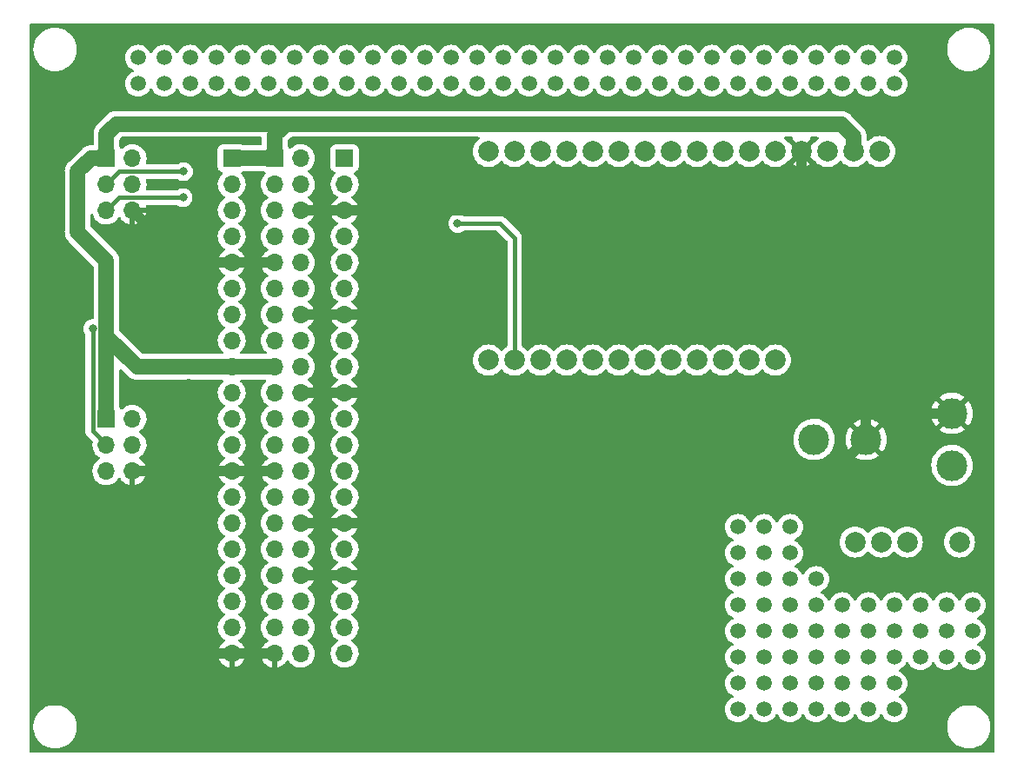
<source format=gbl>
%TF.GenerationSoftware,KiCad,Pcbnew,(6.0.10)*%
%TF.CreationDate,2024-06-07T15:58:53+09:00*%
%TF.ProjectId,extension_circuit_board,65787465-6e73-4696-9f6e-5f6369726375,rev?*%
%TF.SameCoordinates,Original*%
%TF.FileFunction,Copper,L2,Bot*%
%TF.FilePolarity,Positive*%
%FSLAX46Y46*%
G04 Gerber Fmt 4.6, Leading zero omitted, Abs format (unit mm)*
G04 Created by KiCad (PCBNEW (6.0.10)) date 2024-06-07 15:58:53*
%MOMM*%
%LPD*%
G01*
G04 APERTURE LIST*
%TA.AperFunction,ComponentPad*%
%ADD10C,1.500000*%
%TD*%
%TA.AperFunction,ComponentPad*%
%ADD11R,1.700000X1.700000*%
%TD*%
%TA.AperFunction,ComponentPad*%
%ADD12O,1.700000X1.700000*%
%TD*%
%TA.AperFunction,ComponentPad*%
%ADD13C,3.000000*%
%TD*%
%TA.AperFunction,ComponentPad*%
%ADD14C,2.000000*%
%TD*%
%TA.AperFunction,ViaPad*%
%ADD15C,0.800000*%
%TD*%
%TA.AperFunction,Conductor*%
%ADD16C,1.000000*%
%TD*%
%TA.AperFunction,Conductor*%
%ADD17C,0.400000*%
%TD*%
%TA.AperFunction,Conductor*%
%ADD18C,1.500000*%
%TD*%
G04 APERTURE END LIST*
D10*
%TO.P,REF\u002A\u002A,1*%
%TO.N,N/C*%
X195580000Y-96520000D03*
%TD*%
%TO.P,REF\u002A\u002A,1*%
%TO.N,N/C*%
X198120000Y-101600000D03*
%TD*%
%TO.P,REF\u002A\u002A,1*%
%TO.N,N/C*%
X195580000Y-99060000D03*
%TD*%
%TO.P,REF\u002A\u002A,1*%
%TO.N,N/C*%
X193040000Y-101600000D03*
%TD*%
%TO.P,REF\u002A\u002A,1*%
%TO.N,N/C*%
X190500000Y-101600000D03*
%TD*%
%TO.P,REF\u002A\u002A,1*%
%TO.N,N/C*%
X193040000Y-99060000D03*
%TD*%
%TO.P,REF\u002A\u002A,1*%
%TO.N,N/C*%
X190500000Y-99060000D03*
%TD*%
%TO.P,REF\u002A\u002A,1*%
%TO.N,N/C*%
X193040000Y-96520000D03*
%TD*%
%TO.P,REF\u002A\u002A,1*%
%TO.N,N/C*%
X190500000Y-96520000D03*
%TD*%
%TO.P,REF\u002A\u002A,1*%
%TO.N,N/C*%
X195580000Y-101600000D03*
%TD*%
%TO.P,REF\u002A\u002A,1*%
%TO.N,N/C*%
X205740000Y-53340000D03*
%TD*%
%TO.P,REF\u002A\u002A,1*%
%TO.N,N/C*%
X205740000Y-50800000D03*
%TD*%
%TO.P,REF\u002A\u002A,1*%
%TO.N,N/C*%
X137160000Y-53340000D03*
%TD*%
%TO.P,REF\u002A\u002A,1*%
%TO.N,N/C*%
X134620000Y-53340000D03*
%TD*%
%TO.P,REF\u002A\u002A,1*%
%TO.N,N/C*%
X139700000Y-53340000D03*
%TD*%
%TO.P,REF\u002A\u002A,1*%
%TO.N,N/C*%
X132080000Y-53340000D03*
%TD*%
%TO.P,REF\u002A\u002A,1*%
%TO.N,N/C*%
X142240000Y-53340000D03*
%TD*%
%TO.P,REF\u002A\u002A,1*%
%TO.N,N/C*%
X152400000Y-53340000D03*
%TD*%
%TO.P,REF\u002A\u002A,1*%
%TO.N,N/C*%
X144780000Y-53340000D03*
%TD*%
%TO.P,REF\u002A\u002A,1*%
%TO.N,N/C*%
X149860000Y-53340000D03*
%TD*%
%TO.P,REF\u002A\u002A,1*%
%TO.N,N/C*%
X147320000Y-53340000D03*
%TD*%
%TO.P,REF\u002A\u002A,1*%
%TO.N,N/C*%
X137160000Y-50800000D03*
%TD*%
%TO.P,REF\u002A\u002A,1*%
%TO.N,N/C*%
X134620000Y-50800000D03*
%TD*%
%TO.P,REF\u002A\u002A,1*%
%TO.N,N/C*%
X139700000Y-50800000D03*
%TD*%
%TO.P,REF\u002A\u002A,1*%
%TO.N,N/C*%
X132080000Y-50800000D03*
%TD*%
%TO.P,REF\u002A\u002A,1*%
%TO.N,N/C*%
X142240000Y-50800000D03*
%TD*%
%TO.P,REF\u002A\u002A,1*%
%TO.N,N/C*%
X152400000Y-50800000D03*
%TD*%
%TO.P,REF\u002A\u002A,1*%
%TO.N,N/C*%
X144780000Y-50800000D03*
%TD*%
%TO.P,REF\u002A\u002A,1*%
%TO.N,N/C*%
X149860000Y-50800000D03*
%TD*%
%TO.P,REF\u002A\u002A,1*%
%TO.N,N/C*%
X147320000Y-50800000D03*
%TD*%
%TO.P,REF\u002A\u002A,1*%
%TO.N,N/C*%
X187960000Y-53340000D03*
%TD*%
%TO.P,REF\u002A\u002A,1*%
%TO.N,N/C*%
X185420000Y-53340000D03*
%TD*%
%TO.P,REF\u002A\u002A,1*%
%TO.N,N/C*%
X190500000Y-53340000D03*
%TD*%
%TO.P,REF\u002A\u002A,1*%
%TO.N,N/C*%
X182880000Y-53340000D03*
%TD*%
%TO.P,REF\u002A\u002A,1*%
%TO.N,N/C*%
X193040000Y-53340000D03*
%TD*%
%TO.P,REF\u002A\u002A,1*%
%TO.N,N/C*%
X203200000Y-53340000D03*
%TD*%
%TO.P,REF\u002A\u002A,1*%
%TO.N,N/C*%
X195580000Y-53340000D03*
%TD*%
%TO.P,REF\u002A\u002A,1*%
%TO.N,N/C*%
X200660000Y-53340000D03*
%TD*%
%TO.P,REF\u002A\u002A,1*%
%TO.N,N/C*%
X198120000Y-53340000D03*
%TD*%
%TO.P,REF\u002A\u002A,1*%
%TO.N,N/C*%
X180340000Y-53340000D03*
%TD*%
%TO.P,REF\u002A\u002A,1*%
%TO.N,N/C*%
X162560000Y-53340000D03*
%TD*%
%TO.P,REF\u002A\u002A,1*%
%TO.N,N/C*%
X160020000Y-53340000D03*
%TD*%
%TO.P,REF\u002A\u002A,1*%
%TO.N,N/C*%
X165100000Y-53340000D03*
%TD*%
%TO.P,REF\u002A\u002A,1*%
%TO.N,N/C*%
X157480000Y-53340000D03*
%TD*%
%TO.P,REF\u002A\u002A,1*%
%TO.N,N/C*%
X167640000Y-53340000D03*
%TD*%
%TO.P,REF\u002A\u002A,1*%
%TO.N,N/C*%
X177800000Y-53340000D03*
%TD*%
%TO.P,REF\u002A\u002A,1*%
%TO.N,N/C*%
X170180000Y-53340000D03*
%TD*%
%TO.P,REF\u002A\u002A,1*%
%TO.N,N/C*%
X175260000Y-53340000D03*
%TD*%
%TO.P,REF\u002A\u002A,1*%
%TO.N,N/C*%
X172720000Y-53340000D03*
%TD*%
%TO.P,REF\u002A\u002A,1*%
%TO.N,N/C*%
X154940000Y-53340000D03*
%TD*%
%TO.P,REF\u002A\u002A,1*%
%TO.N,N/C*%
X187960000Y-50800000D03*
%TD*%
%TO.P,REF\u002A\u002A,1*%
%TO.N,N/C*%
X185420000Y-50800000D03*
%TD*%
%TO.P,REF\u002A\u002A,1*%
%TO.N,N/C*%
X190500000Y-50800000D03*
%TD*%
%TO.P,REF\u002A\u002A,1*%
%TO.N,N/C*%
X182880000Y-50800000D03*
%TD*%
%TO.P,REF\u002A\u002A,1*%
%TO.N,N/C*%
X193040000Y-50800000D03*
%TD*%
%TO.P,REF\u002A\u002A,1*%
%TO.N,N/C*%
X203200000Y-50800000D03*
%TD*%
%TO.P,REF\u002A\u002A,1*%
%TO.N,N/C*%
X195580000Y-50800000D03*
%TD*%
%TO.P,REF\u002A\u002A,1*%
%TO.N,N/C*%
X200660000Y-50800000D03*
%TD*%
%TO.P,REF\u002A\u002A,1*%
%TO.N,N/C*%
X198120000Y-50800000D03*
%TD*%
%TO.P,REF\u002A\u002A,1*%
%TO.N,N/C*%
X180340000Y-50800000D03*
%TD*%
%TO.P,REF\u002A\u002A,1*%
%TO.N,N/C*%
X162560000Y-50800000D03*
%TD*%
%TO.P,REF\u002A\u002A,1*%
%TO.N,N/C*%
X160020000Y-50800000D03*
%TD*%
%TO.P,REF\u002A\u002A,1*%
%TO.N,N/C*%
X165100000Y-50800000D03*
%TD*%
%TO.P,REF\u002A\u002A,1*%
%TO.N,N/C*%
X157480000Y-50800000D03*
%TD*%
%TO.P,REF\u002A\u002A,1*%
%TO.N,N/C*%
X167640000Y-50800000D03*
%TD*%
%TO.P,REF\u002A\u002A,1*%
%TO.N,N/C*%
X177800000Y-50800000D03*
%TD*%
%TO.P,REF\u002A\u002A,1*%
%TO.N,N/C*%
X170180000Y-50800000D03*
%TD*%
%TO.P,REF\u002A\u002A,1*%
%TO.N,N/C*%
X175260000Y-50800000D03*
%TD*%
%TO.P,REF\u002A\u002A,1*%
%TO.N,N/C*%
X172720000Y-50800000D03*
%TD*%
%TO.P,REF\u002A\u002A,1*%
%TO.N,N/C*%
X154940000Y-50800000D03*
%TD*%
%TO.P,REF\u002A\u002A,1*%
%TO.N,N/C*%
X198120000Y-114300000D03*
%TD*%
%TO.P,REF\u002A\u002A,1*%
%TO.N,N/C*%
X195580000Y-114300000D03*
%TD*%
%TO.P,REF\u002A\u002A,1*%
%TO.N,N/C*%
X200660000Y-114300000D03*
%TD*%
%TO.P,REF\u002A\u002A,1*%
%TO.N,N/C*%
X193040000Y-114300000D03*
%TD*%
%TO.P,REF\u002A\u002A,1*%
%TO.N,N/C*%
X203200000Y-114300000D03*
%TD*%
%TO.P,REF\u002A\u002A,1*%
%TO.N,N/C*%
X205740000Y-114300000D03*
%TD*%
%TO.P,REF\u002A\u002A,1*%
%TO.N,N/C*%
X190500000Y-114300000D03*
%TD*%
%TO.P,REF\u002A\u002A,1*%
%TO.N,N/C*%
X198120000Y-111760000D03*
%TD*%
%TO.P,REF\u002A\u002A,1*%
%TO.N,N/C*%
X195580000Y-111760000D03*
%TD*%
%TO.P,REF\u002A\u002A,1*%
%TO.N,N/C*%
X200660000Y-111760000D03*
%TD*%
%TO.P,REF\u002A\u002A,1*%
%TO.N,N/C*%
X193040000Y-111760000D03*
%TD*%
%TO.P,REF\u002A\u002A,1*%
%TO.N,N/C*%
X203200000Y-111760000D03*
%TD*%
%TO.P,REF\u002A\u002A,1*%
%TO.N,N/C*%
X205740000Y-111760000D03*
%TD*%
%TO.P,REF\u002A\u002A,1*%
%TO.N,N/C*%
X190500000Y-111760000D03*
%TD*%
%TO.P,REF\u002A\u002A,1*%
%TO.N,N/C*%
X198120000Y-109220000D03*
%TD*%
%TO.P,REF\u002A\u002A,1*%
%TO.N,N/C*%
X195580000Y-109220000D03*
%TD*%
%TO.P,REF\u002A\u002A,1*%
%TO.N,N/C*%
X200660000Y-109220000D03*
%TD*%
%TO.P,REF\u002A\u002A,1*%
%TO.N,N/C*%
X193040000Y-109220000D03*
%TD*%
%TO.P,REF\u002A\u002A,1*%
%TO.N,N/C*%
X203200000Y-109220000D03*
%TD*%
%TO.P,REF\u002A\u002A,1*%
%TO.N,N/C*%
X213360000Y-109220000D03*
%TD*%
%TO.P,REF\u002A\u002A,1*%
%TO.N,N/C*%
X205740000Y-109220000D03*
%TD*%
%TO.P,REF\u002A\u002A,1*%
%TO.N,N/C*%
X210820000Y-109220000D03*
%TD*%
%TO.P,REF\u002A\u002A,1*%
%TO.N,N/C*%
X208280000Y-109220000D03*
%TD*%
%TO.P,REF\u002A\u002A,1*%
%TO.N,N/C*%
X190500000Y-109220000D03*
%TD*%
%TO.P,REF\u002A\u002A,1*%
%TO.N,N/C*%
X198120000Y-106680000D03*
%TD*%
%TO.P,REF\u002A\u002A,1*%
%TO.N,N/C*%
X195580000Y-106680000D03*
%TD*%
%TO.P,REF\u002A\u002A,1*%
%TO.N,N/C*%
X200660000Y-106680000D03*
%TD*%
%TO.P,REF\u002A\u002A,1*%
%TO.N,N/C*%
X193040000Y-106680000D03*
%TD*%
%TO.P,REF\u002A\u002A,1*%
%TO.N,N/C*%
X203200000Y-106680000D03*
%TD*%
%TO.P,REF\u002A\u002A,1*%
%TO.N,N/C*%
X213360000Y-106680000D03*
%TD*%
%TO.P,REF\u002A\u002A,1*%
%TO.N,N/C*%
X205740000Y-106680000D03*
%TD*%
%TO.P,REF\u002A\u002A,1*%
%TO.N,N/C*%
X210820000Y-106680000D03*
%TD*%
%TO.P,REF\u002A\u002A,1*%
%TO.N,N/C*%
X208280000Y-106680000D03*
%TD*%
%TO.P,REF\u002A\u002A,1*%
%TO.N,N/C*%
X190500000Y-106680000D03*
%TD*%
%TO.P,REF\u002A\u002A,1*%
%TO.N,N/C*%
X190500000Y-104140000D03*
%TD*%
%TO.P,REF\u002A\u002A,1*%
%TO.N,N/C*%
X213360000Y-104140000D03*
%TD*%
%TO.P,REF\u002A\u002A,1*%
%TO.N,N/C*%
X210820000Y-104140000D03*
%TD*%
%TO.P,REF\u002A\u002A,1*%
%TO.N,N/C*%
X208280000Y-104140000D03*
%TD*%
%TO.P,REF\u002A\u002A,1*%
%TO.N,N/C*%
X205740000Y-104140000D03*
%TD*%
%TO.P,REF\u002A\u002A,1*%
%TO.N,N/C*%
X203200000Y-104140000D03*
%TD*%
%TO.P,REF\u002A\u002A,1*%
%TO.N,N/C*%
X200660000Y-104140000D03*
%TD*%
%TO.P,REF\u002A\u002A,1*%
%TO.N,N/C*%
X198120000Y-104140000D03*
%TD*%
%TO.P,REF\u002A\u002A,1*%
%TO.N,N/C*%
X195580000Y-104140000D03*
%TD*%
%TO.P,REF\u002A\u002A,1*%
%TO.N,N/C*%
X193040000Y-104140000D03*
%TD*%
D11*
%TO.P,J5,1,Pin_1*%
%TO.N,+5V*%
X152200000Y-60600000D03*
D12*
%TO.P,J5,2,Pin_2*%
X152200000Y-63140000D03*
%TO.P,J5,3,Pin_3*%
%TO.N,GND*%
X152200000Y-65680000D03*
%TO.P,J5,4,Pin_4*%
%TO.N,Net-(J4-Pad8)*%
X152200000Y-68220000D03*
%TO.P,J5,5,Pin_5*%
%TO.N,Net-(J4-Pad10)*%
X152200000Y-70760000D03*
%TO.P,J5,6,Pin_6*%
%TO.N,Net-(J4-Pad12)*%
X152200000Y-73300000D03*
%TO.P,J5,7,Pin_7*%
%TO.N,GND*%
X152200000Y-75840000D03*
%TO.P,J5,8,Pin_8*%
%TO.N,Net-(J4-Pad16)*%
X152200000Y-78380000D03*
%TO.P,J5,9,Pin_9*%
%TO.N,Net-(J4-Pad18)*%
X152200000Y-80920000D03*
%TO.P,J5,10,Pin_10*%
%TO.N,GND*%
X152200000Y-83460000D03*
%TO.P,J5,11,Pin_11*%
%TO.N,Net-(J4-Pad22)*%
X152200000Y-86000000D03*
%TO.P,J5,12,Pin_12*%
%TO.N,Net-(J4-Pad24)*%
X152200000Y-88540000D03*
%TO.P,J5,13,Pin_13*%
%TO.N,Net-(J4-Pad26)*%
X152200000Y-91080000D03*
%TO.P,J5,14,Pin_14*%
%TO.N,Net-(J4-Pad28)*%
X152200000Y-93620000D03*
%TO.P,J5,15,Pin_15*%
%TO.N,GND*%
X152200000Y-96160000D03*
%TO.P,J5,16,Pin_16*%
%TO.N,Net-(J4-Pad32)*%
X152200000Y-98700000D03*
%TO.P,J5,17,Pin_17*%
%TO.N,GND*%
X152200000Y-101240000D03*
%TO.P,J5,18,Pin_18*%
%TO.N,Net-(J4-Pad36)*%
X152200000Y-103780000D03*
%TO.P,J5,19,Pin_19*%
%TO.N,Net-(J4-Pad38)*%
X152200000Y-106320000D03*
%TO.P,J5,20,Pin_20*%
%TO.N,Net-(J4-Pad40)*%
X152200000Y-108860000D03*
%TD*%
D11*
%TO.P,J7,1,Pin_1*%
%TO.N,+3.3V*%
X129000000Y-60600000D03*
D12*
%TO.P,J7,2,Pin_2*%
%TO.N,+5V*%
X131540000Y-60600000D03*
%TO.P,J7,3,Pin_3*%
%TO.N,I2C_2_SDA*%
X129000000Y-63140000D03*
%TO.P,J7,4,Pin_4*%
%TO.N,+5V*%
X131540000Y-63140000D03*
%TO.P,J7,5,Pin_5*%
%TO.N,I2C_2_SCL*%
X129000000Y-65680000D03*
%TO.P,J7,6,Pin_6*%
%TO.N,GND*%
X131540000Y-65680000D03*
%TD*%
D11*
%TO.P,PiOLED,1,Pin_1*%
%TO.N,+3.3V*%
X129000000Y-86000000D03*
D12*
%TO.P,PiOLED,2,Pin_2*%
%TO.N,+5V*%
X131540000Y-86000000D03*
%TO.P,PiOLED,3,Pin_3*%
%TO.N,I2C_2_SDA*%
X129000000Y-88540000D03*
%TO.P,PiOLED,4,Pin_4*%
%TO.N,+5V*%
X131540000Y-88540000D03*
%TO.P,PiOLED,5,Pin_5*%
%TO.N,I2C_2_SCL*%
X129000000Y-91080000D03*
%TO.P,PiOLED,6,Pin_6*%
%TO.N,GND*%
X131540000Y-91080000D03*
%TD*%
D13*
%TO.P,J2,1,Pin_1*%
%TO.N,+9V*%
X197920000Y-88000000D03*
%TO.P,J2,2,Pin_2*%
%TO.N,GND*%
X203000000Y-88000000D03*
%TD*%
D11*
%TO.P,J3,1,Pin_1*%
%TO.N,+3.3V*%
X141200000Y-60600000D03*
D12*
%TO.P,J3,2,Pin_2*%
%TO.N,I2C_2_SDA*%
X141200000Y-63140000D03*
%TO.P,J3,3,Pin_3*%
%TO.N,I2C_2_SCL*%
X141200000Y-65680000D03*
%TO.P,J3,4,Pin_4*%
%TO.N,Net-(J3-Pad4)*%
X141200000Y-68220000D03*
%TO.P,J3,5,Pin_5*%
%TO.N,GND*%
X141200000Y-70760000D03*
%TO.P,J3,6,Pin_6*%
%TO.N,Net-(J3-Pad6)*%
X141200000Y-73300000D03*
%TO.P,J3,7,Pin_7*%
%TO.N,Net-(J3-Pad7)*%
X141200000Y-75840000D03*
%TO.P,J3,8,Pin_8*%
%TO.N,Net-(J3-Pad8)*%
X141200000Y-78380000D03*
%TO.P,J3,9,Pin_9*%
%TO.N,+3.3V*%
X141200000Y-80920000D03*
%TO.P,J3,10,Pin_10*%
%TO.N,Net-(J3-Pad10)*%
X141200000Y-83460000D03*
%TO.P,J3,11,Pin_11*%
%TO.N,Net-(J3-Pad11)*%
X141200000Y-86000000D03*
%TO.P,J3,12,Pin_12*%
%TO.N,Net-(J3-Pad12)*%
X141200000Y-88540000D03*
%TO.P,J3,13,Pin_13*%
%TO.N,GND*%
X141200000Y-91080000D03*
%TO.P,J3,14,Pin_14*%
%TO.N,Net-(J3-Pad14)*%
X141200000Y-93620000D03*
%TO.P,J3,15,Pin_15*%
%TO.N,Net-(J3-Pad15)*%
X141200000Y-96160000D03*
%TO.P,J3,16,Pin_16*%
%TO.N,Net-(J3-Pad16)*%
X141200000Y-98700000D03*
%TO.P,J3,17,Pin_17*%
%TO.N,Net-(J3-Pad17)*%
X141200000Y-101240000D03*
%TO.P,J3,18,Pin_18*%
%TO.N,Net-(J3-Pad18)*%
X141200000Y-103780000D03*
%TO.P,J3,19,Pin_19*%
%TO.N,Net-(J3-Pad19)*%
X141200000Y-106320000D03*
%TO.P,J3,20,Pin_20*%
%TO.N,GND*%
X141200000Y-108860000D03*
%TD*%
D14*
%TO.P,J6,1,Pin_1*%
%TO.N,unconnected-(J6-Pad1)*%
X204315000Y-59940000D03*
%TO.P,J6,2,Pin_2*%
%TO.N,+3.3V*%
X201775000Y-59940000D03*
%TO.P,J6,3,Pin_3*%
%TO.N,unconnected-(J6-Pad3)*%
X199235000Y-59940000D03*
%TO.P,J6,4,Pin_4*%
%TO.N,GND*%
X196695000Y-59940000D03*
%TO.P,J6,5,Pin_5*%
%TO.N,unconnected-(J6-Pad5)*%
X194155000Y-59940000D03*
%TO.P,J6,6,Pin_6*%
%TO.N,unconnected-(J6-Pad6)*%
X191615000Y-59940000D03*
%TO.P,J6,7,Pin_7*%
%TO.N,unconnected-(J6-Pad7)*%
X189075000Y-59940000D03*
%TO.P,J6,8,Pin_8*%
%TO.N,unconnected-(J6-Pad8)*%
X186535000Y-59940000D03*
%TO.P,J6,9,Pin_9*%
%TO.N,unconnected-(J6-Pad9)*%
X183995000Y-59940000D03*
%TO.P,J6,10,Pin_10*%
%TO.N,unconnected-(J6-Pad10)*%
X181455000Y-59940000D03*
%TO.P,J6,11,Pin_11*%
%TO.N,unconnected-(J6-Pad11)*%
X178915000Y-59940000D03*
%TO.P,J6,12,Pin_12*%
%TO.N,unconnected-(J6-Pad12)*%
X176375000Y-59940000D03*
%TO.P,J6,13,Pin_13*%
%TO.N,unconnected-(J6-Pad13)*%
X173835000Y-59940000D03*
%TO.P,J6,14,Pin_14*%
%TO.N,unconnected-(J6-Pad14)*%
X171295000Y-59940000D03*
%TO.P,J6,15,Pin_15*%
%TO.N,unconnected-(J6-Pad15)*%
X168755000Y-59940000D03*
%TO.P,J6,16,Pin_16*%
%TO.N,unconnected-(J6-Pad16)*%
X166215000Y-59940000D03*
%TO.P,J6,21,Pin_21*%
%TO.N,unconnected-(J6-Pad21)*%
X194155000Y-80260000D03*
%TO.P,J6,22,Pin_22*%
%TO.N,unconnected-(J6-Pad22)*%
X191615000Y-80260000D03*
%TO.P,J6,23,Pin_23*%
%TO.N,unconnected-(J6-Pad23)*%
X189075000Y-80260000D03*
%TO.P,J6,24,Pin_24*%
%TO.N,unconnected-(J6-Pad24)*%
X186535000Y-80260000D03*
%TO.P,J6,25,Pin_25*%
%TO.N,unconnected-(J6-Pad25)*%
X183995000Y-80260000D03*
%TO.P,J6,26,Pin_26*%
%TO.N,unconnected-(J6-Pad26)*%
X181455000Y-80260000D03*
%TO.P,J6,27,Pin_27*%
%TO.N,unconnected-(J6-Pad27)*%
X178915000Y-80260000D03*
%TO.P,J6,28,Pin_28*%
%TO.N,unconnected-(J6-Pad28)*%
X176375000Y-80260000D03*
%TO.P,J6,29,Pin_29*%
%TO.N,unconnected-(J6-Pad29)*%
X173835000Y-80260000D03*
%TO.P,J6,30,Pin_30*%
%TO.N,unconnected-(J6-Pad30)*%
X171295000Y-80260000D03*
%TO.P,J6,31,Pin_31*%
%TO.N,I2C_2_SCL*%
X168755000Y-80260000D03*
%TO.P,J6,32,Pin_32*%
%TO.N,I2C_2_SDA*%
X166215000Y-80260000D03*
%TD*%
D13*
%TO.P,J1,1,Pin_1*%
%TO.N,Net-(SW1-Pad1)*%
X211355000Y-90540000D03*
%TO.P,J1,2,Pin_2*%
%TO.N,GND*%
X211355000Y-85460000D03*
%TD*%
D14*
%TO.P,SW1,1,A*%
%TO.N,Net-(SW1-Pad1)*%
X207000000Y-98000000D03*
%TO.P,SW1,2,B*%
%TO.N,+9V*%
X204460000Y-98000000D03*
%TO.P,SW1,3,C*%
%TO.N,unconnected-(SW1-Pad3)*%
X201920000Y-98000000D03*
%TO.P,SW1,4*%
%TO.N,N/C*%
X212080000Y-98000000D03*
%TD*%
D11*
%TO.P,J4,1,Pin_1*%
%TO.N,+3.3V*%
X145400000Y-60600000D03*
D12*
%TO.P,J4,2,Pin_2*%
%TO.N,+5V*%
X147940000Y-60600000D03*
%TO.P,J4,3,Pin_3*%
%TO.N,I2C_2_SDA*%
X145400000Y-63140000D03*
%TO.P,J4,4,Pin_4*%
%TO.N,+5V*%
X147940000Y-63140000D03*
%TO.P,J4,5,Pin_5*%
%TO.N,I2C_2_SCL*%
X145400000Y-65680000D03*
%TO.P,J4,6,Pin_6*%
%TO.N,GND*%
X147940000Y-65680000D03*
%TO.P,J4,7,Pin_7*%
%TO.N,Net-(J3-Pad4)*%
X145400000Y-68220000D03*
%TO.P,J4,8,Pin_8*%
%TO.N,Net-(J4-Pad8)*%
X147940000Y-68220000D03*
%TO.P,J4,9,Pin_9*%
%TO.N,GND*%
X145400000Y-70760000D03*
%TO.P,J4,10,Pin_10*%
%TO.N,Net-(J4-Pad10)*%
X147940000Y-70760000D03*
%TO.P,J4,11,Pin_11*%
%TO.N,Net-(J3-Pad6)*%
X145400000Y-73300000D03*
%TO.P,J4,12,Pin_12*%
%TO.N,Net-(J4-Pad12)*%
X147940000Y-73300000D03*
%TO.P,J4,13,Pin_13*%
%TO.N,Net-(J3-Pad7)*%
X145400000Y-75840000D03*
%TO.P,J4,14,Pin_14*%
%TO.N,GND*%
X147940000Y-75840000D03*
%TO.P,J4,15,Pin_15*%
%TO.N,Net-(J3-Pad8)*%
X145400000Y-78380000D03*
%TO.P,J4,16,Pin_16*%
%TO.N,Net-(J4-Pad16)*%
X147940000Y-78380000D03*
%TO.P,J4,17,Pin_17*%
%TO.N,+3.3V*%
X145400000Y-80920000D03*
%TO.P,J4,18,Pin_18*%
%TO.N,Net-(J4-Pad18)*%
X147940000Y-80920000D03*
%TO.P,J4,19,Pin_19*%
%TO.N,Net-(J3-Pad10)*%
X145400000Y-83460000D03*
%TO.P,J4,20,Pin_20*%
%TO.N,GND*%
X147940000Y-83460000D03*
%TO.P,J4,21,Pin_21*%
%TO.N,Net-(J3-Pad11)*%
X145400000Y-86000000D03*
%TO.P,J4,22,Pin_22*%
%TO.N,Net-(J4-Pad22)*%
X147940000Y-86000000D03*
%TO.P,J4,23,Pin_23*%
%TO.N,Net-(J3-Pad12)*%
X145400000Y-88540000D03*
%TO.P,J4,24,Pin_24*%
%TO.N,Net-(J4-Pad24)*%
X147940000Y-88540000D03*
%TO.P,J4,25,Pin_25*%
%TO.N,GND*%
X145400000Y-91080000D03*
%TO.P,J4,26,Pin_26*%
%TO.N,Net-(J4-Pad26)*%
X147940000Y-91080000D03*
%TO.P,J4,27,Pin_27*%
%TO.N,Net-(J3-Pad14)*%
X145400000Y-93620000D03*
%TO.P,J4,28,Pin_28*%
%TO.N,Net-(J4-Pad28)*%
X147940000Y-93620000D03*
%TO.P,J4,29,Pin_29*%
%TO.N,Net-(J3-Pad15)*%
X145400000Y-96160000D03*
%TO.P,J4,30,Pin_30*%
%TO.N,GND*%
X147940000Y-96160000D03*
%TO.P,J4,31,Pin_31*%
%TO.N,Net-(J3-Pad16)*%
X145400000Y-98700000D03*
%TO.P,J4,32,Pin_32*%
%TO.N,Net-(J4-Pad32)*%
X147940000Y-98700000D03*
%TO.P,J4,33,Pin_33*%
%TO.N,Net-(J3-Pad17)*%
X145400000Y-101240000D03*
%TO.P,J4,34,Pin_34*%
%TO.N,GND*%
X147940000Y-101240000D03*
%TO.P,J4,35,Pin_35*%
%TO.N,Net-(J3-Pad18)*%
X145400000Y-103780000D03*
%TO.P,J4,36,Pin_36*%
%TO.N,Net-(J4-Pad36)*%
X147940000Y-103780000D03*
%TO.P,J4,37,Pin_37*%
%TO.N,Net-(J3-Pad19)*%
X145400000Y-106320000D03*
%TO.P,J4,38,Pin_38*%
%TO.N,Net-(J4-Pad38)*%
X147940000Y-106320000D03*
%TO.P,J4,39,Pin_39*%
%TO.N,GND*%
X145400000Y-108860000D03*
%TO.P,J4,40,Pin_40*%
%TO.N,Net-(J4-Pad40)*%
X147940000Y-108860000D03*
%TD*%
D15*
%TO.N,I2C_2_SCL*%
X136470000Y-64430000D03*
%TO.N,I2C_2_SDA*%
X136500000Y-61900000D03*
X127650500Y-77200000D03*
%TO.N,GND*%
X137000000Y-82600000D03*
X137000000Y-78700000D03*
%TO.N,I2C_2_SCL*%
X163200000Y-66950000D03*
%TO.N,GND*%
X179420000Y-109790000D03*
X181960000Y-109790000D03*
%TD*%
D16*
%TO.N,GND*%
X181960000Y-109790000D02*
X181960000Y-94380000D01*
X181960000Y-94380000D02*
X184670000Y-91670000D01*
X199330000Y-91670000D02*
X184670000Y-91670000D01*
X203000000Y-88000000D02*
X199330000Y-91670000D01*
D17*
%TO.N,I2C_2_SCL*%
X130250000Y-64430000D02*
X136470000Y-64430000D01*
%TO.N,I2C_2_SDA*%
X136490000Y-61890000D02*
X136500000Y-61900000D01*
X130250000Y-61890000D02*
X136490000Y-61890000D01*
%TO.N,I2C_2_SCL*%
X129000000Y-65680000D02*
X130250000Y-64430000D01*
%TO.N,I2C_2_SDA*%
X127650500Y-87190500D02*
X127650500Y-77200000D01*
X129000000Y-88540000D02*
X127650500Y-87190500D01*
D16*
%TO.N,GND*%
X136620000Y-70760000D02*
X131540000Y-65680000D01*
X137010000Y-70760000D02*
X136620000Y-70760000D01*
X139120000Y-70760000D02*
X137010000Y-70760000D01*
X139140000Y-70780000D02*
X139120000Y-70760000D01*
X137280000Y-91080000D02*
X141200000Y-91080000D01*
X141200000Y-108860000D02*
X138360000Y-108860000D01*
X138360000Y-108860000D02*
X137000000Y-107500000D01*
X137000000Y-107500000D02*
X137000000Y-90800000D01*
X137000000Y-90800000D02*
X137280000Y-91080000D01*
X137000000Y-82600000D02*
X137000000Y-90800000D01*
X131540000Y-91080000D02*
X137280000Y-91080000D01*
X137010000Y-70760000D02*
X137010000Y-78690000D01*
X137010000Y-78690000D02*
X137000000Y-78700000D01*
D18*
%TO.N,+3.3V*%
X127500000Y-60600000D02*
X129000000Y-60600000D01*
X126200000Y-61900000D02*
X127500000Y-60600000D01*
X126200000Y-67800000D02*
X126200000Y-61900000D01*
X129000000Y-77950000D02*
X129000000Y-70600000D01*
X129000000Y-70600000D02*
X126200000Y-67800000D01*
X141200000Y-80920000D02*
X131970000Y-80920000D01*
X129000000Y-77950000D02*
X129000000Y-86000000D01*
X131970000Y-80920000D02*
X129000000Y-77950000D01*
X145400000Y-80920000D02*
X141200000Y-80920000D01*
X129000000Y-58200000D02*
X129000000Y-60600000D01*
X146500000Y-57250000D02*
X129950000Y-57250000D01*
X129950000Y-57250000D02*
X129000000Y-58200000D01*
X145400000Y-58350000D02*
X145400000Y-60600000D01*
X146500000Y-57250000D02*
X145400000Y-58350000D01*
X200550000Y-57250000D02*
X146500000Y-57250000D01*
X201775000Y-59940000D02*
X201775000Y-58475000D01*
X201775000Y-58475000D02*
X200550000Y-57250000D01*
X141200000Y-60600000D02*
X145400000Y-60600000D01*
D16*
%TO.N,GND*%
X196620000Y-65680000D02*
X196695000Y-65605000D01*
X196695000Y-65605000D02*
X196695000Y-69495000D01*
X196695000Y-59940000D02*
X196695000Y-65605000D01*
X153880000Y-65680000D02*
X196620000Y-65680000D01*
D17*
%TO.N,I2C_2_SCL*%
X167350000Y-66950000D02*
X168755000Y-68355000D01*
X163200000Y-66950000D02*
X167350000Y-66950000D01*
X168755000Y-68355000D02*
X168755000Y-80260000D01*
%TO.N,I2C_2_SDA*%
X129000000Y-63140000D02*
X130250000Y-61890000D01*
D16*
%TO.N,GND*%
X181960000Y-109790000D02*
X179420000Y-109790000D01*
X205460000Y-85460000D02*
X203000000Y-83000000D01*
X203000000Y-83000000D02*
X203000000Y-88000000D01*
X203000000Y-75800000D02*
X203000000Y-83000000D01*
X211355000Y-85460000D02*
X205460000Y-85460000D01*
X154900000Y-109900000D02*
X154900000Y-100400000D01*
X154060000Y-101240000D02*
X154900000Y-100400000D01*
X143900000Y-110700000D02*
X154100000Y-110700000D01*
X141200000Y-70760000D02*
X145400000Y-70760000D01*
X153740000Y-96160000D02*
X152200000Y-96160000D01*
X143640000Y-108860000D02*
X143640000Y-110440000D01*
X147940000Y-96160000D02*
X152200000Y-96160000D01*
X147940000Y-83460000D02*
X152200000Y-83460000D01*
X153860000Y-83460000D02*
X154900000Y-84500000D01*
X155100000Y-76100000D02*
X155100000Y-82220000D01*
X143640000Y-110440000D02*
X143900000Y-110700000D01*
X154900000Y-84500000D02*
X154900000Y-95000000D01*
X143640000Y-108860000D02*
X141200000Y-108860000D01*
X141200000Y-91080000D02*
X145400000Y-91080000D01*
X147940000Y-101240000D02*
X152200000Y-101240000D01*
X155100000Y-82220000D02*
X153860000Y-83460000D01*
X139160000Y-70760000D02*
X141200000Y-70760000D01*
X145400000Y-108860000D02*
X143640000Y-108860000D01*
X152200000Y-75840000D02*
X154840000Y-75840000D01*
X196695000Y-69495000D02*
X203000000Y-75800000D01*
X147940000Y-75840000D02*
X152200000Y-75840000D01*
X152200000Y-65680000D02*
X153880000Y-65680000D01*
X152200000Y-101240000D02*
X154060000Y-101240000D01*
X152200000Y-83460000D02*
X153860000Y-83460000D01*
X153880000Y-65680000D02*
X155100000Y-66900000D01*
X154100000Y-110700000D02*
X154900000Y-109900000D01*
X147940000Y-65680000D02*
X152200000Y-65680000D01*
X154840000Y-75840000D02*
X155100000Y-76100000D01*
X154900000Y-95000000D02*
X153740000Y-96160000D01*
X154900000Y-100400000D02*
X154900000Y-95000000D01*
X139140000Y-70780000D02*
X139160000Y-70760000D01*
X155100000Y-66900000D02*
X155100000Y-76100000D01*
%TD*%
%TA.AperFunction,Conductor*%
%TO.N,GND*%
G36*
X215433621Y-47528502D02*
G01*
X215480114Y-47582158D01*
X215491500Y-47634500D01*
X215491500Y-118365500D01*
X215471498Y-118433621D01*
X215417842Y-118480114D01*
X215365500Y-118491500D01*
X121634500Y-118491500D01*
X121566379Y-118471498D01*
X121519886Y-118417842D01*
X121508500Y-118365500D01*
X121508500Y-116132703D01*
X121890743Y-116132703D01*
X121928268Y-116417734D01*
X122004129Y-116695036D01*
X122116923Y-116959476D01*
X122264561Y-117206161D01*
X122444313Y-117430528D01*
X122652851Y-117628423D01*
X122886317Y-117796186D01*
X122890112Y-117798195D01*
X122890113Y-117798196D01*
X122911869Y-117809715D01*
X123140392Y-117930712D01*
X123410373Y-118029511D01*
X123691264Y-118090755D01*
X123719841Y-118093004D01*
X123914282Y-118108307D01*
X123914291Y-118108307D01*
X123916739Y-118108500D01*
X124072271Y-118108500D01*
X124074407Y-118108354D01*
X124074418Y-118108354D01*
X124282548Y-118094165D01*
X124282554Y-118094164D01*
X124286825Y-118093873D01*
X124291020Y-118093004D01*
X124291022Y-118093004D01*
X124427583Y-118064724D01*
X124568342Y-118035574D01*
X124839343Y-117939607D01*
X125094812Y-117807750D01*
X125098313Y-117805289D01*
X125098317Y-117805287D01*
X125212418Y-117725095D01*
X125330023Y-117642441D01*
X125540622Y-117446740D01*
X125722713Y-117224268D01*
X125872927Y-116979142D01*
X125988483Y-116715898D01*
X126067244Y-116439406D01*
X126107751Y-116154784D01*
X126107845Y-116136951D01*
X126107867Y-116132703D01*
X210890743Y-116132703D01*
X210928268Y-116417734D01*
X211004129Y-116695036D01*
X211116923Y-116959476D01*
X211264561Y-117206161D01*
X211444313Y-117430528D01*
X211652851Y-117628423D01*
X211886317Y-117796186D01*
X211890112Y-117798195D01*
X211890113Y-117798196D01*
X211911869Y-117809715D01*
X212140392Y-117930712D01*
X212410373Y-118029511D01*
X212691264Y-118090755D01*
X212719841Y-118093004D01*
X212914282Y-118108307D01*
X212914291Y-118108307D01*
X212916739Y-118108500D01*
X213072271Y-118108500D01*
X213074407Y-118108354D01*
X213074418Y-118108354D01*
X213282548Y-118094165D01*
X213282554Y-118094164D01*
X213286825Y-118093873D01*
X213291020Y-118093004D01*
X213291022Y-118093004D01*
X213427583Y-118064724D01*
X213568342Y-118035574D01*
X213839343Y-117939607D01*
X214094812Y-117807750D01*
X214098313Y-117805289D01*
X214098317Y-117805287D01*
X214212418Y-117725095D01*
X214330023Y-117642441D01*
X214540622Y-117446740D01*
X214722713Y-117224268D01*
X214872927Y-116979142D01*
X214988483Y-116715898D01*
X215067244Y-116439406D01*
X215107751Y-116154784D01*
X215107845Y-116136951D01*
X215109235Y-115871583D01*
X215109235Y-115871576D01*
X215109257Y-115867297D01*
X215071732Y-115582266D01*
X215066546Y-115563307D01*
X214997003Y-115309103D01*
X214995871Y-115304964D01*
X214913581Y-115112038D01*
X214884763Y-115044476D01*
X214884761Y-115044472D01*
X214883077Y-115040524D01*
X214735439Y-114793839D01*
X214555687Y-114569472D01*
X214347149Y-114371577D01*
X214113683Y-114203814D01*
X214091843Y-114192250D01*
X214068654Y-114179972D01*
X213859608Y-114069288D01*
X213589627Y-113970489D01*
X213308736Y-113909245D01*
X213277685Y-113906801D01*
X213085718Y-113891693D01*
X213085709Y-113891693D01*
X213083261Y-113891500D01*
X212927729Y-113891500D01*
X212925593Y-113891646D01*
X212925582Y-113891646D01*
X212717452Y-113905835D01*
X212717446Y-113905836D01*
X212713175Y-113906127D01*
X212708980Y-113906996D01*
X212708978Y-113906996D01*
X212572417Y-113935276D01*
X212431658Y-113964426D01*
X212160657Y-114060393D01*
X211905188Y-114192250D01*
X211901687Y-114194711D01*
X211901683Y-114194713D01*
X211891594Y-114201804D01*
X211669977Y-114357559D01*
X211654892Y-114371577D01*
X211490133Y-114524681D01*
X211459378Y-114553260D01*
X211277287Y-114775732D01*
X211127073Y-115020858D01*
X211011517Y-115284102D01*
X210932756Y-115560594D01*
X210892249Y-115845216D01*
X210892227Y-115849505D01*
X210892226Y-115849512D01*
X210890765Y-116128417D01*
X210890743Y-116132703D01*
X126107867Y-116132703D01*
X126109235Y-115871583D01*
X126109235Y-115871576D01*
X126109257Y-115867297D01*
X126071732Y-115582266D01*
X126066546Y-115563307D01*
X125997003Y-115309103D01*
X125995871Y-115304964D01*
X125913581Y-115112038D01*
X125884763Y-115044476D01*
X125884761Y-115044472D01*
X125883077Y-115040524D01*
X125735439Y-114793839D01*
X125555687Y-114569472D01*
X125347149Y-114371577D01*
X125247539Y-114300000D01*
X189236693Y-114300000D01*
X189255885Y-114519371D01*
X189312880Y-114732076D01*
X189344195Y-114799231D01*
X189403618Y-114926666D01*
X189403621Y-114926671D01*
X189405944Y-114931653D01*
X189409100Y-114936160D01*
X189409101Y-114936162D01*
X189484944Y-115044476D01*
X189532251Y-115112038D01*
X189687962Y-115267749D01*
X189692471Y-115270906D01*
X189692473Y-115270908D01*
X189735472Y-115301016D01*
X189868346Y-115394056D01*
X190067924Y-115487120D01*
X190280629Y-115544115D01*
X190500000Y-115563307D01*
X190719371Y-115544115D01*
X190932076Y-115487120D01*
X191131654Y-115394056D01*
X191264528Y-115301016D01*
X191307527Y-115270908D01*
X191307529Y-115270906D01*
X191312038Y-115267749D01*
X191467749Y-115112038D01*
X191515057Y-115044476D01*
X191590899Y-114936162D01*
X191590900Y-114936160D01*
X191594056Y-114931653D01*
X191596379Y-114926671D01*
X191596382Y-114926666D01*
X191655805Y-114799231D01*
X191702722Y-114745946D01*
X191770999Y-114726485D01*
X191838959Y-114747027D01*
X191884195Y-114799231D01*
X191943618Y-114926666D01*
X191943621Y-114926671D01*
X191945944Y-114931653D01*
X191949100Y-114936160D01*
X191949101Y-114936162D01*
X192024944Y-115044476D01*
X192072251Y-115112038D01*
X192227962Y-115267749D01*
X192232471Y-115270906D01*
X192232473Y-115270908D01*
X192275472Y-115301016D01*
X192408346Y-115394056D01*
X192607924Y-115487120D01*
X192820629Y-115544115D01*
X193040000Y-115563307D01*
X193259371Y-115544115D01*
X193472076Y-115487120D01*
X193671654Y-115394056D01*
X193804528Y-115301016D01*
X193847527Y-115270908D01*
X193847529Y-115270906D01*
X193852038Y-115267749D01*
X194007749Y-115112038D01*
X194055057Y-115044476D01*
X194130899Y-114936162D01*
X194130900Y-114936160D01*
X194134056Y-114931653D01*
X194136379Y-114926671D01*
X194136382Y-114926666D01*
X194195805Y-114799231D01*
X194242722Y-114745946D01*
X194310999Y-114726485D01*
X194378959Y-114747027D01*
X194424195Y-114799231D01*
X194483618Y-114926666D01*
X194483621Y-114926671D01*
X194485944Y-114931653D01*
X194489100Y-114936160D01*
X194489101Y-114936162D01*
X194564944Y-115044476D01*
X194612251Y-115112038D01*
X194767962Y-115267749D01*
X194772471Y-115270906D01*
X194772473Y-115270908D01*
X194815472Y-115301016D01*
X194948346Y-115394056D01*
X195147924Y-115487120D01*
X195360629Y-115544115D01*
X195580000Y-115563307D01*
X195799371Y-115544115D01*
X196012076Y-115487120D01*
X196211654Y-115394056D01*
X196344528Y-115301016D01*
X196387527Y-115270908D01*
X196387529Y-115270906D01*
X196392038Y-115267749D01*
X196547749Y-115112038D01*
X196595057Y-115044476D01*
X196670899Y-114936162D01*
X196670900Y-114936160D01*
X196674056Y-114931653D01*
X196676379Y-114926671D01*
X196676382Y-114926666D01*
X196735805Y-114799231D01*
X196782722Y-114745946D01*
X196850999Y-114726485D01*
X196918959Y-114747027D01*
X196964195Y-114799231D01*
X197023618Y-114926666D01*
X197023621Y-114926671D01*
X197025944Y-114931653D01*
X197029100Y-114936160D01*
X197029101Y-114936162D01*
X197104944Y-115044476D01*
X197152251Y-115112038D01*
X197307962Y-115267749D01*
X197312471Y-115270906D01*
X197312473Y-115270908D01*
X197355472Y-115301016D01*
X197488346Y-115394056D01*
X197687924Y-115487120D01*
X197900629Y-115544115D01*
X198120000Y-115563307D01*
X198339371Y-115544115D01*
X198552076Y-115487120D01*
X198751654Y-115394056D01*
X198884528Y-115301016D01*
X198927527Y-115270908D01*
X198927529Y-115270906D01*
X198932038Y-115267749D01*
X199087749Y-115112038D01*
X199135057Y-115044476D01*
X199210899Y-114936162D01*
X199210900Y-114936160D01*
X199214056Y-114931653D01*
X199216379Y-114926671D01*
X199216382Y-114926666D01*
X199275805Y-114799231D01*
X199322722Y-114745946D01*
X199390999Y-114726485D01*
X199458959Y-114747027D01*
X199504195Y-114799231D01*
X199563618Y-114926666D01*
X199563621Y-114926671D01*
X199565944Y-114931653D01*
X199569100Y-114936160D01*
X199569101Y-114936162D01*
X199644944Y-115044476D01*
X199692251Y-115112038D01*
X199847962Y-115267749D01*
X199852471Y-115270906D01*
X199852473Y-115270908D01*
X199895472Y-115301016D01*
X200028346Y-115394056D01*
X200227924Y-115487120D01*
X200440629Y-115544115D01*
X200660000Y-115563307D01*
X200879371Y-115544115D01*
X201092076Y-115487120D01*
X201291654Y-115394056D01*
X201424528Y-115301016D01*
X201467527Y-115270908D01*
X201467529Y-115270906D01*
X201472038Y-115267749D01*
X201627749Y-115112038D01*
X201675057Y-115044476D01*
X201750899Y-114936162D01*
X201750900Y-114936160D01*
X201754056Y-114931653D01*
X201756379Y-114926671D01*
X201756382Y-114926666D01*
X201815805Y-114799231D01*
X201862722Y-114745946D01*
X201930999Y-114726485D01*
X201998959Y-114747027D01*
X202044195Y-114799231D01*
X202103618Y-114926666D01*
X202103621Y-114926671D01*
X202105944Y-114931653D01*
X202109100Y-114936160D01*
X202109101Y-114936162D01*
X202184944Y-115044476D01*
X202232251Y-115112038D01*
X202387962Y-115267749D01*
X202392471Y-115270906D01*
X202392473Y-115270908D01*
X202435472Y-115301016D01*
X202568346Y-115394056D01*
X202767924Y-115487120D01*
X202980629Y-115544115D01*
X203200000Y-115563307D01*
X203419371Y-115544115D01*
X203632076Y-115487120D01*
X203831654Y-115394056D01*
X203964528Y-115301016D01*
X204007527Y-115270908D01*
X204007529Y-115270906D01*
X204012038Y-115267749D01*
X204167749Y-115112038D01*
X204215057Y-115044476D01*
X204290899Y-114936162D01*
X204290900Y-114936160D01*
X204294056Y-114931653D01*
X204296379Y-114926671D01*
X204296382Y-114926666D01*
X204355805Y-114799231D01*
X204402722Y-114745946D01*
X204470999Y-114726485D01*
X204538959Y-114747027D01*
X204584195Y-114799231D01*
X204643618Y-114926666D01*
X204643621Y-114926671D01*
X204645944Y-114931653D01*
X204649100Y-114936160D01*
X204649101Y-114936162D01*
X204724944Y-115044476D01*
X204772251Y-115112038D01*
X204927962Y-115267749D01*
X204932471Y-115270906D01*
X204932473Y-115270908D01*
X204975472Y-115301016D01*
X205108346Y-115394056D01*
X205307924Y-115487120D01*
X205520629Y-115544115D01*
X205740000Y-115563307D01*
X205959371Y-115544115D01*
X206172076Y-115487120D01*
X206371654Y-115394056D01*
X206504528Y-115301016D01*
X206547527Y-115270908D01*
X206547529Y-115270906D01*
X206552038Y-115267749D01*
X206707749Y-115112038D01*
X206755057Y-115044476D01*
X206830899Y-114936162D01*
X206830900Y-114936160D01*
X206834056Y-114931653D01*
X206836379Y-114926671D01*
X206836382Y-114926666D01*
X206895805Y-114799231D01*
X206927120Y-114732076D01*
X206984115Y-114519371D01*
X207003307Y-114300000D01*
X206984115Y-114080629D01*
X206927120Y-113867924D01*
X206883585Y-113774562D01*
X206836382Y-113673334D01*
X206836379Y-113673329D01*
X206834056Y-113668347D01*
X206707749Y-113487962D01*
X206552038Y-113332251D01*
X206371654Y-113205944D01*
X206366672Y-113203621D01*
X206366667Y-113203618D01*
X206239232Y-113144195D01*
X206185947Y-113097278D01*
X206166486Y-113029001D01*
X206187028Y-112961041D01*
X206239232Y-112915805D01*
X206366667Y-112856382D01*
X206366672Y-112856379D01*
X206371654Y-112854056D01*
X206552038Y-112727749D01*
X206707749Y-112572038D01*
X206834056Y-112391653D01*
X206836379Y-112386671D01*
X206836382Y-112386666D01*
X206924795Y-112197061D01*
X206927120Y-112192076D01*
X206984115Y-111979371D01*
X207003307Y-111760000D01*
X206984115Y-111540629D01*
X206927120Y-111327924D01*
X206883585Y-111234562D01*
X206836382Y-111133334D01*
X206836379Y-111133329D01*
X206834056Y-111128347D01*
X206707749Y-110947962D01*
X206552038Y-110792251D01*
X206371654Y-110665944D01*
X206366672Y-110663621D01*
X206366667Y-110663618D01*
X206239232Y-110604195D01*
X206185947Y-110557278D01*
X206166486Y-110489001D01*
X206187028Y-110421041D01*
X206239232Y-110375805D01*
X206366667Y-110316382D01*
X206366672Y-110316379D01*
X206371654Y-110314056D01*
X206503476Y-110221753D01*
X206547527Y-110190908D01*
X206547529Y-110190906D01*
X206552038Y-110187749D01*
X206707749Y-110032038D01*
X206744718Y-109979242D01*
X206830899Y-109856162D01*
X206830900Y-109856160D01*
X206834056Y-109851653D01*
X206836379Y-109846671D01*
X206836382Y-109846666D01*
X206882944Y-109746812D01*
X206895805Y-109719231D01*
X206942722Y-109665946D01*
X207010999Y-109646485D01*
X207078959Y-109667027D01*
X207124195Y-109719230D01*
X207137056Y-109746812D01*
X207183618Y-109846666D01*
X207183621Y-109846671D01*
X207185944Y-109851653D01*
X207189100Y-109856160D01*
X207189101Y-109856162D01*
X207275283Y-109979242D01*
X207312251Y-110032038D01*
X207467962Y-110187749D01*
X207472471Y-110190906D01*
X207472473Y-110190908D01*
X207516524Y-110221753D01*
X207648346Y-110314056D01*
X207847924Y-110407120D01*
X208060629Y-110464115D01*
X208280000Y-110483307D01*
X208499371Y-110464115D01*
X208712076Y-110407120D01*
X208911654Y-110314056D01*
X209043476Y-110221753D01*
X209087527Y-110190908D01*
X209087529Y-110190906D01*
X209092038Y-110187749D01*
X209247749Y-110032038D01*
X209284718Y-109979242D01*
X209370899Y-109856162D01*
X209370900Y-109856160D01*
X209374056Y-109851653D01*
X209376379Y-109846671D01*
X209376382Y-109846666D01*
X209422944Y-109746812D01*
X209435805Y-109719231D01*
X209482722Y-109665946D01*
X209550999Y-109646485D01*
X209618959Y-109667027D01*
X209664195Y-109719230D01*
X209677056Y-109746812D01*
X209723618Y-109846666D01*
X209723621Y-109846671D01*
X209725944Y-109851653D01*
X209729100Y-109856160D01*
X209729101Y-109856162D01*
X209815283Y-109979242D01*
X209852251Y-110032038D01*
X210007962Y-110187749D01*
X210012471Y-110190906D01*
X210012473Y-110190908D01*
X210056524Y-110221753D01*
X210188346Y-110314056D01*
X210387924Y-110407120D01*
X210600629Y-110464115D01*
X210820000Y-110483307D01*
X211039371Y-110464115D01*
X211252076Y-110407120D01*
X211451654Y-110314056D01*
X211583476Y-110221753D01*
X211627527Y-110190908D01*
X211627529Y-110190906D01*
X211632038Y-110187749D01*
X211787749Y-110032038D01*
X211824718Y-109979242D01*
X211910899Y-109856162D01*
X211910900Y-109856160D01*
X211914056Y-109851653D01*
X211916379Y-109846671D01*
X211916382Y-109846666D01*
X211962944Y-109746812D01*
X211975805Y-109719231D01*
X212022722Y-109665946D01*
X212090999Y-109646485D01*
X212158959Y-109667027D01*
X212204195Y-109719230D01*
X212217056Y-109746812D01*
X212263618Y-109846666D01*
X212263621Y-109846671D01*
X212265944Y-109851653D01*
X212269100Y-109856160D01*
X212269101Y-109856162D01*
X212355283Y-109979242D01*
X212392251Y-110032038D01*
X212547962Y-110187749D01*
X212552471Y-110190906D01*
X212552473Y-110190908D01*
X212596524Y-110221753D01*
X212728346Y-110314056D01*
X212927924Y-110407120D01*
X213140629Y-110464115D01*
X213360000Y-110483307D01*
X213579371Y-110464115D01*
X213792076Y-110407120D01*
X213991654Y-110314056D01*
X214123476Y-110221753D01*
X214167527Y-110190908D01*
X214167529Y-110190906D01*
X214172038Y-110187749D01*
X214327749Y-110032038D01*
X214364718Y-109979242D01*
X214450899Y-109856162D01*
X214450900Y-109856160D01*
X214454056Y-109851653D01*
X214456379Y-109846671D01*
X214456382Y-109846666D01*
X214515805Y-109719231D01*
X214547120Y-109652076D01*
X214604115Y-109439371D01*
X214623307Y-109220000D01*
X214604115Y-109000629D01*
X214547120Y-108787924D01*
X214471615Y-108626002D01*
X214456382Y-108593334D01*
X214456379Y-108593329D01*
X214454056Y-108588347D01*
X214340292Y-108425875D01*
X214330908Y-108412473D01*
X214330906Y-108412470D01*
X214327749Y-108407962D01*
X214172038Y-108252251D01*
X214113829Y-108211492D01*
X214036723Y-108157502D01*
X213991654Y-108125944D01*
X213986672Y-108123621D01*
X213986667Y-108123618D01*
X213859232Y-108064195D01*
X213805947Y-108017278D01*
X213786486Y-107949001D01*
X213807028Y-107881041D01*
X213859232Y-107835805D01*
X213986667Y-107776382D01*
X213986672Y-107776379D01*
X213991654Y-107774056D01*
X214123476Y-107681753D01*
X214167527Y-107650908D01*
X214167529Y-107650906D01*
X214172038Y-107647749D01*
X214327749Y-107492038D01*
X214336337Y-107479774D01*
X214450899Y-107316162D01*
X214450900Y-107316160D01*
X214454056Y-107311653D01*
X214456379Y-107306671D01*
X214456382Y-107306666D01*
X214515805Y-107179231D01*
X214547120Y-107112076D01*
X214604115Y-106899371D01*
X214623307Y-106680000D01*
X214604115Y-106460629D01*
X214547120Y-106247924D01*
X214474571Y-106092342D01*
X214456382Y-106053334D01*
X214456379Y-106053329D01*
X214454056Y-106048347D01*
X214450899Y-106043838D01*
X214330908Y-105872473D01*
X214330906Y-105872470D01*
X214327749Y-105867962D01*
X214172038Y-105712251D01*
X214113829Y-105671492D01*
X214036083Y-105617054D01*
X213991654Y-105585944D01*
X213986672Y-105583621D01*
X213986667Y-105583618D01*
X213859232Y-105524195D01*
X213805947Y-105477278D01*
X213786486Y-105409001D01*
X213807028Y-105341041D01*
X213859232Y-105295805D01*
X213986667Y-105236382D01*
X213986672Y-105236379D01*
X213991654Y-105234056D01*
X214145018Y-105126669D01*
X214167527Y-105110908D01*
X214167529Y-105110906D01*
X214172038Y-105107749D01*
X214327749Y-104952038D01*
X214364718Y-104899242D01*
X214450899Y-104776162D01*
X214450900Y-104776160D01*
X214454056Y-104771653D01*
X214456379Y-104766671D01*
X214456382Y-104766666D01*
X214515805Y-104639231D01*
X214547120Y-104572076D01*
X214604115Y-104359371D01*
X214623307Y-104140000D01*
X214604115Y-103920629D01*
X214547120Y-103707924D01*
X214474571Y-103552342D01*
X214456382Y-103513334D01*
X214456379Y-103513329D01*
X214454056Y-103508347D01*
X214450899Y-103503838D01*
X214330908Y-103332473D01*
X214330906Y-103332470D01*
X214327749Y-103327962D01*
X214172038Y-103172251D01*
X214113829Y-103131492D01*
X214036083Y-103077054D01*
X213991654Y-103045944D01*
X213792076Y-102952880D01*
X213579371Y-102895885D01*
X213360000Y-102876693D01*
X213140629Y-102895885D01*
X212927924Y-102952880D01*
X212860769Y-102984195D01*
X212733334Y-103043618D01*
X212733329Y-103043621D01*
X212728347Y-103045944D01*
X212723840Y-103049100D01*
X212723838Y-103049101D01*
X212552473Y-103169092D01*
X212552470Y-103169094D01*
X212547962Y-103172251D01*
X212392251Y-103327962D01*
X212389094Y-103332470D01*
X212389092Y-103332473D01*
X212269101Y-103503838D01*
X212265944Y-103508347D01*
X212263621Y-103513329D01*
X212263618Y-103513334D01*
X212204195Y-103640769D01*
X212157278Y-103694054D01*
X212089001Y-103713515D01*
X212021041Y-103692973D01*
X211975805Y-103640769D01*
X211916382Y-103513334D01*
X211916379Y-103513329D01*
X211914056Y-103508347D01*
X211910899Y-103503838D01*
X211790908Y-103332473D01*
X211790906Y-103332470D01*
X211787749Y-103327962D01*
X211632038Y-103172251D01*
X211573829Y-103131492D01*
X211496083Y-103077054D01*
X211451654Y-103045944D01*
X211252076Y-102952880D01*
X211039371Y-102895885D01*
X210820000Y-102876693D01*
X210600629Y-102895885D01*
X210387924Y-102952880D01*
X210320769Y-102984195D01*
X210193334Y-103043618D01*
X210193329Y-103043621D01*
X210188347Y-103045944D01*
X210183840Y-103049100D01*
X210183838Y-103049101D01*
X210012473Y-103169092D01*
X210012470Y-103169094D01*
X210007962Y-103172251D01*
X209852251Y-103327962D01*
X209849094Y-103332470D01*
X209849092Y-103332473D01*
X209729101Y-103503838D01*
X209725944Y-103508347D01*
X209723621Y-103513329D01*
X209723618Y-103513334D01*
X209664195Y-103640769D01*
X209617278Y-103694054D01*
X209549001Y-103713515D01*
X209481041Y-103692973D01*
X209435805Y-103640769D01*
X209376382Y-103513334D01*
X209376379Y-103513329D01*
X209374056Y-103508347D01*
X209370899Y-103503838D01*
X209250908Y-103332473D01*
X209250906Y-103332470D01*
X209247749Y-103327962D01*
X209092038Y-103172251D01*
X209033829Y-103131492D01*
X208956083Y-103077054D01*
X208911654Y-103045944D01*
X208712076Y-102952880D01*
X208499371Y-102895885D01*
X208280000Y-102876693D01*
X208060629Y-102895885D01*
X207847924Y-102952880D01*
X207780769Y-102984195D01*
X207653334Y-103043618D01*
X207653329Y-103043621D01*
X207648347Y-103045944D01*
X207643840Y-103049100D01*
X207643838Y-103049101D01*
X207472473Y-103169092D01*
X207472470Y-103169094D01*
X207467962Y-103172251D01*
X207312251Y-103327962D01*
X207309094Y-103332470D01*
X207309092Y-103332473D01*
X207189101Y-103503838D01*
X207185944Y-103508347D01*
X207183621Y-103513329D01*
X207183618Y-103513334D01*
X207124195Y-103640769D01*
X207077278Y-103694054D01*
X207009001Y-103713515D01*
X206941041Y-103692973D01*
X206895805Y-103640769D01*
X206836382Y-103513334D01*
X206836379Y-103513329D01*
X206834056Y-103508347D01*
X206830899Y-103503838D01*
X206710908Y-103332473D01*
X206710906Y-103332470D01*
X206707749Y-103327962D01*
X206552038Y-103172251D01*
X206493829Y-103131492D01*
X206416083Y-103077054D01*
X206371654Y-103045944D01*
X206172076Y-102952880D01*
X205959371Y-102895885D01*
X205740000Y-102876693D01*
X205520629Y-102895885D01*
X205307924Y-102952880D01*
X205240769Y-102984195D01*
X205113334Y-103043618D01*
X205113329Y-103043621D01*
X205108347Y-103045944D01*
X205103840Y-103049100D01*
X205103838Y-103049101D01*
X204932473Y-103169092D01*
X204932470Y-103169094D01*
X204927962Y-103172251D01*
X204772251Y-103327962D01*
X204769094Y-103332470D01*
X204769092Y-103332473D01*
X204649101Y-103503838D01*
X204645944Y-103508347D01*
X204643621Y-103513329D01*
X204643618Y-103513334D01*
X204584195Y-103640769D01*
X204537278Y-103694054D01*
X204469001Y-103713515D01*
X204401041Y-103692973D01*
X204355805Y-103640769D01*
X204296382Y-103513334D01*
X204296379Y-103513329D01*
X204294056Y-103508347D01*
X204290899Y-103503838D01*
X204170908Y-103332473D01*
X204170906Y-103332470D01*
X204167749Y-103327962D01*
X204012038Y-103172251D01*
X203953829Y-103131492D01*
X203876083Y-103077054D01*
X203831654Y-103045944D01*
X203632076Y-102952880D01*
X203419371Y-102895885D01*
X203200000Y-102876693D01*
X202980629Y-102895885D01*
X202767924Y-102952880D01*
X202700769Y-102984195D01*
X202573334Y-103043618D01*
X202573329Y-103043621D01*
X202568347Y-103045944D01*
X202563840Y-103049100D01*
X202563838Y-103049101D01*
X202392473Y-103169092D01*
X202392470Y-103169094D01*
X202387962Y-103172251D01*
X202232251Y-103327962D01*
X202229094Y-103332470D01*
X202229092Y-103332473D01*
X202109101Y-103503838D01*
X202105944Y-103508347D01*
X202103621Y-103513329D01*
X202103618Y-103513334D01*
X202044195Y-103640769D01*
X201997278Y-103694054D01*
X201929001Y-103713515D01*
X201861041Y-103692973D01*
X201815805Y-103640769D01*
X201756382Y-103513334D01*
X201756379Y-103513329D01*
X201754056Y-103508347D01*
X201750899Y-103503838D01*
X201630908Y-103332473D01*
X201630906Y-103332470D01*
X201627749Y-103327962D01*
X201472038Y-103172251D01*
X201413829Y-103131492D01*
X201336083Y-103077054D01*
X201291654Y-103045944D01*
X201092076Y-102952880D01*
X200879371Y-102895885D01*
X200660000Y-102876693D01*
X200440629Y-102895885D01*
X200227924Y-102952880D01*
X200160769Y-102984195D01*
X200033334Y-103043618D01*
X200033329Y-103043621D01*
X200028347Y-103045944D01*
X200023840Y-103049100D01*
X200023838Y-103049101D01*
X199852473Y-103169092D01*
X199852470Y-103169094D01*
X199847962Y-103172251D01*
X199692251Y-103327962D01*
X199689094Y-103332470D01*
X199689092Y-103332473D01*
X199569101Y-103503838D01*
X199565944Y-103508347D01*
X199563621Y-103513329D01*
X199563618Y-103513334D01*
X199504195Y-103640769D01*
X199457278Y-103694054D01*
X199389001Y-103713515D01*
X199321041Y-103692973D01*
X199275805Y-103640769D01*
X199216382Y-103513334D01*
X199216379Y-103513329D01*
X199214056Y-103508347D01*
X199210899Y-103503838D01*
X199090908Y-103332473D01*
X199090906Y-103332470D01*
X199087749Y-103327962D01*
X198932038Y-103172251D01*
X198873829Y-103131492D01*
X198796083Y-103077054D01*
X198751654Y-103045944D01*
X198746672Y-103043621D01*
X198746667Y-103043618D01*
X198619232Y-102984195D01*
X198565947Y-102937278D01*
X198546486Y-102869001D01*
X198567028Y-102801041D01*
X198619232Y-102755805D01*
X198746667Y-102696382D01*
X198746672Y-102696379D01*
X198751654Y-102694056D01*
X198905018Y-102586669D01*
X198927527Y-102570908D01*
X198927529Y-102570906D01*
X198932038Y-102567749D01*
X199087749Y-102412038D01*
X199096737Y-102399203D01*
X199210899Y-102236162D01*
X199210900Y-102236160D01*
X199214056Y-102231653D01*
X199216379Y-102226671D01*
X199216382Y-102226666D01*
X199275805Y-102099231D01*
X199307120Y-102032076D01*
X199364115Y-101819371D01*
X199383307Y-101600000D01*
X199364115Y-101380629D01*
X199307120Y-101167924D01*
X199227597Y-100997386D01*
X199216382Y-100973334D01*
X199216379Y-100973329D01*
X199214056Y-100968347D01*
X199100292Y-100805875D01*
X199090908Y-100792473D01*
X199090906Y-100792470D01*
X199087749Y-100787962D01*
X198932038Y-100632251D01*
X198873829Y-100591492D01*
X198796733Y-100537509D01*
X198751654Y-100505944D01*
X198552076Y-100412880D01*
X198339371Y-100355885D01*
X198120000Y-100336693D01*
X197900629Y-100355885D01*
X197687924Y-100412880D01*
X197620769Y-100444195D01*
X197493334Y-100503618D01*
X197493329Y-100503621D01*
X197488347Y-100505944D01*
X197483840Y-100509100D01*
X197483838Y-100509101D01*
X197312473Y-100629092D01*
X197312470Y-100629094D01*
X197307962Y-100632251D01*
X197152251Y-100787962D01*
X197149094Y-100792470D01*
X197149092Y-100792473D01*
X197139708Y-100805875D01*
X197025944Y-100968347D01*
X197023621Y-100973329D01*
X197023618Y-100973334D01*
X196964195Y-101100769D01*
X196917278Y-101154054D01*
X196849001Y-101173515D01*
X196781041Y-101152973D01*
X196735805Y-101100769D01*
X196676382Y-100973334D01*
X196676379Y-100973329D01*
X196674056Y-100968347D01*
X196560292Y-100805875D01*
X196550908Y-100792473D01*
X196550906Y-100792470D01*
X196547749Y-100787962D01*
X196392038Y-100632251D01*
X196333829Y-100591492D01*
X196256733Y-100537509D01*
X196211654Y-100505944D01*
X196206672Y-100503621D01*
X196206667Y-100503618D01*
X196079232Y-100444195D01*
X196025947Y-100397278D01*
X196006486Y-100329001D01*
X196027028Y-100261041D01*
X196079232Y-100215805D01*
X196206667Y-100156382D01*
X196206672Y-100156379D01*
X196211654Y-100154056D01*
X196343476Y-100061753D01*
X196387527Y-100030908D01*
X196387529Y-100030906D01*
X196392038Y-100027749D01*
X196547749Y-99872038D01*
X196556337Y-99859774D01*
X196670899Y-99696162D01*
X196670900Y-99696160D01*
X196674056Y-99691653D01*
X196676379Y-99686671D01*
X196676382Y-99686666D01*
X196757467Y-99512777D01*
X196767120Y-99492076D01*
X196824115Y-99279371D01*
X196843307Y-99060000D01*
X196824115Y-98840629D01*
X196767120Y-98627924D01*
X196692357Y-98467594D01*
X196676382Y-98433334D01*
X196676379Y-98433329D01*
X196674056Y-98428347D01*
X196670899Y-98423838D01*
X196550908Y-98252473D01*
X196550906Y-98252470D01*
X196547749Y-98247962D01*
X196392038Y-98092251D01*
X196333829Y-98051492D01*
X196267331Y-98004930D01*
X196260290Y-98000000D01*
X200406835Y-98000000D01*
X200425465Y-98236711D01*
X200426619Y-98241518D01*
X200426620Y-98241524D01*
X200432429Y-98265720D01*
X200480895Y-98467594D01*
X200482788Y-98472165D01*
X200482789Y-98472167D01*
X200563365Y-98666695D01*
X200571760Y-98686963D01*
X200574346Y-98691183D01*
X200693241Y-98885202D01*
X200693245Y-98885208D01*
X200695824Y-98889416D01*
X200850031Y-99069969D01*
X201030584Y-99224176D01*
X201034792Y-99226755D01*
X201034798Y-99226759D01*
X201228817Y-99345654D01*
X201233037Y-99348240D01*
X201237607Y-99350133D01*
X201237611Y-99350135D01*
X201447833Y-99437211D01*
X201452406Y-99439105D01*
X201532609Y-99458360D01*
X201678476Y-99493380D01*
X201678482Y-99493381D01*
X201683289Y-99494535D01*
X201920000Y-99513165D01*
X202156711Y-99494535D01*
X202161518Y-99493381D01*
X202161524Y-99493380D01*
X202307391Y-99458360D01*
X202387594Y-99439105D01*
X202392167Y-99437211D01*
X202602389Y-99350135D01*
X202602393Y-99350133D01*
X202606963Y-99348240D01*
X202611183Y-99345654D01*
X202805202Y-99226759D01*
X202805208Y-99226755D01*
X202809416Y-99224176D01*
X202989969Y-99069969D01*
X202993177Y-99066213D01*
X202993182Y-99066208D01*
X203094189Y-98947944D01*
X203153639Y-98909134D01*
X203224634Y-98908628D01*
X203285811Y-98947944D01*
X203386818Y-99066208D01*
X203386823Y-99066213D01*
X203390031Y-99069969D01*
X203570584Y-99224176D01*
X203574792Y-99226755D01*
X203574798Y-99226759D01*
X203768817Y-99345654D01*
X203773037Y-99348240D01*
X203777607Y-99350133D01*
X203777611Y-99350135D01*
X203987833Y-99437211D01*
X203992406Y-99439105D01*
X204072609Y-99458360D01*
X204218476Y-99493380D01*
X204218482Y-99493381D01*
X204223289Y-99494535D01*
X204460000Y-99513165D01*
X204696711Y-99494535D01*
X204701518Y-99493381D01*
X204701524Y-99493380D01*
X204847391Y-99458360D01*
X204927594Y-99439105D01*
X204932167Y-99437211D01*
X205142389Y-99350135D01*
X205142393Y-99350133D01*
X205146963Y-99348240D01*
X205151183Y-99345654D01*
X205345202Y-99226759D01*
X205345208Y-99226755D01*
X205349416Y-99224176D01*
X205529969Y-99069969D01*
X205533177Y-99066213D01*
X205533182Y-99066208D01*
X205634189Y-98947944D01*
X205693639Y-98909134D01*
X205764634Y-98908628D01*
X205825811Y-98947944D01*
X205926818Y-99066208D01*
X205926823Y-99066213D01*
X205930031Y-99069969D01*
X206110584Y-99224176D01*
X206114792Y-99226755D01*
X206114798Y-99226759D01*
X206308817Y-99345654D01*
X206313037Y-99348240D01*
X206317607Y-99350133D01*
X206317611Y-99350135D01*
X206527833Y-99437211D01*
X206532406Y-99439105D01*
X206612609Y-99458360D01*
X206758476Y-99493380D01*
X206758482Y-99493381D01*
X206763289Y-99494535D01*
X207000000Y-99513165D01*
X207236711Y-99494535D01*
X207241518Y-99493381D01*
X207241524Y-99493380D01*
X207387391Y-99458360D01*
X207467594Y-99439105D01*
X207472167Y-99437211D01*
X207682389Y-99350135D01*
X207682393Y-99350133D01*
X207686963Y-99348240D01*
X207691183Y-99345654D01*
X207885202Y-99226759D01*
X207885208Y-99226755D01*
X207889416Y-99224176D01*
X208069969Y-99069969D01*
X208224176Y-98889416D01*
X208226755Y-98885208D01*
X208226759Y-98885202D01*
X208345654Y-98691183D01*
X208348240Y-98686963D01*
X208356636Y-98666695D01*
X208437211Y-98472167D01*
X208437212Y-98472165D01*
X208439105Y-98467594D01*
X208487571Y-98265720D01*
X208493380Y-98241524D01*
X208493381Y-98241518D01*
X208494535Y-98236711D01*
X208513165Y-98000000D01*
X210566835Y-98000000D01*
X210585465Y-98236711D01*
X210586619Y-98241518D01*
X210586620Y-98241524D01*
X210592429Y-98265720D01*
X210640895Y-98467594D01*
X210642788Y-98472165D01*
X210642789Y-98472167D01*
X210723365Y-98666695D01*
X210731760Y-98686963D01*
X210734346Y-98691183D01*
X210853241Y-98885202D01*
X210853245Y-98885208D01*
X210855824Y-98889416D01*
X211010031Y-99069969D01*
X211190584Y-99224176D01*
X211194792Y-99226755D01*
X211194798Y-99226759D01*
X211388817Y-99345654D01*
X211393037Y-99348240D01*
X211397607Y-99350133D01*
X211397611Y-99350135D01*
X211607833Y-99437211D01*
X211612406Y-99439105D01*
X211692609Y-99458360D01*
X211838476Y-99493380D01*
X211838482Y-99493381D01*
X211843289Y-99494535D01*
X212080000Y-99513165D01*
X212316711Y-99494535D01*
X212321518Y-99493381D01*
X212321524Y-99493380D01*
X212467391Y-99458360D01*
X212547594Y-99439105D01*
X212552167Y-99437211D01*
X212762389Y-99350135D01*
X212762393Y-99350133D01*
X212766963Y-99348240D01*
X212771183Y-99345654D01*
X212965202Y-99226759D01*
X212965208Y-99226755D01*
X212969416Y-99224176D01*
X213149969Y-99069969D01*
X213304176Y-98889416D01*
X213306755Y-98885208D01*
X213306759Y-98885202D01*
X213425654Y-98691183D01*
X213428240Y-98686963D01*
X213436636Y-98666695D01*
X213517211Y-98472167D01*
X213517212Y-98472165D01*
X213519105Y-98467594D01*
X213567571Y-98265720D01*
X213573380Y-98241524D01*
X213573381Y-98241518D01*
X213574535Y-98236711D01*
X213593165Y-98000000D01*
X213574535Y-97763289D01*
X213564393Y-97721041D01*
X213527602Y-97567800D01*
X213519105Y-97532406D01*
X213517211Y-97527833D01*
X213430135Y-97317611D01*
X213430133Y-97317607D01*
X213428240Y-97313037D01*
X213407530Y-97279242D01*
X213306759Y-97114798D01*
X213306755Y-97114792D01*
X213304176Y-97110584D01*
X213149969Y-96930031D01*
X212969416Y-96775824D01*
X212965208Y-96773245D01*
X212965202Y-96773241D01*
X212771183Y-96654346D01*
X212766963Y-96651760D01*
X212762393Y-96649867D01*
X212762389Y-96649865D01*
X212552167Y-96562789D01*
X212552165Y-96562788D01*
X212547594Y-96560895D01*
X212467391Y-96541640D01*
X212321524Y-96506620D01*
X212321518Y-96506619D01*
X212316711Y-96505465D01*
X212080000Y-96486835D01*
X211843289Y-96505465D01*
X211838482Y-96506619D01*
X211838476Y-96506620D01*
X211692609Y-96541640D01*
X211612406Y-96560895D01*
X211607835Y-96562788D01*
X211607833Y-96562789D01*
X211397611Y-96649865D01*
X211397607Y-96649867D01*
X211393037Y-96651760D01*
X211388817Y-96654346D01*
X211194798Y-96773241D01*
X211194792Y-96773245D01*
X211190584Y-96775824D01*
X211010031Y-96930031D01*
X210855824Y-97110584D01*
X210853245Y-97114792D01*
X210853241Y-97114798D01*
X210752470Y-97279242D01*
X210731760Y-97313037D01*
X210729867Y-97317607D01*
X210729865Y-97317611D01*
X210642789Y-97527833D01*
X210640895Y-97532406D01*
X210632398Y-97567800D01*
X210595608Y-97721041D01*
X210585465Y-97763289D01*
X210566835Y-98000000D01*
X208513165Y-98000000D01*
X208494535Y-97763289D01*
X208484393Y-97721041D01*
X208447602Y-97567800D01*
X208439105Y-97532406D01*
X208437211Y-97527833D01*
X208350135Y-97317611D01*
X208350133Y-97317607D01*
X208348240Y-97313037D01*
X208327530Y-97279242D01*
X208226759Y-97114798D01*
X208226755Y-97114792D01*
X208224176Y-97110584D01*
X208069969Y-96930031D01*
X207889416Y-96775824D01*
X207885208Y-96773245D01*
X207885202Y-96773241D01*
X207691183Y-96654346D01*
X207686963Y-96651760D01*
X207682393Y-96649867D01*
X207682389Y-96649865D01*
X207472167Y-96562789D01*
X207472165Y-96562788D01*
X207467594Y-96560895D01*
X207387391Y-96541640D01*
X207241524Y-96506620D01*
X207241518Y-96506619D01*
X207236711Y-96505465D01*
X207000000Y-96486835D01*
X206763289Y-96505465D01*
X206758482Y-96506619D01*
X206758476Y-96506620D01*
X206612609Y-96541640D01*
X206532406Y-96560895D01*
X206527835Y-96562788D01*
X206527833Y-96562789D01*
X206317611Y-96649865D01*
X206317607Y-96649867D01*
X206313037Y-96651760D01*
X206308817Y-96654346D01*
X206114798Y-96773241D01*
X206114792Y-96773245D01*
X206110584Y-96775824D01*
X205930031Y-96930031D01*
X205926823Y-96933787D01*
X205926818Y-96933792D01*
X205825811Y-97052056D01*
X205766361Y-97090866D01*
X205695366Y-97091372D01*
X205634189Y-97052056D01*
X205533182Y-96933792D01*
X205533177Y-96933787D01*
X205529969Y-96930031D01*
X205349416Y-96775824D01*
X205345208Y-96773245D01*
X205345202Y-96773241D01*
X205151183Y-96654346D01*
X205146963Y-96651760D01*
X205142393Y-96649867D01*
X205142389Y-96649865D01*
X204932167Y-96562789D01*
X204932165Y-96562788D01*
X204927594Y-96560895D01*
X204847391Y-96541640D01*
X204701524Y-96506620D01*
X204701518Y-96506619D01*
X204696711Y-96505465D01*
X204460000Y-96486835D01*
X204223289Y-96505465D01*
X204218482Y-96506619D01*
X204218476Y-96506620D01*
X204072609Y-96541640D01*
X203992406Y-96560895D01*
X203987835Y-96562788D01*
X203987833Y-96562789D01*
X203777611Y-96649865D01*
X203777607Y-96649867D01*
X203773037Y-96651760D01*
X203768817Y-96654346D01*
X203574798Y-96773241D01*
X203574792Y-96773245D01*
X203570584Y-96775824D01*
X203390031Y-96930031D01*
X203386823Y-96933787D01*
X203386818Y-96933792D01*
X203285811Y-97052056D01*
X203226361Y-97090866D01*
X203155366Y-97091372D01*
X203094189Y-97052056D01*
X202993182Y-96933792D01*
X202993177Y-96933787D01*
X202989969Y-96930031D01*
X202809416Y-96775824D01*
X202805208Y-96773245D01*
X202805202Y-96773241D01*
X202611183Y-96654346D01*
X202606963Y-96651760D01*
X202602393Y-96649867D01*
X202602389Y-96649865D01*
X202392167Y-96562789D01*
X202392165Y-96562788D01*
X202387594Y-96560895D01*
X202307391Y-96541640D01*
X202161524Y-96506620D01*
X202161518Y-96506619D01*
X202156711Y-96505465D01*
X201920000Y-96486835D01*
X201683289Y-96505465D01*
X201678482Y-96506619D01*
X201678476Y-96506620D01*
X201532609Y-96541640D01*
X201452406Y-96560895D01*
X201447835Y-96562788D01*
X201447833Y-96562789D01*
X201237611Y-96649865D01*
X201237607Y-96649867D01*
X201233037Y-96651760D01*
X201228817Y-96654346D01*
X201034798Y-96773241D01*
X201034792Y-96773245D01*
X201030584Y-96775824D01*
X200850031Y-96930031D01*
X200695824Y-97110584D01*
X200693245Y-97114792D01*
X200693241Y-97114798D01*
X200592470Y-97279242D01*
X200571760Y-97313037D01*
X200569867Y-97317607D01*
X200569865Y-97317611D01*
X200482789Y-97527833D01*
X200480895Y-97532406D01*
X200472398Y-97567800D01*
X200435608Y-97721041D01*
X200425465Y-97763289D01*
X200406835Y-98000000D01*
X196260290Y-98000000D01*
X196211654Y-97965944D01*
X196206672Y-97963621D01*
X196206667Y-97963618D01*
X196079232Y-97904195D01*
X196025947Y-97857278D01*
X196006486Y-97789001D01*
X196027028Y-97721041D01*
X196079232Y-97675805D01*
X196206667Y-97616382D01*
X196206672Y-97616379D01*
X196211654Y-97614056D01*
X196328262Y-97532406D01*
X196387527Y-97490908D01*
X196387529Y-97490906D01*
X196392038Y-97487749D01*
X196547749Y-97332038D01*
X196556737Y-97319203D01*
X196670899Y-97156162D01*
X196670900Y-97156160D01*
X196674056Y-97151653D01*
X196676379Y-97146671D01*
X196676382Y-97146666D01*
X196735805Y-97019231D01*
X196767120Y-96952076D01*
X196824115Y-96739371D01*
X196843307Y-96520000D01*
X196824115Y-96300629D01*
X196767120Y-96087924D01*
X196687597Y-95917386D01*
X196676382Y-95893334D01*
X196676379Y-95893329D01*
X196674056Y-95888347D01*
X196560292Y-95725875D01*
X196550908Y-95712473D01*
X196550906Y-95712470D01*
X196547749Y-95707962D01*
X196392038Y-95552251D01*
X196333829Y-95511492D01*
X196256733Y-95457509D01*
X196211654Y-95425944D01*
X196012076Y-95332880D01*
X195799371Y-95275885D01*
X195580000Y-95256693D01*
X195360629Y-95275885D01*
X195147924Y-95332880D01*
X195054562Y-95376415D01*
X194953334Y-95423618D01*
X194953329Y-95423621D01*
X194948347Y-95425944D01*
X194943840Y-95429100D01*
X194943838Y-95429101D01*
X194772473Y-95549092D01*
X194772470Y-95549094D01*
X194767962Y-95552251D01*
X194612251Y-95707962D01*
X194609094Y-95712470D01*
X194609092Y-95712473D01*
X194599708Y-95725875D01*
X194485944Y-95888347D01*
X194483621Y-95893329D01*
X194483618Y-95893334D01*
X194424195Y-96020769D01*
X194377278Y-96074054D01*
X194309001Y-96093515D01*
X194241041Y-96072973D01*
X194195805Y-96020769D01*
X194136382Y-95893334D01*
X194136379Y-95893329D01*
X194134056Y-95888347D01*
X194020292Y-95725875D01*
X194010908Y-95712473D01*
X194010906Y-95712470D01*
X194007749Y-95707962D01*
X193852038Y-95552251D01*
X193793829Y-95511492D01*
X193716733Y-95457509D01*
X193671654Y-95425944D01*
X193472076Y-95332880D01*
X193259371Y-95275885D01*
X193040000Y-95256693D01*
X192820629Y-95275885D01*
X192607924Y-95332880D01*
X192514562Y-95376415D01*
X192413334Y-95423618D01*
X192413329Y-95423621D01*
X192408347Y-95425944D01*
X192403840Y-95429100D01*
X192403838Y-95429101D01*
X192232473Y-95549092D01*
X192232470Y-95549094D01*
X192227962Y-95552251D01*
X192072251Y-95707962D01*
X192069094Y-95712470D01*
X192069092Y-95712473D01*
X192059708Y-95725875D01*
X191945944Y-95888347D01*
X191943621Y-95893329D01*
X191943618Y-95893334D01*
X191884195Y-96020769D01*
X191837278Y-96074054D01*
X191769001Y-96093515D01*
X191701041Y-96072973D01*
X191655805Y-96020769D01*
X191596382Y-95893334D01*
X191596379Y-95893329D01*
X191594056Y-95888347D01*
X191480292Y-95725875D01*
X191470908Y-95712473D01*
X191470906Y-95712470D01*
X191467749Y-95707962D01*
X191312038Y-95552251D01*
X191253829Y-95511492D01*
X191176733Y-95457509D01*
X191131654Y-95425944D01*
X190932076Y-95332880D01*
X190719371Y-95275885D01*
X190500000Y-95256693D01*
X190280629Y-95275885D01*
X190067924Y-95332880D01*
X189974562Y-95376415D01*
X189873334Y-95423618D01*
X189873329Y-95423621D01*
X189868347Y-95425944D01*
X189863840Y-95429100D01*
X189863838Y-95429101D01*
X189692473Y-95549092D01*
X189692470Y-95549094D01*
X189687962Y-95552251D01*
X189532251Y-95707962D01*
X189529094Y-95712470D01*
X189529092Y-95712473D01*
X189519708Y-95725875D01*
X189405944Y-95888347D01*
X189403621Y-95893329D01*
X189403618Y-95893334D01*
X189392403Y-95917386D01*
X189312880Y-96087924D01*
X189255885Y-96300629D01*
X189236693Y-96520000D01*
X189255885Y-96739371D01*
X189312880Y-96952076D01*
X189344195Y-97019231D01*
X189403618Y-97146666D01*
X189403621Y-97146671D01*
X189405944Y-97151653D01*
X189409100Y-97156160D01*
X189409101Y-97156162D01*
X189523264Y-97319203D01*
X189532251Y-97332038D01*
X189687962Y-97487749D01*
X189692471Y-97490906D01*
X189692473Y-97490908D01*
X189751738Y-97532406D01*
X189868346Y-97614056D01*
X189873328Y-97616379D01*
X189873333Y-97616382D01*
X190000768Y-97675805D01*
X190054053Y-97722722D01*
X190073514Y-97790999D01*
X190052972Y-97858959D01*
X190000768Y-97904195D01*
X189873334Y-97963618D01*
X189873329Y-97963621D01*
X189868347Y-97965944D01*
X189863840Y-97969100D01*
X189863838Y-97969101D01*
X189692473Y-98089092D01*
X189692470Y-98089094D01*
X189687962Y-98092251D01*
X189532251Y-98247962D01*
X189529094Y-98252470D01*
X189529092Y-98252473D01*
X189409101Y-98423838D01*
X189405944Y-98428347D01*
X189403621Y-98433329D01*
X189403618Y-98433334D01*
X189387643Y-98467594D01*
X189312880Y-98627924D01*
X189255885Y-98840629D01*
X189236693Y-99060000D01*
X189255885Y-99279371D01*
X189312880Y-99492076D01*
X189322533Y-99512777D01*
X189403618Y-99686666D01*
X189403621Y-99686671D01*
X189405944Y-99691653D01*
X189409100Y-99696160D01*
X189409101Y-99696162D01*
X189523664Y-99859774D01*
X189532251Y-99872038D01*
X189687962Y-100027749D01*
X189692471Y-100030906D01*
X189692473Y-100030908D01*
X189736524Y-100061753D01*
X189868346Y-100154056D01*
X189873328Y-100156379D01*
X189873333Y-100156382D01*
X190000768Y-100215805D01*
X190054053Y-100262722D01*
X190073514Y-100330999D01*
X190052972Y-100398959D01*
X190000768Y-100444195D01*
X189873334Y-100503618D01*
X189873329Y-100503621D01*
X189868347Y-100505944D01*
X189863840Y-100509100D01*
X189863838Y-100509101D01*
X189692473Y-100629092D01*
X189692470Y-100629094D01*
X189687962Y-100632251D01*
X189532251Y-100787962D01*
X189529094Y-100792470D01*
X189529092Y-100792473D01*
X189519708Y-100805875D01*
X189405944Y-100968347D01*
X189403621Y-100973329D01*
X189403618Y-100973334D01*
X189392403Y-100997386D01*
X189312880Y-101167924D01*
X189255885Y-101380629D01*
X189236693Y-101600000D01*
X189255885Y-101819371D01*
X189312880Y-102032076D01*
X189344195Y-102099231D01*
X189403618Y-102226666D01*
X189403621Y-102226671D01*
X189405944Y-102231653D01*
X189409100Y-102236160D01*
X189409101Y-102236162D01*
X189523264Y-102399203D01*
X189532251Y-102412038D01*
X189687962Y-102567749D01*
X189692471Y-102570906D01*
X189692473Y-102570908D01*
X189714982Y-102586669D01*
X189868346Y-102694056D01*
X189873328Y-102696379D01*
X189873333Y-102696382D01*
X190000768Y-102755805D01*
X190054053Y-102802722D01*
X190073514Y-102870999D01*
X190052972Y-102938959D01*
X190000768Y-102984195D01*
X189873334Y-103043618D01*
X189873329Y-103043621D01*
X189868347Y-103045944D01*
X189863840Y-103049100D01*
X189863838Y-103049101D01*
X189692473Y-103169092D01*
X189692470Y-103169094D01*
X189687962Y-103172251D01*
X189532251Y-103327962D01*
X189529094Y-103332470D01*
X189529092Y-103332473D01*
X189409101Y-103503838D01*
X189405944Y-103508347D01*
X189403621Y-103513329D01*
X189403618Y-103513334D01*
X189385429Y-103552342D01*
X189312880Y-103707924D01*
X189255885Y-103920629D01*
X189236693Y-104140000D01*
X189255885Y-104359371D01*
X189312880Y-104572076D01*
X189344195Y-104639231D01*
X189403618Y-104766666D01*
X189403621Y-104766671D01*
X189405944Y-104771653D01*
X189409100Y-104776160D01*
X189409101Y-104776162D01*
X189495283Y-104899242D01*
X189532251Y-104952038D01*
X189687962Y-105107749D01*
X189692471Y-105110906D01*
X189692473Y-105110908D01*
X189714982Y-105126669D01*
X189868346Y-105234056D01*
X189873328Y-105236379D01*
X189873333Y-105236382D01*
X190000768Y-105295805D01*
X190054053Y-105342722D01*
X190073514Y-105410999D01*
X190052972Y-105478959D01*
X190000768Y-105524195D01*
X189873334Y-105583618D01*
X189873329Y-105583621D01*
X189868347Y-105585944D01*
X189863840Y-105589100D01*
X189863838Y-105589101D01*
X189692473Y-105709092D01*
X189692470Y-105709094D01*
X189687962Y-105712251D01*
X189532251Y-105867962D01*
X189529094Y-105872470D01*
X189529092Y-105872473D01*
X189409101Y-106043838D01*
X189405944Y-106048347D01*
X189403621Y-106053329D01*
X189403618Y-106053334D01*
X189385429Y-106092342D01*
X189312880Y-106247924D01*
X189255885Y-106460629D01*
X189236693Y-106680000D01*
X189255885Y-106899371D01*
X189312880Y-107112076D01*
X189344195Y-107179231D01*
X189403618Y-107306666D01*
X189403621Y-107306671D01*
X189405944Y-107311653D01*
X189409100Y-107316160D01*
X189409101Y-107316162D01*
X189523664Y-107479774D01*
X189532251Y-107492038D01*
X189687962Y-107647749D01*
X189692471Y-107650906D01*
X189692473Y-107650908D01*
X189736524Y-107681753D01*
X189868346Y-107774056D01*
X189873328Y-107776379D01*
X189873333Y-107776382D01*
X190000768Y-107835805D01*
X190054053Y-107882722D01*
X190073514Y-107950999D01*
X190052972Y-108018959D01*
X190000768Y-108064195D01*
X189873334Y-108123618D01*
X189873329Y-108123621D01*
X189868347Y-108125944D01*
X189863840Y-108129100D01*
X189863838Y-108129101D01*
X189692473Y-108249092D01*
X189692470Y-108249094D01*
X189687962Y-108252251D01*
X189532251Y-108407962D01*
X189529094Y-108412470D01*
X189529092Y-108412473D01*
X189519708Y-108425875D01*
X189405944Y-108588347D01*
X189403621Y-108593329D01*
X189403618Y-108593334D01*
X189388385Y-108626002D01*
X189312880Y-108787924D01*
X189255885Y-109000629D01*
X189236693Y-109220000D01*
X189255885Y-109439371D01*
X189312880Y-109652076D01*
X189344195Y-109719231D01*
X189403618Y-109846666D01*
X189403621Y-109846671D01*
X189405944Y-109851653D01*
X189409100Y-109856160D01*
X189409101Y-109856162D01*
X189495283Y-109979242D01*
X189532251Y-110032038D01*
X189687962Y-110187749D01*
X189692471Y-110190906D01*
X189692473Y-110190908D01*
X189736524Y-110221753D01*
X189868346Y-110314056D01*
X189873328Y-110316379D01*
X189873333Y-110316382D01*
X190000768Y-110375805D01*
X190054053Y-110422722D01*
X190073514Y-110490999D01*
X190052972Y-110558959D01*
X190000768Y-110604195D01*
X189873334Y-110663618D01*
X189873329Y-110663621D01*
X189868347Y-110665944D01*
X189863840Y-110669100D01*
X189863838Y-110669101D01*
X189692473Y-110789092D01*
X189692470Y-110789094D01*
X189687962Y-110792251D01*
X189532251Y-110947962D01*
X189405944Y-111128347D01*
X189403621Y-111133329D01*
X189403618Y-111133334D01*
X189356415Y-111234562D01*
X189312880Y-111327924D01*
X189255885Y-111540629D01*
X189236693Y-111760000D01*
X189255885Y-111979371D01*
X189312880Y-112192076D01*
X189315205Y-112197061D01*
X189403618Y-112386666D01*
X189403621Y-112386671D01*
X189405944Y-112391653D01*
X189532251Y-112572038D01*
X189687962Y-112727749D01*
X189868346Y-112854056D01*
X189873328Y-112856379D01*
X189873333Y-112856382D01*
X190000768Y-112915805D01*
X190054053Y-112962722D01*
X190073514Y-113030999D01*
X190052972Y-113098959D01*
X190000768Y-113144195D01*
X189873334Y-113203618D01*
X189873329Y-113203621D01*
X189868347Y-113205944D01*
X189863840Y-113209100D01*
X189863838Y-113209101D01*
X189692473Y-113329092D01*
X189692470Y-113329094D01*
X189687962Y-113332251D01*
X189532251Y-113487962D01*
X189405944Y-113668347D01*
X189403621Y-113673329D01*
X189403618Y-113673334D01*
X189356415Y-113774562D01*
X189312880Y-113867924D01*
X189255885Y-114080629D01*
X189236693Y-114300000D01*
X125247539Y-114300000D01*
X125113683Y-114203814D01*
X125091843Y-114192250D01*
X125068654Y-114179972D01*
X124859608Y-114069288D01*
X124589627Y-113970489D01*
X124308736Y-113909245D01*
X124277685Y-113906801D01*
X124085718Y-113891693D01*
X124085709Y-113891693D01*
X124083261Y-113891500D01*
X123927729Y-113891500D01*
X123925593Y-113891646D01*
X123925582Y-113891646D01*
X123717452Y-113905835D01*
X123717446Y-113905836D01*
X123713175Y-113906127D01*
X123708980Y-113906996D01*
X123708978Y-113906996D01*
X123572417Y-113935276D01*
X123431658Y-113964426D01*
X123160657Y-114060393D01*
X122905188Y-114192250D01*
X122901687Y-114194711D01*
X122901683Y-114194713D01*
X122891594Y-114201804D01*
X122669977Y-114357559D01*
X122654892Y-114371577D01*
X122490133Y-114524681D01*
X122459378Y-114553260D01*
X122277287Y-114775732D01*
X122127073Y-115020858D01*
X122011517Y-115284102D01*
X121932756Y-115560594D01*
X121892249Y-115845216D01*
X121892227Y-115849505D01*
X121892226Y-115849512D01*
X121890765Y-116128417D01*
X121890743Y-116132703D01*
X121508500Y-116132703D01*
X121508500Y-109127966D01*
X139868257Y-109127966D01*
X139898565Y-109262446D01*
X139901645Y-109272275D01*
X139981770Y-109469603D01*
X139986413Y-109478794D01*
X140097694Y-109660388D01*
X140103777Y-109668699D01*
X140243213Y-109829667D01*
X140250580Y-109836883D01*
X140414434Y-109972916D01*
X140422881Y-109978831D01*
X140606756Y-110086279D01*
X140616042Y-110090729D01*
X140815001Y-110166703D01*
X140824899Y-110169579D01*
X140928250Y-110190606D01*
X140942299Y-110189410D01*
X140946000Y-110179065D01*
X140946000Y-110178517D01*
X141454000Y-110178517D01*
X141458064Y-110192359D01*
X141471478Y-110194393D01*
X141478184Y-110193534D01*
X141488262Y-110191392D01*
X141692255Y-110130191D01*
X141701842Y-110126433D01*
X141893095Y-110032739D01*
X141901945Y-110027464D01*
X142075328Y-109903792D01*
X142083200Y-109897139D01*
X142234052Y-109746812D01*
X142240730Y-109738965D01*
X142365003Y-109566020D01*
X142370313Y-109557183D01*
X142464670Y-109366267D01*
X142468469Y-109356672D01*
X142530377Y-109152910D01*
X142532555Y-109142837D01*
X142533986Y-109131962D01*
X142533363Y-109127966D01*
X144068257Y-109127966D01*
X144098565Y-109262446D01*
X144101645Y-109272275D01*
X144181770Y-109469603D01*
X144186413Y-109478794D01*
X144297694Y-109660388D01*
X144303777Y-109668699D01*
X144443213Y-109829667D01*
X144450580Y-109836883D01*
X144614434Y-109972916D01*
X144622881Y-109978831D01*
X144806756Y-110086279D01*
X144816042Y-110090729D01*
X145015001Y-110166703D01*
X145024899Y-110169579D01*
X145128250Y-110190606D01*
X145142299Y-110189410D01*
X145146000Y-110179065D01*
X145146000Y-109132115D01*
X145141525Y-109116876D01*
X145140135Y-109115671D01*
X145132452Y-109114000D01*
X144083225Y-109114000D01*
X144069694Y-109117973D01*
X144068257Y-109127966D01*
X142533363Y-109127966D01*
X142531775Y-109117778D01*
X142518617Y-109114000D01*
X141472115Y-109114000D01*
X141456876Y-109118475D01*
X141455671Y-109119865D01*
X141454000Y-109127548D01*
X141454000Y-110178517D01*
X140946000Y-110178517D01*
X140946000Y-109132115D01*
X140941525Y-109116876D01*
X140940135Y-109115671D01*
X140932452Y-109114000D01*
X139883225Y-109114000D01*
X139869694Y-109117973D01*
X139868257Y-109127966D01*
X121508500Y-109127966D01*
X121508500Y-106286695D01*
X139837251Y-106286695D01*
X139837548Y-106291848D01*
X139837548Y-106291851D01*
X139843011Y-106386590D01*
X139850110Y-106509715D01*
X139851247Y-106514761D01*
X139851248Y-106514767D01*
X139871119Y-106602939D01*
X139899222Y-106727639D01*
X139983266Y-106934616D01*
X140034019Y-107017438D01*
X140097291Y-107120688D01*
X140099987Y-107125088D01*
X140246250Y-107293938D01*
X140418126Y-107436632D01*
X140491445Y-107479476D01*
X140491955Y-107479774D01*
X140540679Y-107531412D01*
X140553750Y-107601195D01*
X140527019Y-107666967D01*
X140486562Y-107700327D01*
X140478457Y-107704546D01*
X140469738Y-107710036D01*
X140299433Y-107837905D01*
X140291726Y-107844748D01*
X140144590Y-107998717D01*
X140138104Y-108006727D01*
X140018098Y-108182649D01*
X140013000Y-108191623D01*
X139923338Y-108384783D01*
X139919775Y-108394470D01*
X139864389Y-108594183D01*
X139865912Y-108602607D01*
X139878292Y-108606000D01*
X142518344Y-108606000D01*
X142531875Y-108602027D01*
X142533180Y-108592947D01*
X142491214Y-108425875D01*
X142487894Y-108416124D01*
X142402972Y-108220814D01*
X142398105Y-108211739D01*
X142282426Y-108032926D01*
X142276136Y-108024757D01*
X142132806Y-107867240D01*
X142125273Y-107860215D01*
X141958139Y-107728222D01*
X141949556Y-107722520D01*
X141912602Y-107702120D01*
X141862631Y-107651687D01*
X141847859Y-107582245D01*
X141872975Y-107515839D01*
X141900327Y-107489232D01*
X141923797Y-107472491D01*
X142079860Y-107361173D01*
X142238096Y-107203489D01*
X142297594Y-107120689D01*
X142365435Y-107026277D01*
X142368453Y-107022077D01*
X142389320Y-106979857D01*
X142465136Y-106826453D01*
X142465137Y-106826451D01*
X142467430Y-106821811D01*
X142532370Y-106608069D01*
X142561529Y-106386590D01*
X142563156Y-106320000D01*
X142544852Y-106097361D01*
X142490431Y-105880702D01*
X142401354Y-105675840D01*
X142341693Y-105583618D01*
X142282822Y-105492617D01*
X142282820Y-105492614D01*
X142280014Y-105488277D01*
X142129670Y-105323051D01*
X142125619Y-105319852D01*
X142125615Y-105319848D01*
X141958414Y-105187800D01*
X141958410Y-105187798D01*
X141954359Y-105184598D01*
X141913053Y-105161796D01*
X141863084Y-105111364D01*
X141848312Y-105041921D01*
X141873428Y-104975516D01*
X141900780Y-104948909D01*
X141944603Y-104917650D01*
X142079860Y-104821173D01*
X142238096Y-104663489D01*
X142297594Y-104580689D01*
X142365435Y-104486277D01*
X142368453Y-104482077D01*
X142389320Y-104439857D01*
X142465136Y-104286453D01*
X142465137Y-104286451D01*
X142467430Y-104281811D01*
X142532370Y-104068069D01*
X142561529Y-103846590D01*
X142563156Y-103780000D01*
X142544852Y-103557361D01*
X142490431Y-103340702D01*
X142401354Y-103135840D01*
X142341693Y-103043618D01*
X142282822Y-102952617D01*
X142282820Y-102952614D01*
X142280014Y-102948277D01*
X142129670Y-102783051D01*
X142125619Y-102779852D01*
X142125615Y-102779848D01*
X141958414Y-102647800D01*
X141958410Y-102647798D01*
X141954359Y-102644598D01*
X141913053Y-102621796D01*
X141863084Y-102571364D01*
X141848312Y-102501921D01*
X141873428Y-102435516D01*
X141900780Y-102408909D01*
X141944603Y-102377650D01*
X142079860Y-102281173D01*
X142238096Y-102123489D01*
X142297594Y-102040689D01*
X142365435Y-101946277D01*
X142368453Y-101942077D01*
X142381995Y-101914678D01*
X142465136Y-101746453D01*
X142465137Y-101746451D01*
X142467430Y-101741811D01*
X142532370Y-101528069D01*
X142561529Y-101306590D01*
X142563156Y-101240000D01*
X142544852Y-101017361D01*
X142490431Y-100800702D01*
X142401354Y-100595840D01*
X142341693Y-100503618D01*
X142282822Y-100412617D01*
X142282820Y-100412614D01*
X142280014Y-100408277D01*
X142129670Y-100243051D01*
X142125619Y-100239852D01*
X142125615Y-100239848D01*
X141958414Y-100107800D01*
X141958410Y-100107798D01*
X141954359Y-100104598D01*
X141913053Y-100081796D01*
X141863084Y-100031364D01*
X141848312Y-99961921D01*
X141873428Y-99895516D01*
X141900780Y-99868909D01*
X141944603Y-99837650D01*
X142079860Y-99741173D01*
X142238096Y-99583489D01*
X142288908Y-99512777D01*
X142365435Y-99406277D01*
X142368453Y-99402077D01*
X142389320Y-99359857D01*
X142465136Y-99206453D01*
X142465137Y-99206451D01*
X142467430Y-99201811D01*
X142508628Y-99066213D01*
X142530865Y-98993023D01*
X142530865Y-98993021D01*
X142532370Y-98988069D01*
X142561529Y-98766590D01*
X142563156Y-98700000D01*
X142544852Y-98477361D01*
X142490431Y-98260702D01*
X142401354Y-98055840D01*
X142341693Y-97963618D01*
X142282822Y-97872617D01*
X142282820Y-97872614D01*
X142280014Y-97868277D01*
X142129670Y-97703051D01*
X142125619Y-97699852D01*
X142125615Y-97699848D01*
X141958414Y-97567800D01*
X141958410Y-97567798D01*
X141954359Y-97564598D01*
X141913053Y-97541796D01*
X141863084Y-97491364D01*
X141848312Y-97421921D01*
X141873428Y-97355516D01*
X141900780Y-97328909D01*
X141944603Y-97297650D01*
X142079860Y-97201173D01*
X142095727Y-97185362D01*
X142234435Y-97047137D01*
X142238096Y-97043489D01*
X142297594Y-96960689D01*
X142365435Y-96866277D01*
X142368453Y-96862077D01*
X142381995Y-96834678D01*
X142465136Y-96666453D01*
X142465137Y-96666451D01*
X142467430Y-96661811D01*
X142532370Y-96448069D01*
X142561529Y-96226590D01*
X142563156Y-96160000D01*
X142544852Y-95937361D01*
X142490431Y-95720702D01*
X142401354Y-95515840D01*
X142280014Y-95328277D01*
X142129670Y-95163051D01*
X142125619Y-95159852D01*
X142125615Y-95159848D01*
X141958414Y-95027800D01*
X141958410Y-95027798D01*
X141954359Y-95024598D01*
X141913053Y-95001796D01*
X141863084Y-94951364D01*
X141848312Y-94881921D01*
X141873428Y-94815516D01*
X141900780Y-94788909D01*
X141944603Y-94757650D01*
X142079860Y-94661173D01*
X142238096Y-94503489D01*
X142297594Y-94420689D01*
X142365435Y-94326277D01*
X142368453Y-94322077D01*
X142389320Y-94279857D01*
X142465136Y-94126453D01*
X142465137Y-94126451D01*
X142467430Y-94121811D01*
X142532370Y-93908069D01*
X142561529Y-93686590D01*
X142563156Y-93620000D01*
X142544852Y-93397361D01*
X142490431Y-93180702D01*
X142401354Y-92975840D01*
X142280014Y-92788277D01*
X142129670Y-92623051D01*
X142125619Y-92619852D01*
X142125615Y-92619848D01*
X141958414Y-92487800D01*
X141958410Y-92487798D01*
X141954359Y-92484598D01*
X141912569Y-92461529D01*
X141862598Y-92411097D01*
X141847826Y-92341654D01*
X141872942Y-92275248D01*
X141900294Y-92248641D01*
X142075328Y-92123792D01*
X142083200Y-92117139D01*
X142234052Y-91966812D01*
X142240730Y-91958965D01*
X142365003Y-91786020D01*
X142370313Y-91777183D01*
X142464670Y-91586267D01*
X142468469Y-91576672D01*
X142530377Y-91372910D01*
X142532555Y-91362837D01*
X142533986Y-91351962D01*
X142531775Y-91337778D01*
X142518617Y-91334000D01*
X139883225Y-91334000D01*
X139869694Y-91337973D01*
X139868257Y-91347966D01*
X139898565Y-91482446D01*
X139901645Y-91492275D01*
X139981770Y-91689603D01*
X139986413Y-91698794D01*
X140097694Y-91880388D01*
X140103777Y-91888699D01*
X140243213Y-92049667D01*
X140250580Y-92056883D01*
X140414434Y-92192916D01*
X140422881Y-92198831D01*
X140491969Y-92239203D01*
X140540693Y-92290842D01*
X140553764Y-92360625D01*
X140527033Y-92426396D01*
X140486584Y-92459752D01*
X140473607Y-92466507D01*
X140469474Y-92469610D01*
X140469471Y-92469612D01*
X140299100Y-92597530D01*
X140294965Y-92600635D01*
X140140629Y-92762138D01*
X140014743Y-92946680D01*
X139920688Y-93149305D01*
X139860989Y-93364570D01*
X139837251Y-93586695D01*
X139837548Y-93591848D01*
X139837548Y-93591851D01*
X139843011Y-93686590D01*
X139850110Y-93809715D01*
X139851247Y-93814761D01*
X139851248Y-93814767D01*
X139871119Y-93902939D01*
X139899222Y-94027639D01*
X139983266Y-94234616D01*
X140034019Y-94317438D01*
X140097291Y-94420688D01*
X140099987Y-94425088D01*
X140246250Y-94593938D01*
X140418126Y-94736632D01*
X140488595Y-94777811D01*
X140491445Y-94779476D01*
X140540169Y-94831114D01*
X140553240Y-94900897D01*
X140526509Y-94966669D01*
X140486055Y-95000027D01*
X140473607Y-95006507D01*
X140469474Y-95009610D01*
X140469471Y-95009612D01*
X140445247Y-95027800D01*
X140294965Y-95140635D01*
X140291393Y-95144373D01*
X140183600Y-95257172D01*
X140140629Y-95302138D01*
X140137715Y-95306410D01*
X140137714Y-95306411D01*
X140125404Y-95324457D01*
X140014743Y-95486680D01*
X139920688Y-95689305D01*
X139860989Y-95904570D01*
X139837251Y-96126695D01*
X139837548Y-96131848D01*
X139837548Y-96131851D01*
X139843011Y-96226590D01*
X139850110Y-96349715D01*
X139851247Y-96354761D01*
X139851248Y-96354767D01*
X139864597Y-96414000D01*
X139899222Y-96567639D01*
X139983266Y-96774616D01*
X139985965Y-96779020D01*
X140088759Y-96946765D01*
X140099987Y-96965088D01*
X140246250Y-97133938D01*
X140418126Y-97276632D01*
X140473204Y-97308817D01*
X140491445Y-97319476D01*
X140540169Y-97371114D01*
X140553240Y-97440897D01*
X140526509Y-97506669D01*
X140486055Y-97540027D01*
X140473607Y-97546507D01*
X140469474Y-97549610D01*
X140469471Y-97549612D01*
X140299100Y-97677530D01*
X140294965Y-97680635D01*
X140140629Y-97842138D01*
X140014743Y-98026680D01*
X139920688Y-98229305D01*
X139860989Y-98444570D01*
X139837251Y-98666695D01*
X139837548Y-98671848D01*
X139837548Y-98671851D01*
X139843011Y-98766590D01*
X139850110Y-98889715D01*
X139851247Y-98894761D01*
X139851248Y-98894767D01*
X139871119Y-98982939D01*
X139899222Y-99107639D01*
X139983266Y-99314616D01*
X140034019Y-99397438D01*
X140097291Y-99500688D01*
X140099987Y-99505088D01*
X140246250Y-99673938D01*
X140418126Y-99816632D01*
X140488595Y-99857811D01*
X140491445Y-99859476D01*
X140540169Y-99911114D01*
X140553240Y-99980897D01*
X140526509Y-100046669D01*
X140486055Y-100080027D01*
X140473607Y-100086507D01*
X140469474Y-100089610D01*
X140469471Y-100089612D01*
X140299100Y-100217530D01*
X140294965Y-100220635D01*
X140291393Y-100224373D01*
X140183600Y-100337172D01*
X140140629Y-100382138D01*
X140137715Y-100386410D01*
X140137714Y-100386411D01*
X140130301Y-100397278D01*
X140014743Y-100566680D01*
X139920688Y-100769305D01*
X139860989Y-100984570D01*
X139837251Y-101206695D01*
X139837548Y-101211848D01*
X139837548Y-101211851D01*
X139843011Y-101306590D01*
X139850110Y-101429715D01*
X139851247Y-101434761D01*
X139851248Y-101434767D01*
X139864597Y-101494000D01*
X139899222Y-101647639D01*
X139983266Y-101854616D01*
X139985965Y-101859020D01*
X140088759Y-102026765D01*
X140099987Y-102045088D01*
X140246250Y-102213938D01*
X140418126Y-102356632D01*
X140488595Y-102397811D01*
X140491445Y-102399476D01*
X140540169Y-102451114D01*
X140553240Y-102520897D01*
X140526509Y-102586669D01*
X140486055Y-102620027D01*
X140473607Y-102626507D01*
X140469474Y-102629610D01*
X140469471Y-102629612D01*
X140299100Y-102757530D01*
X140294965Y-102760635D01*
X140291393Y-102764373D01*
X140183600Y-102877172D01*
X140140629Y-102922138D01*
X140014743Y-103106680D01*
X139920688Y-103309305D01*
X139860989Y-103524570D01*
X139837251Y-103746695D01*
X139837548Y-103751848D01*
X139837548Y-103751851D01*
X139843011Y-103846590D01*
X139850110Y-103969715D01*
X139851247Y-103974761D01*
X139851248Y-103974767D01*
X139871119Y-104062939D01*
X139899222Y-104187639D01*
X139983266Y-104394616D01*
X140034019Y-104477438D01*
X140097291Y-104580688D01*
X140099987Y-104585088D01*
X140246250Y-104753938D01*
X140418126Y-104896632D01*
X140488595Y-104937811D01*
X140491445Y-104939476D01*
X140540169Y-104991114D01*
X140553240Y-105060897D01*
X140526509Y-105126669D01*
X140486055Y-105160027D01*
X140473607Y-105166507D01*
X140469474Y-105169610D01*
X140469471Y-105169612D01*
X140299100Y-105297530D01*
X140294965Y-105300635D01*
X140140629Y-105462138D01*
X140014743Y-105646680D01*
X139920688Y-105849305D01*
X139860989Y-106064570D01*
X139837251Y-106286695D01*
X121508500Y-106286695D01*
X121508500Y-67747086D01*
X124937521Y-67747086D01*
X124939343Y-67785720D01*
X124941360Y-67828488D01*
X124941500Y-67834424D01*
X124941500Y-67856999D01*
X124941750Y-67859796D01*
X124943819Y-67882988D01*
X124944178Y-67888248D01*
X124948104Y-67971488D01*
X124949354Y-67976947D01*
X124949355Y-67976952D01*
X124952108Y-67988970D01*
X124954789Y-68005899D01*
X124956383Y-68023762D01*
X124957865Y-68029178D01*
X124957865Y-68029180D01*
X124978370Y-68104133D01*
X124979656Y-68109251D01*
X124998258Y-68190470D01*
X125000460Y-68195632D01*
X125005294Y-68206967D01*
X125010927Y-68223142D01*
X125015663Y-68240451D01*
X125022460Y-68254701D01*
X125051539Y-68315667D01*
X125053710Y-68320476D01*
X125078939Y-68379625D01*
X125086397Y-68397109D01*
X125096251Y-68412110D01*
X125104654Y-68427025D01*
X125112378Y-68443218D01*
X125115648Y-68447769D01*
X125115650Y-68447772D01*
X125160999Y-68510881D01*
X125163989Y-68515232D01*
X125207196Y-68581010D01*
X125207202Y-68581018D01*
X125209735Y-68584874D01*
X125228257Y-68605662D01*
X125236490Y-68615939D01*
X125243471Y-68625654D01*
X125293233Y-68673877D01*
X125320255Y-68700063D01*
X125321665Y-68701452D01*
X127704595Y-71084382D01*
X127738621Y-71146694D01*
X127741500Y-71173477D01*
X127741500Y-76165500D01*
X127721498Y-76233621D01*
X127667842Y-76280114D01*
X127615500Y-76291500D01*
X127555013Y-76291500D01*
X127548561Y-76292872D01*
X127548556Y-76292872D01*
X127461613Y-76311353D01*
X127368212Y-76331206D01*
X127362182Y-76333891D01*
X127362181Y-76333891D01*
X127199778Y-76406197D01*
X127199776Y-76406198D01*
X127193748Y-76408882D01*
X127039247Y-76521134D01*
X127034826Y-76526044D01*
X127034825Y-76526045D01*
X127016840Y-76546020D01*
X126911460Y-76663056D01*
X126908159Y-76668774D01*
X126822442Y-76817240D01*
X126815973Y-76828444D01*
X126756958Y-77010072D01*
X126756268Y-77016633D01*
X126756268Y-77016635D01*
X126740034Y-77171097D01*
X126736996Y-77200000D01*
X126737686Y-77206565D01*
X126755899Y-77379848D01*
X126756958Y-77389928D01*
X126815973Y-77571556D01*
X126819276Y-77577278D01*
X126819277Y-77577279D01*
X126893987Y-77706680D01*
X126911460Y-77736944D01*
X126915879Y-77741852D01*
X126917936Y-77744683D01*
X126941795Y-77811551D01*
X126942000Y-77818744D01*
X126942000Y-87161588D01*
X126941708Y-87170158D01*
X126938403Y-87218642D01*
X126937775Y-87227852D01*
X126939080Y-87235329D01*
X126939080Y-87235330D01*
X126948761Y-87290799D01*
X126949723Y-87297321D01*
X126957398Y-87360742D01*
X126960081Y-87367843D01*
X126960722Y-87370452D01*
X126965185Y-87386762D01*
X126965950Y-87389298D01*
X126967257Y-87396784D01*
X126970311Y-87403741D01*
X126992942Y-87455295D01*
X126995433Y-87461399D01*
X127018013Y-87521156D01*
X127022317Y-87527419D01*
X127023554Y-87529785D01*
X127031799Y-87544597D01*
X127033132Y-87546851D01*
X127036185Y-87553805D01*
X127040807Y-87559828D01*
X127075079Y-87604491D01*
X127078959Y-87609832D01*
X127110839Y-87656220D01*
X127110844Y-87656225D01*
X127115143Y-87662481D01*
X127120813Y-87667532D01*
X127120814Y-87667534D01*
X127161670Y-87703935D01*
X127166946Y-87708916D01*
X127627252Y-88169222D01*
X127661278Y-88231534D01*
X127661914Y-88281235D01*
X127660989Y-88284570D01*
X127637251Y-88506695D01*
X127637548Y-88511848D01*
X127637548Y-88511851D01*
X127643011Y-88606590D01*
X127650110Y-88729715D01*
X127651247Y-88734761D01*
X127651248Y-88734767D01*
X127661475Y-88780144D01*
X127699222Y-88947639D01*
X127783266Y-89154616D01*
X127821035Y-89216250D01*
X127897291Y-89340688D01*
X127899987Y-89345088D01*
X128046250Y-89513938D01*
X128218126Y-89656632D01*
X128288595Y-89697811D01*
X128291445Y-89699476D01*
X128340169Y-89751114D01*
X128353240Y-89820897D01*
X128326509Y-89886669D01*
X128286055Y-89920027D01*
X128273607Y-89926507D01*
X128269474Y-89929610D01*
X128269471Y-89929612D01*
X128099100Y-90057530D01*
X128094965Y-90060635D01*
X127940629Y-90222138D01*
X127937715Y-90226410D01*
X127937714Y-90226411D01*
X127927270Y-90241721D01*
X127814743Y-90406680D01*
X127799003Y-90440590D01*
X127734437Y-90579686D01*
X127720688Y-90609305D01*
X127660989Y-90824570D01*
X127637251Y-91046695D01*
X127637548Y-91051848D01*
X127637548Y-91051851D01*
X127643011Y-91146590D01*
X127650110Y-91269715D01*
X127651247Y-91274761D01*
X127651248Y-91274767D01*
X127661475Y-91320144D01*
X127699222Y-91487639D01*
X127783266Y-91694616D01*
X127785965Y-91699020D01*
X127897291Y-91880688D01*
X127899987Y-91885088D01*
X128046250Y-92053938D01*
X128218126Y-92196632D01*
X128411000Y-92309338D01*
X128415825Y-92311180D01*
X128415826Y-92311181D01*
X128423821Y-92314234D01*
X128619692Y-92389030D01*
X128624760Y-92390061D01*
X128624763Y-92390062D01*
X128719862Y-92409410D01*
X128838597Y-92433567D01*
X128843772Y-92433757D01*
X128843774Y-92433757D01*
X129056673Y-92441564D01*
X129056677Y-92441564D01*
X129061837Y-92441753D01*
X129066957Y-92441097D01*
X129066959Y-92441097D01*
X129278288Y-92414025D01*
X129278289Y-92414025D01*
X129283416Y-92413368D01*
X129288366Y-92411883D01*
X129492429Y-92350661D01*
X129492434Y-92350659D01*
X129497384Y-92349174D01*
X129697994Y-92250896D01*
X129879860Y-92121173D01*
X130038096Y-91963489D01*
X130097594Y-91880689D01*
X130168453Y-91782077D01*
X130169640Y-91782930D01*
X130216960Y-91739362D01*
X130286897Y-91727145D01*
X130352338Y-91754678D01*
X130380166Y-91786511D01*
X130437694Y-91880388D01*
X130443777Y-91888699D01*
X130583213Y-92049667D01*
X130590580Y-92056883D01*
X130754434Y-92192916D01*
X130762881Y-92198831D01*
X130946756Y-92306279D01*
X130956042Y-92310729D01*
X131155001Y-92386703D01*
X131164899Y-92389579D01*
X131268250Y-92410606D01*
X131282299Y-92409410D01*
X131286000Y-92399065D01*
X131286000Y-92398517D01*
X131794000Y-92398517D01*
X131798064Y-92412359D01*
X131811478Y-92414393D01*
X131818184Y-92413534D01*
X131828262Y-92411392D01*
X132032255Y-92350191D01*
X132041842Y-92346433D01*
X132233095Y-92252739D01*
X132241945Y-92247464D01*
X132415328Y-92123792D01*
X132423200Y-92117139D01*
X132574052Y-91966812D01*
X132580730Y-91958965D01*
X132705003Y-91786020D01*
X132710313Y-91777183D01*
X132804670Y-91586267D01*
X132808469Y-91576672D01*
X132870377Y-91372910D01*
X132872555Y-91362837D01*
X132873986Y-91351962D01*
X132871775Y-91337778D01*
X132858617Y-91334000D01*
X131812115Y-91334000D01*
X131796876Y-91338475D01*
X131795671Y-91339865D01*
X131794000Y-91347548D01*
X131794000Y-92398517D01*
X131286000Y-92398517D01*
X131286000Y-90952000D01*
X131306002Y-90883879D01*
X131359658Y-90837386D01*
X131412000Y-90826000D01*
X132858344Y-90826000D01*
X132871875Y-90822027D01*
X132873180Y-90812947D01*
X132831214Y-90645875D01*
X132827894Y-90636124D01*
X132742972Y-90440814D01*
X132738105Y-90431739D01*
X132622426Y-90252926D01*
X132616136Y-90244757D01*
X132472806Y-90087240D01*
X132465273Y-90080215D01*
X132298139Y-89948222D01*
X132289556Y-89942520D01*
X132252602Y-89922120D01*
X132202631Y-89871687D01*
X132187859Y-89802245D01*
X132212975Y-89735839D01*
X132240327Y-89709232D01*
X132302236Y-89665073D01*
X132419860Y-89581173D01*
X132578096Y-89423489D01*
X132637594Y-89340689D01*
X132705435Y-89246277D01*
X132708453Y-89242077D01*
X132720626Y-89217448D01*
X132805136Y-89046453D01*
X132805137Y-89046451D01*
X132807430Y-89041811D01*
X132849997Y-88901706D01*
X132870865Y-88833023D01*
X132870865Y-88833021D01*
X132872370Y-88828069D01*
X132901529Y-88606590D01*
X132902375Y-88571977D01*
X132903074Y-88543365D01*
X132903074Y-88543361D01*
X132903156Y-88540000D01*
X132884852Y-88317361D01*
X132830431Y-88100702D01*
X132741354Y-87895840D01*
X132620014Y-87708277D01*
X132469670Y-87543051D01*
X132465619Y-87539852D01*
X132465615Y-87539848D01*
X132298414Y-87407800D01*
X132298410Y-87407798D01*
X132294359Y-87404598D01*
X132253053Y-87381796D01*
X132203084Y-87331364D01*
X132188312Y-87261921D01*
X132213428Y-87195516D01*
X132240780Y-87168909D01*
X132306531Y-87122009D01*
X132419860Y-87041173D01*
X132578096Y-86883489D01*
X132637594Y-86800689D01*
X132705435Y-86706277D01*
X132708453Y-86702077D01*
X132720626Y-86677448D01*
X132805136Y-86506453D01*
X132805137Y-86506451D01*
X132807430Y-86501811D01*
X132849997Y-86361706D01*
X132870865Y-86293023D01*
X132870865Y-86293021D01*
X132872370Y-86288069D01*
X132901529Y-86066590D01*
X132902375Y-86031977D01*
X132903074Y-86003365D01*
X132903074Y-86003361D01*
X132903156Y-86000000D01*
X132884852Y-85777361D01*
X132830431Y-85560702D01*
X132741354Y-85355840D01*
X132620014Y-85168277D01*
X132469670Y-85003051D01*
X132465619Y-84999852D01*
X132465615Y-84999848D01*
X132298414Y-84867800D01*
X132298410Y-84867798D01*
X132294359Y-84864598D01*
X132098789Y-84756638D01*
X132093920Y-84754914D01*
X132093916Y-84754912D01*
X131893087Y-84683795D01*
X131893083Y-84683794D01*
X131888212Y-84682069D01*
X131883119Y-84681162D01*
X131883116Y-84681161D01*
X131673373Y-84643800D01*
X131673367Y-84643799D01*
X131668284Y-84642894D01*
X131594452Y-84641992D01*
X131450081Y-84640228D01*
X131450079Y-84640228D01*
X131444911Y-84640165D01*
X131224091Y-84673955D01*
X131011756Y-84743357D01*
X130981443Y-84759137D01*
X130823170Y-84841529D01*
X130813607Y-84846507D01*
X130809474Y-84849610D01*
X130809471Y-84849612D01*
X130722770Y-84914709D01*
X130634965Y-84980635D01*
X130578537Y-85039684D01*
X130554283Y-85065064D01*
X130492759Y-85100494D01*
X130421846Y-85097037D01*
X130364060Y-85055791D01*
X130345207Y-85022243D01*
X130303767Y-84911703D01*
X130300615Y-84903295D01*
X130283673Y-84880689D01*
X130258826Y-84814185D01*
X130258500Y-84805126D01*
X130258500Y-81292478D01*
X130278502Y-81224357D01*
X130332158Y-81177864D01*
X130402432Y-81167760D01*
X130467012Y-81197254D01*
X130473595Y-81203383D01*
X131015475Y-81745263D01*
X131026342Y-81757653D01*
X131039877Y-81775292D01*
X131099794Y-81829812D01*
X131100174Y-81830158D01*
X131104469Y-81834257D01*
X131120410Y-81850198D01*
X131140436Y-81866942D01*
X131144391Y-81870392D01*
X131206036Y-81926485D01*
X131210790Y-81929467D01*
X131221230Y-81936016D01*
X131235090Y-81946085D01*
X131248853Y-81957593D01*
X131260386Y-81964171D01*
X131321218Y-81998869D01*
X131325748Y-82001579D01*
X131396344Y-82045864D01*
X131401548Y-82047956D01*
X131412983Y-82052553D01*
X131428413Y-82060012D01*
X131439119Y-82066119D01*
X131439128Y-82066123D01*
X131443993Y-82068898D01*
X131522546Y-82096715D01*
X131527458Y-82098571D01*
X131604783Y-82129656D01*
X131610273Y-82130793D01*
X131622349Y-82133294D01*
X131638844Y-82137899D01*
X131655759Y-82143889D01*
X131712555Y-82153190D01*
X131737990Y-82157355D01*
X131743178Y-82158317D01*
X131820241Y-82174276D01*
X131820245Y-82174277D01*
X131824767Y-82175213D01*
X131852566Y-82176816D01*
X131865667Y-82178263D01*
X131867215Y-82178516D01*
X131871916Y-82179286D01*
X131871919Y-82179286D01*
X131877457Y-82180193D01*
X131883072Y-82180105D01*
X131883074Y-82180105D01*
X131984230Y-82178516D01*
X131986209Y-82178500D01*
X140266427Y-82178500D01*
X140334548Y-82198502D01*
X140381041Y-82252158D01*
X140391145Y-82322432D01*
X140361651Y-82387012D01*
X140342080Y-82405260D01*
X140294965Y-82440635D01*
X140140629Y-82602138D01*
X140137715Y-82606410D01*
X140137714Y-82606411D01*
X140125404Y-82624457D01*
X140014743Y-82786680D01*
X139920688Y-82989305D01*
X139860989Y-83204570D01*
X139837251Y-83426695D01*
X139837548Y-83431848D01*
X139837548Y-83431851D01*
X139843011Y-83526590D01*
X139850110Y-83649715D01*
X139851247Y-83654761D01*
X139851248Y-83654767D01*
X139864597Y-83714000D01*
X139899222Y-83867639D01*
X139983266Y-84074616D01*
X139985965Y-84079020D01*
X140082185Y-84236037D01*
X140099987Y-84265088D01*
X140246250Y-84433938D01*
X140418126Y-84576632D01*
X140488595Y-84617811D01*
X140491445Y-84619476D01*
X140540169Y-84671114D01*
X140553240Y-84740897D01*
X140526509Y-84806669D01*
X140486055Y-84840027D01*
X140473607Y-84846507D01*
X140469474Y-84849610D01*
X140469471Y-84849612D01*
X140382770Y-84914709D01*
X140294965Y-84980635D01*
X140291393Y-84984373D01*
X140183729Y-85097037D01*
X140140629Y-85142138D01*
X140014743Y-85326680D01*
X139920688Y-85529305D01*
X139860989Y-85744570D01*
X139837251Y-85966695D01*
X139837548Y-85971848D01*
X139837548Y-85971851D01*
X139843011Y-86066590D01*
X139850110Y-86189715D01*
X139851247Y-86194761D01*
X139851248Y-86194767D01*
X139860517Y-86235894D01*
X139899222Y-86407639D01*
X139983266Y-86614616D01*
X140021035Y-86676250D01*
X140097291Y-86800688D01*
X140099987Y-86805088D01*
X140246250Y-86973938D01*
X140418126Y-87116632D01*
X140488595Y-87157811D01*
X140491445Y-87159476D01*
X140540169Y-87211114D01*
X140553240Y-87280897D01*
X140526509Y-87346669D01*
X140486055Y-87380027D01*
X140473607Y-87386507D01*
X140469474Y-87389610D01*
X140469471Y-87389612D01*
X140345567Y-87482642D01*
X140294965Y-87520635D01*
X140276605Y-87539848D01*
X140192386Y-87627978D01*
X140140629Y-87682138D01*
X140014743Y-87866680D01*
X139999003Y-87900590D01*
X139934437Y-88039686D01*
X139920688Y-88069305D01*
X139860989Y-88284570D01*
X139837251Y-88506695D01*
X139837548Y-88511848D01*
X139837548Y-88511851D01*
X139843011Y-88606590D01*
X139850110Y-88729715D01*
X139851247Y-88734761D01*
X139851248Y-88734767D01*
X139861475Y-88780144D01*
X139899222Y-88947639D01*
X139983266Y-89154616D01*
X140021035Y-89216250D01*
X140097291Y-89340688D01*
X140099987Y-89345088D01*
X140246250Y-89513938D01*
X140418126Y-89656632D01*
X140491445Y-89699476D01*
X140491955Y-89699774D01*
X140540679Y-89751412D01*
X140553750Y-89821195D01*
X140527019Y-89886967D01*
X140486562Y-89920327D01*
X140478457Y-89924546D01*
X140469738Y-89930036D01*
X140299433Y-90057905D01*
X140291726Y-90064748D01*
X140144590Y-90218717D01*
X140138104Y-90226727D01*
X140018098Y-90402649D01*
X140013000Y-90411623D01*
X139923338Y-90604783D01*
X139919775Y-90614470D01*
X139864389Y-90814183D01*
X139865912Y-90822607D01*
X139878292Y-90826000D01*
X142518344Y-90826000D01*
X142531875Y-90822027D01*
X142533180Y-90812947D01*
X142491214Y-90645875D01*
X142487894Y-90636124D01*
X142402972Y-90440814D01*
X142398105Y-90431739D01*
X142282426Y-90252926D01*
X142276136Y-90244757D01*
X142132806Y-90087240D01*
X142125273Y-90080215D01*
X141958139Y-89948222D01*
X141949556Y-89942520D01*
X141912602Y-89922120D01*
X141862631Y-89871687D01*
X141847859Y-89802245D01*
X141872975Y-89735839D01*
X141900327Y-89709232D01*
X141962236Y-89665073D01*
X142079860Y-89581173D01*
X142238096Y-89423489D01*
X142297594Y-89340689D01*
X142365435Y-89246277D01*
X142368453Y-89242077D01*
X142380626Y-89217448D01*
X142465136Y-89046453D01*
X142465137Y-89046451D01*
X142467430Y-89041811D01*
X142509997Y-88901706D01*
X142530865Y-88833023D01*
X142530865Y-88833021D01*
X142532370Y-88828069D01*
X142561529Y-88606590D01*
X142562375Y-88571977D01*
X142563074Y-88543365D01*
X142563074Y-88543361D01*
X142563156Y-88540000D01*
X142544852Y-88317361D01*
X142490431Y-88100702D01*
X142401354Y-87895840D01*
X142280014Y-87708277D01*
X142129670Y-87543051D01*
X142125619Y-87539852D01*
X142125615Y-87539848D01*
X141958414Y-87407800D01*
X141958410Y-87407798D01*
X141954359Y-87404598D01*
X141913053Y-87381796D01*
X141863084Y-87331364D01*
X141848312Y-87261921D01*
X141873428Y-87195516D01*
X141900780Y-87168909D01*
X141966531Y-87122009D01*
X142079860Y-87041173D01*
X142238096Y-86883489D01*
X142297594Y-86800689D01*
X142365435Y-86706277D01*
X142368453Y-86702077D01*
X142380626Y-86677448D01*
X142465136Y-86506453D01*
X142465137Y-86506451D01*
X142467430Y-86501811D01*
X142509997Y-86361706D01*
X142530865Y-86293023D01*
X142530865Y-86293021D01*
X142532370Y-86288069D01*
X142561529Y-86066590D01*
X142562375Y-86031977D01*
X142563074Y-86003365D01*
X142563074Y-86003361D01*
X142563156Y-86000000D01*
X142544852Y-85777361D01*
X142490431Y-85560702D01*
X142401354Y-85355840D01*
X142280014Y-85168277D01*
X142129670Y-85003051D01*
X142125619Y-84999852D01*
X142125615Y-84999848D01*
X141958414Y-84867800D01*
X141958410Y-84867798D01*
X141954359Y-84864598D01*
X141913053Y-84841796D01*
X141863084Y-84791364D01*
X141848312Y-84721921D01*
X141873428Y-84655516D01*
X141900780Y-84628909D01*
X141944603Y-84597650D01*
X142079860Y-84501173D01*
X142238096Y-84343489D01*
X142297594Y-84260689D01*
X142365435Y-84166277D01*
X142368453Y-84162077D01*
X142381995Y-84134678D01*
X142465136Y-83966453D01*
X142465137Y-83966451D01*
X142467430Y-83961811D01*
X142509873Y-83822115D01*
X142530865Y-83753023D01*
X142530865Y-83753021D01*
X142532370Y-83748069D01*
X142561529Y-83526590D01*
X142563156Y-83460000D01*
X142544852Y-83237361D01*
X142490431Y-83020702D01*
X142401354Y-82815840D01*
X142280014Y-82628277D01*
X142129670Y-82463051D01*
X142125619Y-82459852D01*
X142125615Y-82459848D01*
X142054116Y-82403382D01*
X142013053Y-82345465D01*
X142009821Y-82274542D01*
X142045446Y-82213130D01*
X142108618Y-82180728D01*
X142132208Y-82178500D01*
X144466427Y-82178500D01*
X144534548Y-82198502D01*
X144581041Y-82252158D01*
X144591145Y-82322432D01*
X144561651Y-82387012D01*
X144542080Y-82405260D01*
X144494965Y-82440635D01*
X144340629Y-82602138D01*
X144337715Y-82606410D01*
X144337714Y-82606411D01*
X144325404Y-82624457D01*
X144214743Y-82786680D01*
X144120688Y-82989305D01*
X144060989Y-83204570D01*
X144037251Y-83426695D01*
X144037548Y-83431848D01*
X144037548Y-83431851D01*
X144043011Y-83526590D01*
X144050110Y-83649715D01*
X144051247Y-83654761D01*
X144051248Y-83654767D01*
X144064597Y-83714000D01*
X144099222Y-83867639D01*
X144183266Y-84074616D01*
X144185965Y-84079020D01*
X144282185Y-84236037D01*
X144299987Y-84265088D01*
X144446250Y-84433938D01*
X144618126Y-84576632D01*
X144688595Y-84617811D01*
X144691445Y-84619476D01*
X144740169Y-84671114D01*
X144753240Y-84740897D01*
X144726509Y-84806669D01*
X144686055Y-84840027D01*
X144673607Y-84846507D01*
X144669474Y-84849610D01*
X144669471Y-84849612D01*
X144582770Y-84914709D01*
X144494965Y-84980635D01*
X144491393Y-84984373D01*
X144383729Y-85097037D01*
X144340629Y-85142138D01*
X144214743Y-85326680D01*
X144120688Y-85529305D01*
X144060989Y-85744570D01*
X144037251Y-85966695D01*
X144037548Y-85971848D01*
X144037548Y-85971851D01*
X144043011Y-86066590D01*
X144050110Y-86189715D01*
X144051247Y-86194761D01*
X144051248Y-86194767D01*
X144060517Y-86235894D01*
X144099222Y-86407639D01*
X144183266Y-86614616D01*
X144221035Y-86676250D01*
X144297291Y-86800688D01*
X144299987Y-86805088D01*
X144446250Y-86973938D01*
X144618126Y-87116632D01*
X144688595Y-87157811D01*
X144691445Y-87159476D01*
X144740169Y-87211114D01*
X144753240Y-87280897D01*
X144726509Y-87346669D01*
X144686055Y-87380027D01*
X144673607Y-87386507D01*
X144669474Y-87389610D01*
X144669471Y-87389612D01*
X144545567Y-87482642D01*
X144494965Y-87520635D01*
X144476605Y-87539848D01*
X144392386Y-87627978D01*
X144340629Y-87682138D01*
X144214743Y-87866680D01*
X144199003Y-87900590D01*
X144134437Y-88039686D01*
X144120688Y-88069305D01*
X144060989Y-88284570D01*
X144037251Y-88506695D01*
X144037548Y-88511848D01*
X144037548Y-88511851D01*
X144043011Y-88606590D01*
X144050110Y-88729715D01*
X144051247Y-88734761D01*
X144051248Y-88734767D01*
X144061475Y-88780144D01*
X144099222Y-88947639D01*
X144183266Y-89154616D01*
X144221035Y-89216250D01*
X144297291Y-89340688D01*
X144299987Y-89345088D01*
X144446250Y-89513938D01*
X144618126Y-89656632D01*
X144691445Y-89699476D01*
X144691955Y-89699774D01*
X144740679Y-89751412D01*
X144753750Y-89821195D01*
X144727019Y-89886967D01*
X144686562Y-89920327D01*
X144678457Y-89924546D01*
X144669738Y-89930036D01*
X144499433Y-90057905D01*
X144491726Y-90064748D01*
X144344590Y-90218717D01*
X144338104Y-90226727D01*
X144218098Y-90402649D01*
X144213000Y-90411623D01*
X144123338Y-90604783D01*
X144119775Y-90614470D01*
X144064389Y-90814183D01*
X144065912Y-90822607D01*
X144078292Y-90826000D01*
X145528000Y-90826000D01*
X145596121Y-90846002D01*
X145642614Y-90899658D01*
X145654000Y-90952000D01*
X145654000Y-91208000D01*
X145633998Y-91276121D01*
X145580342Y-91322614D01*
X145528000Y-91334000D01*
X144083225Y-91334000D01*
X144069694Y-91337973D01*
X144068257Y-91347966D01*
X144098565Y-91482446D01*
X144101645Y-91492275D01*
X144181770Y-91689603D01*
X144186413Y-91698794D01*
X144297694Y-91880388D01*
X144303777Y-91888699D01*
X144443213Y-92049667D01*
X144450580Y-92056883D01*
X144614434Y-92192916D01*
X144622881Y-92198831D01*
X144691969Y-92239203D01*
X144740693Y-92290842D01*
X144753764Y-92360625D01*
X144727033Y-92426396D01*
X144686584Y-92459752D01*
X144673607Y-92466507D01*
X144669474Y-92469610D01*
X144669471Y-92469612D01*
X144499100Y-92597530D01*
X144494965Y-92600635D01*
X144340629Y-92762138D01*
X144214743Y-92946680D01*
X144120688Y-93149305D01*
X144060989Y-93364570D01*
X144037251Y-93586695D01*
X144037548Y-93591848D01*
X144037548Y-93591851D01*
X144043011Y-93686590D01*
X144050110Y-93809715D01*
X144051247Y-93814761D01*
X144051248Y-93814767D01*
X144071119Y-93902939D01*
X144099222Y-94027639D01*
X144183266Y-94234616D01*
X144234019Y-94317438D01*
X144297291Y-94420688D01*
X144299987Y-94425088D01*
X144446250Y-94593938D01*
X144618126Y-94736632D01*
X144688595Y-94777811D01*
X144691445Y-94779476D01*
X144740169Y-94831114D01*
X144753240Y-94900897D01*
X144726509Y-94966669D01*
X144686055Y-95000027D01*
X144673607Y-95006507D01*
X144669474Y-95009610D01*
X144669471Y-95009612D01*
X144645247Y-95027800D01*
X144494965Y-95140635D01*
X144491393Y-95144373D01*
X144383600Y-95257172D01*
X144340629Y-95302138D01*
X144337715Y-95306410D01*
X144337714Y-95306411D01*
X144325404Y-95324457D01*
X144214743Y-95486680D01*
X144120688Y-95689305D01*
X144060989Y-95904570D01*
X144037251Y-96126695D01*
X144037548Y-96131848D01*
X144037548Y-96131851D01*
X144043011Y-96226590D01*
X144050110Y-96349715D01*
X144051247Y-96354761D01*
X144051248Y-96354767D01*
X144064597Y-96414000D01*
X144099222Y-96567639D01*
X144183266Y-96774616D01*
X144185965Y-96779020D01*
X144288759Y-96946765D01*
X144299987Y-96965088D01*
X144446250Y-97133938D01*
X144618126Y-97276632D01*
X144673204Y-97308817D01*
X144691445Y-97319476D01*
X144740169Y-97371114D01*
X144753240Y-97440897D01*
X144726509Y-97506669D01*
X144686055Y-97540027D01*
X144673607Y-97546507D01*
X144669474Y-97549610D01*
X144669471Y-97549612D01*
X144499100Y-97677530D01*
X144494965Y-97680635D01*
X144340629Y-97842138D01*
X144214743Y-98026680D01*
X144120688Y-98229305D01*
X144060989Y-98444570D01*
X144037251Y-98666695D01*
X144037548Y-98671848D01*
X144037548Y-98671851D01*
X144043011Y-98766590D01*
X144050110Y-98889715D01*
X144051247Y-98894761D01*
X144051248Y-98894767D01*
X144071119Y-98982939D01*
X144099222Y-99107639D01*
X144183266Y-99314616D01*
X144234019Y-99397438D01*
X144297291Y-99500688D01*
X144299987Y-99505088D01*
X144446250Y-99673938D01*
X144618126Y-99816632D01*
X144688595Y-99857811D01*
X144691445Y-99859476D01*
X144740169Y-99911114D01*
X144753240Y-99980897D01*
X144726509Y-100046669D01*
X144686055Y-100080027D01*
X144673607Y-100086507D01*
X144669474Y-100089610D01*
X144669471Y-100089612D01*
X144499100Y-100217530D01*
X144494965Y-100220635D01*
X144491393Y-100224373D01*
X144383600Y-100337172D01*
X144340629Y-100382138D01*
X144337715Y-100386410D01*
X144337714Y-100386411D01*
X144330301Y-100397278D01*
X144214743Y-100566680D01*
X144120688Y-100769305D01*
X144060989Y-100984570D01*
X144037251Y-101206695D01*
X144037548Y-101211848D01*
X144037548Y-101211851D01*
X144043011Y-101306590D01*
X144050110Y-101429715D01*
X144051247Y-101434761D01*
X144051248Y-101434767D01*
X144064597Y-101494000D01*
X144099222Y-101647639D01*
X144183266Y-101854616D01*
X144185965Y-101859020D01*
X144288759Y-102026765D01*
X144299987Y-102045088D01*
X144446250Y-102213938D01*
X144618126Y-102356632D01*
X144688595Y-102397811D01*
X144691445Y-102399476D01*
X144740169Y-102451114D01*
X144753240Y-102520897D01*
X144726509Y-102586669D01*
X144686055Y-102620027D01*
X144673607Y-102626507D01*
X144669474Y-102629610D01*
X144669471Y-102629612D01*
X144499100Y-102757530D01*
X144494965Y-102760635D01*
X144491393Y-102764373D01*
X144383600Y-102877172D01*
X144340629Y-102922138D01*
X144214743Y-103106680D01*
X144120688Y-103309305D01*
X144060989Y-103524570D01*
X144037251Y-103746695D01*
X144037548Y-103751848D01*
X144037548Y-103751851D01*
X144043011Y-103846590D01*
X144050110Y-103969715D01*
X144051247Y-103974761D01*
X144051248Y-103974767D01*
X144071119Y-104062939D01*
X144099222Y-104187639D01*
X144183266Y-104394616D01*
X144234019Y-104477438D01*
X144297291Y-104580688D01*
X144299987Y-104585088D01*
X144446250Y-104753938D01*
X144618126Y-104896632D01*
X144688595Y-104937811D01*
X144691445Y-104939476D01*
X144740169Y-104991114D01*
X144753240Y-105060897D01*
X144726509Y-105126669D01*
X144686055Y-105160027D01*
X144673607Y-105166507D01*
X144669474Y-105169610D01*
X144669471Y-105169612D01*
X144499100Y-105297530D01*
X144494965Y-105300635D01*
X144340629Y-105462138D01*
X144214743Y-105646680D01*
X144120688Y-105849305D01*
X144060989Y-106064570D01*
X144037251Y-106286695D01*
X144037548Y-106291848D01*
X144037548Y-106291851D01*
X144043011Y-106386590D01*
X144050110Y-106509715D01*
X144051247Y-106514761D01*
X144051248Y-106514767D01*
X144071119Y-106602939D01*
X144099222Y-106727639D01*
X144183266Y-106934616D01*
X144234019Y-107017438D01*
X144297291Y-107120688D01*
X144299987Y-107125088D01*
X144446250Y-107293938D01*
X144618126Y-107436632D01*
X144691445Y-107479476D01*
X144691955Y-107479774D01*
X144740679Y-107531412D01*
X144753750Y-107601195D01*
X144727019Y-107666967D01*
X144686562Y-107700327D01*
X144678457Y-107704546D01*
X144669738Y-107710036D01*
X144499433Y-107837905D01*
X144491726Y-107844748D01*
X144344590Y-107998717D01*
X144338104Y-108006727D01*
X144218098Y-108182649D01*
X144213000Y-108191623D01*
X144123338Y-108384783D01*
X144119775Y-108394470D01*
X144064389Y-108594183D01*
X144065912Y-108602607D01*
X144078292Y-108606000D01*
X145528000Y-108606000D01*
X145596121Y-108626002D01*
X145642614Y-108679658D01*
X145654000Y-108732000D01*
X145654000Y-110178517D01*
X145658064Y-110192359D01*
X145671478Y-110194393D01*
X145678184Y-110193534D01*
X145688262Y-110191392D01*
X145892255Y-110130191D01*
X145901842Y-110126433D01*
X146093095Y-110032739D01*
X146101945Y-110027464D01*
X146275328Y-109903792D01*
X146283200Y-109897139D01*
X146434052Y-109746812D01*
X146440730Y-109738965D01*
X146568022Y-109561819D01*
X146569279Y-109562722D01*
X146616373Y-109519362D01*
X146686311Y-109507145D01*
X146751751Y-109534678D01*
X146779579Y-109566511D01*
X146839987Y-109665088D01*
X146986250Y-109833938D01*
X147158126Y-109976632D01*
X147351000Y-110089338D01*
X147559692Y-110169030D01*
X147564760Y-110170061D01*
X147564763Y-110170062D01*
X147651698Y-110187749D01*
X147778597Y-110213567D01*
X147783772Y-110213757D01*
X147783774Y-110213757D01*
X147996673Y-110221564D01*
X147996677Y-110221564D01*
X148001837Y-110221753D01*
X148006957Y-110221097D01*
X148006959Y-110221097D01*
X148218288Y-110194025D01*
X148218289Y-110194025D01*
X148223416Y-110193368D01*
X148228366Y-110191883D01*
X148432429Y-110130661D01*
X148432434Y-110130659D01*
X148437384Y-110129174D01*
X148637994Y-110030896D01*
X148819860Y-109901173D01*
X148978096Y-109743489D01*
X149037594Y-109660689D01*
X149105435Y-109566277D01*
X149108453Y-109562077D01*
X149121995Y-109534678D01*
X149205136Y-109366453D01*
X149205137Y-109366451D01*
X149207430Y-109361811D01*
X149272370Y-109148069D01*
X149301529Y-108926590D01*
X149303156Y-108860000D01*
X149300418Y-108826695D01*
X150837251Y-108826695D01*
X150837548Y-108831848D01*
X150837548Y-108831851D01*
X150843011Y-108926590D01*
X150850110Y-109049715D01*
X150851247Y-109054761D01*
X150851248Y-109054767D01*
X150865449Y-109117778D01*
X150899222Y-109267639D01*
X150983266Y-109474616D01*
X150985965Y-109479020D01*
X151097291Y-109660688D01*
X151099987Y-109665088D01*
X151246250Y-109833938D01*
X151418126Y-109976632D01*
X151611000Y-110089338D01*
X151819692Y-110169030D01*
X151824760Y-110170061D01*
X151824763Y-110170062D01*
X151911698Y-110187749D01*
X152038597Y-110213567D01*
X152043772Y-110213757D01*
X152043774Y-110213757D01*
X152256673Y-110221564D01*
X152256677Y-110221564D01*
X152261837Y-110221753D01*
X152266957Y-110221097D01*
X152266959Y-110221097D01*
X152478288Y-110194025D01*
X152478289Y-110194025D01*
X152483416Y-110193368D01*
X152488366Y-110191883D01*
X152692429Y-110130661D01*
X152692434Y-110130659D01*
X152697384Y-110129174D01*
X152897994Y-110030896D01*
X153079860Y-109901173D01*
X153238096Y-109743489D01*
X153297594Y-109660689D01*
X153365435Y-109566277D01*
X153368453Y-109562077D01*
X153381995Y-109534678D01*
X153465136Y-109366453D01*
X153465137Y-109366451D01*
X153467430Y-109361811D01*
X153532370Y-109148069D01*
X153561529Y-108926590D01*
X153563156Y-108860000D01*
X153544852Y-108637361D01*
X153490431Y-108420702D01*
X153401354Y-108215840D01*
X153341693Y-108123618D01*
X153282822Y-108032617D01*
X153282820Y-108032614D01*
X153280014Y-108028277D01*
X153129670Y-107863051D01*
X153125619Y-107859852D01*
X153125615Y-107859848D01*
X152958414Y-107727800D01*
X152958410Y-107727798D01*
X152954359Y-107724598D01*
X152913053Y-107701796D01*
X152863084Y-107651364D01*
X152848312Y-107581921D01*
X152873428Y-107515516D01*
X152900780Y-107488909D01*
X152944603Y-107457650D01*
X153079860Y-107361173D01*
X153238096Y-107203489D01*
X153297594Y-107120689D01*
X153365435Y-107026277D01*
X153368453Y-107022077D01*
X153389320Y-106979857D01*
X153465136Y-106826453D01*
X153465137Y-106826451D01*
X153467430Y-106821811D01*
X153532370Y-106608069D01*
X153561529Y-106386590D01*
X153563156Y-106320000D01*
X153544852Y-106097361D01*
X153490431Y-105880702D01*
X153401354Y-105675840D01*
X153341693Y-105583618D01*
X153282822Y-105492617D01*
X153282820Y-105492614D01*
X153280014Y-105488277D01*
X153129670Y-105323051D01*
X153125619Y-105319852D01*
X153125615Y-105319848D01*
X152958414Y-105187800D01*
X152958410Y-105187798D01*
X152954359Y-105184598D01*
X152913053Y-105161796D01*
X152863084Y-105111364D01*
X152848312Y-105041921D01*
X152873428Y-104975516D01*
X152900780Y-104948909D01*
X152944603Y-104917650D01*
X153079860Y-104821173D01*
X153238096Y-104663489D01*
X153297594Y-104580689D01*
X153365435Y-104486277D01*
X153368453Y-104482077D01*
X153389320Y-104439857D01*
X153465136Y-104286453D01*
X153465137Y-104286451D01*
X153467430Y-104281811D01*
X153532370Y-104068069D01*
X153561529Y-103846590D01*
X153563156Y-103780000D01*
X153544852Y-103557361D01*
X153490431Y-103340702D01*
X153401354Y-103135840D01*
X153341693Y-103043618D01*
X153282822Y-102952617D01*
X153282820Y-102952614D01*
X153280014Y-102948277D01*
X153129670Y-102783051D01*
X153125619Y-102779852D01*
X153125615Y-102779848D01*
X152958414Y-102647800D01*
X152958410Y-102647798D01*
X152954359Y-102644598D01*
X152912569Y-102621529D01*
X152862598Y-102571097D01*
X152847826Y-102501654D01*
X152872942Y-102435248D01*
X152900294Y-102408641D01*
X153075328Y-102283792D01*
X153083200Y-102277139D01*
X153234052Y-102126812D01*
X153240730Y-102118965D01*
X153365003Y-101946020D01*
X153370313Y-101937183D01*
X153464670Y-101746267D01*
X153468469Y-101736672D01*
X153530377Y-101532910D01*
X153532555Y-101522837D01*
X153533986Y-101511962D01*
X153531775Y-101497778D01*
X153518617Y-101494000D01*
X150883225Y-101494000D01*
X150869694Y-101497973D01*
X150868257Y-101507966D01*
X150898565Y-101642446D01*
X150901645Y-101652275D01*
X150981770Y-101849603D01*
X150986413Y-101858794D01*
X151097694Y-102040388D01*
X151103777Y-102048699D01*
X151243213Y-102209667D01*
X151250580Y-102216883D01*
X151414434Y-102352916D01*
X151422881Y-102358831D01*
X151491969Y-102399203D01*
X151540693Y-102450842D01*
X151553764Y-102520625D01*
X151527033Y-102586396D01*
X151486584Y-102619752D01*
X151473607Y-102626507D01*
X151469474Y-102629610D01*
X151469471Y-102629612D01*
X151299100Y-102757530D01*
X151294965Y-102760635D01*
X151291393Y-102764373D01*
X151183600Y-102877172D01*
X151140629Y-102922138D01*
X151014743Y-103106680D01*
X150920688Y-103309305D01*
X150860989Y-103524570D01*
X150837251Y-103746695D01*
X150837548Y-103751848D01*
X150837548Y-103751851D01*
X150843011Y-103846590D01*
X150850110Y-103969715D01*
X150851247Y-103974761D01*
X150851248Y-103974767D01*
X150871119Y-104062939D01*
X150899222Y-104187639D01*
X150983266Y-104394616D01*
X151034019Y-104477438D01*
X151097291Y-104580688D01*
X151099987Y-104585088D01*
X151246250Y-104753938D01*
X151418126Y-104896632D01*
X151488595Y-104937811D01*
X151491445Y-104939476D01*
X151540169Y-104991114D01*
X151553240Y-105060897D01*
X151526509Y-105126669D01*
X151486055Y-105160027D01*
X151473607Y-105166507D01*
X151469474Y-105169610D01*
X151469471Y-105169612D01*
X151299100Y-105297530D01*
X151294965Y-105300635D01*
X151140629Y-105462138D01*
X151014743Y-105646680D01*
X150920688Y-105849305D01*
X150860989Y-106064570D01*
X150837251Y-106286695D01*
X150837548Y-106291848D01*
X150837548Y-106291851D01*
X150843011Y-106386590D01*
X150850110Y-106509715D01*
X150851247Y-106514761D01*
X150851248Y-106514767D01*
X150871119Y-106602939D01*
X150899222Y-106727639D01*
X150983266Y-106934616D01*
X151034019Y-107017438D01*
X151097291Y-107120688D01*
X151099987Y-107125088D01*
X151246250Y-107293938D01*
X151418126Y-107436632D01*
X151488595Y-107477811D01*
X151491445Y-107479476D01*
X151540169Y-107531114D01*
X151553240Y-107600897D01*
X151526509Y-107666669D01*
X151486055Y-107700027D01*
X151473607Y-107706507D01*
X151469474Y-107709610D01*
X151469471Y-107709612D01*
X151299100Y-107837530D01*
X151294965Y-107840635D01*
X151140629Y-108002138D01*
X151137715Y-108006410D01*
X151137714Y-108006411D01*
X151130301Y-108017278D01*
X151014743Y-108186680D01*
X150920688Y-108389305D01*
X150860989Y-108604570D01*
X150837251Y-108826695D01*
X149300418Y-108826695D01*
X149284852Y-108637361D01*
X149230431Y-108420702D01*
X149141354Y-108215840D01*
X149081693Y-108123618D01*
X149022822Y-108032617D01*
X149022820Y-108032614D01*
X149020014Y-108028277D01*
X148869670Y-107863051D01*
X148865619Y-107859852D01*
X148865615Y-107859848D01*
X148698414Y-107727800D01*
X148698410Y-107727798D01*
X148694359Y-107724598D01*
X148653053Y-107701796D01*
X148603084Y-107651364D01*
X148588312Y-107581921D01*
X148613428Y-107515516D01*
X148640780Y-107488909D01*
X148684603Y-107457650D01*
X148819860Y-107361173D01*
X148978096Y-107203489D01*
X149037594Y-107120689D01*
X149105435Y-107026277D01*
X149108453Y-107022077D01*
X149129320Y-106979857D01*
X149205136Y-106826453D01*
X149205137Y-106826451D01*
X149207430Y-106821811D01*
X149272370Y-106608069D01*
X149301529Y-106386590D01*
X149303156Y-106320000D01*
X149284852Y-106097361D01*
X149230431Y-105880702D01*
X149141354Y-105675840D01*
X149081693Y-105583618D01*
X149022822Y-105492617D01*
X149022820Y-105492614D01*
X149020014Y-105488277D01*
X148869670Y-105323051D01*
X148865619Y-105319852D01*
X148865615Y-105319848D01*
X148698414Y-105187800D01*
X148698410Y-105187798D01*
X148694359Y-105184598D01*
X148653053Y-105161796D01*
X148603084Y-105111364D01*
X148588312Y-105041921D01*
X148613428Y-104975516D01*
X148640780Y-104948909D01*
X148684603Y-104917650D01*
X148819860Y-104821173D01*
X148978096Y-104663489D01*
X149037594Y-104580689D01*
X149105435Y-104486277D01*
X149108453Y-104482077D01*
X149129320Y-104439857D01*
X149205136Y-104286453D01*
X149205137Y-104286451D01*
X149207430Y-104281811D01*
X149272370Y-104068069D01*
X149301529Y-103846590D01*
X149303156Y-103780000D01*
X149284852Y-103557361D01*
X149230431Y-103340702D01*
X149141354Y-103135840D01*
X149081693Y-103043618D01*
X149022822Y-102952617D01*
X149022820Y-102952614D01*
X149020014Y-102948277D01*
X148869670Y-102783051D01*
X148865619Y-102779852D01*
X148865615Y-102779848D01*
X148698414Y-102647800D01*
X148698410Y-102647798D01*
X148694359Y-102644598D01*
X148652569Y-102621529D01*
X148602598Y-102571097D01*
X148587826Y-102501654D01*
X148612942Y-102435248D01*
X148640294Y-102408641D01*
X148815328Y-102283792D01*
X148823200Y-102277139D01*
X148974052Y-102126812D01*
X148980730Y-102118965D01*
X149105003Y-101946020D01*
X149110313Y-101937183D01*
X149204670Y-101746267D01*
X149208469Y-101736672D01*
X149270377Y-101532910D01*
X149272555Y-101522837D01*
X149273986Y-101511962D01*
X149271775Y-101497778D01*
X149258617Y-101494000D01*
X147812000Y-101494000D01*
X147743879Y-101473998D01*
X147697386Y-101420342D01*
X147686000Y-101368000D01*
X147686000Y-101112000D01*
X147706002Y-101043879D01*
X147759658Y-100997386D01*
X147812000Y-100986000D01*
X149258344Y-100986000D01*
X149271875Y-100982027D01*
X149273180Y-100972947D01*
X149231214Y-100805875D01*
X149227894Y-100796124D01*
X149142972Y-100600814D01*
X149138105Y-100591739D01*
X149022426Y-100412926D01*
X149016136Y-100404757D01*
X148872806Y-100247240D01*
X148865273Y-100240215D01*
X148698139Y-100108222D01*
X148689556Y-100102520D01*
X148652602Y-100082120D01*
X148602631Y-100031687D01*
X148587859Y-99962245D01*
X148612975Y-99895839D01*
X148640327Y-99869232D01*
X148663797Y-99852491D01*
X148819860Y-99741173D01*
X148978096Y-99583489D01*
X149028908Y-99512777D01*
X149105435Y-99406277D01*
X149108453Y-99402077D01*
X149129320Y-99359857D01*
X149205136Y-99206453D01*
X149205137Y-99206451D01*
X149207430Y-99201811D01*
X149248628Y-99066213D01*
X149270865Y-98993023D01*
X149270865Y-98993021D01*
X149272370Y-98988069D01*
X149301529Y-98766590D01*
X149303156Y-98700000D01*
X149300418Y-98666695D01*
X150837251Y-98666695D01*
X150837548Y-98671848D01*
X150837548Y-98671851D01*
X150843011Y-98766590D01*
X150850110Y-98889715D01*
X150851247Y-98894761D01*
X150851248Y-98894767D01*
X150871119Y-98982939D01*
X150899222Y-99107639D01*
X150983266Y-99314616D01*
X151034019Y-99397438D01*
X151097291Y-99500688D01*
X151099987Y-99505088D01*
X151246250Y-99673938D01*
X151418126Y-99816632D01*
X151491445Y-99859476D01*
X151491955Y-99859774D01*
X151540679Y-99911412D01*
X151553750Y-99981195D01*
X151527019Y-100046967D01*
X151486562Y-100080327D01*
X151478457Y-100084546D01*
X151469738Y-100090036D01*
X151299433Y-100217905D01*
X151291726Y-100224748D01*
X151144590Y-100378717D01*
X151138104Y-100386727D01*
X151018098Y-100562649D01*
X151013000Y-100571623D01*
X150923338Y-100764783D01*
X150919775Y-100774470D01*
X150864389Y-100974183D01*
X150865912Y-100982607D01*
X150878292Y-100986000D01*
X153518344Y-100986000D01*
X153531875Y-100982027D01*
X153533180Y-100972947D01*
X153491214Y-100805875D01*
X153487894Y-100796124D01*
X153402972Y-100600814D01*
X153398105Y-100591739D01*
X153282426Y-100412926D01*
X153276136Y-100404757D01*
X153132806Y-100247240D01*
X153125273Y-100240215D01*
X152958139Y-100108222D01*
X152949556Y-100102520D01*
X152912602Y-100082120D01*
X152862631Y-100031687D01*
X152847859Y-99962245D01*
X152872975Y-99895839D01*
X152900327Y-99869232D01*
X152923797Y-99852491D01*
X153079860Y-99741173D01*
X153238096Y-99583489D01*
X153288908Y-99512777D01*
X153365435Y-99406277D01*
X153368453Y-99402077D01*
X153389320Y-99359857D01*
X153465136Y-99206453D01*
X153465137Y-99206451D01*
X153467430Y-99201811D01*
X153508628Y-99066213D01*
X153530865Y-98993023D01*
X153530865Y-98993021D01*
X153532370Y-98988069D01*
X153561529Y-98766590D01*
X153563156Y-98700000D01*
X153544852Y-98477361D01*
X153490431Y-98260702D01*
X153401354Y-98055840D01*
X153341693Y-97963618D01*
X153282822Y-97872617D01*
X153282820Y-97872614D01*
X153280014Y-97868277D01*
X153129670Y-97703051D01*
X153125619Y-97699852D01*
X153125615Y-97699848D01*
X152958414Y-97567800D01*
X152958410Y-97567798D01*
X152954359Y-97564598D01*
X152912569Y-97541529D01*
X152862598Y-97491097D01*
X152847826Y-97421654D01*
X152872942Y-97355248D01*
X152900294Y-97328641D01*
X153075328Y-97203792D01*
X153083200Y-97197139D01*
X153234052Y-97046812D01*
X153240730Y-97038965D01*
X153365003Y-96866020D01*
X153370313Y-96857183D01*
X153464670Y-96666267D01*
X153468469Y-96656672D01*
X153530377Y-96452910D01*
X153532555Y-96442837D01*
X153533986Y-96431962D01*
X153531775Y-96417778D01*
X153518617Y-96414000D01*
X150883225Y-96414000D01*
X150869694Y-96417973D01*
X150868257Y-96427966D01*
X150898565Y-96562446D01*
X150901645Y-96572275D01*
X150981770Y-96769603D01*
X150986413Y-96778794D01*
X151097694Y-96960388D01*
X151103777Y-96968699D01*
X151243213Y-97129667D01*
X151250580Y-97136883D01*
X151414434Y-97272916D01*
X151422881Y-97278831D01*
X151491969Y-97319203D01*
X151540693Y-97370842D01*
X151553764Y-97440625D01*
X151527033Y-97506396D01*
X151486584Y-97539752D01*
X151473607Y-97546507D01*
X151469474Y-97549610D01*
X151469471Y-97549612D01*
X151299100Y-97677530D01*
X151294965Y-97680635D01*
X151140629Y-97842138D01*
X151014743Y-98026680D01*
X150920688Y-98229305D01*
X150860989Y-98444570D01*
X150837251Y-98666695D01*
X149300418Y-98666695D01*
X149284852Y-98477361D01*
X149230431Y-98260702D01*
X149141354Y-98055840D01*
X149081693Y-97963618D01*
X149022822Y-97872617D01*
X149022820Y-97872614D01*
X149020014Y-97868277D01*
X148869670Y-97703051D01*
X148865619Y-97699852D01*
X148865615Y-97699848D01*
X148698414Y-97567800D01*
X148698410Y-97567798D01*
X148694359Y-97564598D01*
X148652569Y-97541529D01*
X148602598Y-97491097D01*
X148587826Y-97421654D01*
X148612942Y-97355248D01*
X148640294Y-97328641D01*
X148815328Y-97203792D01*
X148823200Y-97197139D01*
X148974052Y-97046812D01*
X148980730Y-97038965D01*
X149105003Y-96866020D01*
X149110313Y-96857183D01*
X149204670Y-96666267D01*
X149208469Y-96656672D01*
X149270377Y-96452910D01*
X149272555Y-96442837D01*
X149273986Y-96431962D01*
X149271775Y-96417778D01*
X149258617Y-96414000D01*
X147812000Y-96414000D01*
X147743879Y-96393998D01*
X147697386Y-96340342D01*
X147686000Y-96288000D01*
X147686000Y-96032000D01*
X147706002Y-95963879D01*
X147759658Y-95917386D01*
X147812000Y-95906000D01*
X149258344Y-95906000D01*
X149271875Y-95902027D01*
X149273180Y-95892947D01*
X149231214Y-95725875D01*
X149227894Y-95716124D01*
X149142972Y-95520814D01*
X149138105Y-95511739D01*
X149022426Y-95332926D01*
X149016136Y-95324757D01*
X148872806Y-95167240D01*
X148865273Y-95160215D01*
X148698139Y-95028222D01*
X148689556Y-95022520D01*
X148652602Y-95002120D01*
X148602631Y-94951687D01*
X148587859Y-94882245D01*
X148612975Y-94815839D01*
X148640327Y-94789232D01*
X148663797Y-94772491D01*
X148819860Y-94661173D01*
X148978096Y-94503489D01*
X149037594Y-94420689D01*
X149105435Y-94326277D01*
X149108453Y-94322077D01*
X149129320Y-94279857D01*
X149205136Y-94126453D01*
X149205137Y-94126451D01*
X149207430Y-94121811D01*
X149272370Y-93908069D01*
X149301529Y-93686590D01*
X149303156Y-93620000D01*
X149300418Y-93586695D01*
X150837251Y-93586695D01*
X150837548Y-93591848D01*
X150837548Y-93591851D01*
X150843011Y-93686590D01*
X150850110Y-93809715D01*
X150851247Y-93814761D01*
X150851248Y-93814767D01*
X150871119Y-93902939D01*
X150899222Y-94027639D01*
X150983266Y-94234616D01*
X151034019Y-94317438D01*
X151097291Y-94420688D01*
X151099987Y-94425088D01*
X151246250Y-94593938D01*
X151418126Y-94736632D01*
X151491445Y-94779476D01*
X151491955Y-94779774D01*
X151540679Y-94831412D01*
X151553750Y-94901195D01*
X151527019Y-94966967D01*
X151486562Y-95000327D01*
X151478457Y-95004546D01*
X151469738Y-95010036D01*
X151299433Y-95137905D01*
X151291726Y-95144748D01*
X151144590Y-95298717D01*
X151138104Y-95306727D01*
X151018098Y-95482649D01*
X151013000Y-95491623D01*
X150923338Y-95684783D01*
X150919775Y-95694470D01*
X150864389Y-95894183D01*
X150865912Y-95902607D01*
X150878292Y-95906000D01*
X153518344Y-95906000D01*
X153531875Y-95902027D01*
X153533180Y-95892947D01*
X153491214Y-95725875D01*
X153487894Y-95716124D01*
X153402972Y-95520814D01*
X153398105Y-95511739D01*
X153282426Y-95332926D01*
X153276136Y-95324757D01*
X153132806Y-95167240D01*
X153125273Y-95160215D01*
X152958139Y-95028222D01*
X152949556Y-95022520D01*
X152912602Y-95002120D01*
X152862631Y-94951687D01*
X152847859Y-94882245D01*
X152872975Y-94815839D01*
X152900327Y-94789232D01*
X152923797Y-94772491D01*
X153079860Y-94661173D01*
X153238096Y-94503489D01*
X153297594Y-94420689D01*
X153365435Y-94326277D01*
X153368453Y-94322077D01*
X153389320Y-94279857D01*
X153465136Y-94126453D01*
X153465137Y-94126451D01*
X153467430Y-94121811D01*
X153532370Y-93908069D01*
X153561529Y-93686590D01*
X153563156Y-93620000D01*
X153544852Y-93397361D01*
X153490431Y-93180702D01*
X153401354Y-92975840D01*
X153280014Y-92788277D01*
X153129670Y-92623051D01*
X153125619Y-92619852D01*
X153125615Y-92619848D01*
X152958414Y-92487800D01*
X152958410Y-92487798D01*
X152954359Y-92484598D01*
X152913053Y-92461796D01*
X152863084Y-92411364D01*
X152848312Y-92341921D01*
X152873428Y-92275516D01*
X152900780Y-92248909D01*
X152962236Y-92205073D01*
X153079860Y-92121173D01*
X153238096Y-91963489D01*
X153297594Y-91880689D01*
X153365435Y-91786277D01*
X153368453Y-91782077D01*
X153381995Y-91754678D01*
X153465136Y-91586453D01*
X153465137Y-91586451D01*
X153467430Y-91581811D01*
X153532370Y-91368069D01*
X153561529Y-91146590D01*
X153563156Y-91080000D01*
X153544852Y-90857361D01*
X153490431Y-90640702D01*
X153437478Y-90518918D01*
X209341917Y-90518918D01*
X209357682Y-90792320D01*
X209358507Y-90796525D01*
X209358508Y-90796533D01*
X209369966Y-90854933D01*
X209410405Y-91061053D01*
X209411792Y-91065103D01*
X209411793Y-91065108D01*
X209497723Y-91316088D01*
X209499112Y-91320144D01*
X209622160Y-91564799D01*
X209624586Y-91568328D01*
X209624589Y-91568334D01*
X209771492Y-91782077D01*
X209777274Y-91790490D01*
X209780161Y-91793663D01*
X209780162Y-91793664D01*
X209930871Y-91959292D01*
X209961582Y-91993043D01*
X210171675Y-92168707D01*
X210175316Y-92170991D01*
X210400024Y-92311951D01*
X210400028Y-92311953D01*
X210403664Y-92314234D01*
X210506408Y-92360625D01*
X210649345Y-92425164D01*
X210649349Y-92425166D01*
X210653257Y-92426930D01*
X210657377Y-92428150D01*
X210657376Y-92428150D01*
X210911723Y-92503491D01*
X210911727Y-92503492D01*
X210915836Y-92504709D01*
X210920070Y-92505357D01*
X210920075Y-92505358D01*
X211182298Y-92545483D01*
X211182300Y-92545483D01*
X211186540Y-92546132D01*
X211325912Y-92548322D01*
X211456071Y-92550367D01*
X211456077Y-92550367D01*
X211460362Y-92550434D01*
X211732235Y-92517534D01*
X211997127Y-92448041D01*
X212001087Y-92446401D01*
X212001092Y-92446399D01*
X212145210Y-92386703D01*
X212250136Y-92343241D01*
X212404269Y-92253173D01*
X212482879Y-92207237D01*
X212482880Y-92207236D01*
X212486582Y-92205073D01*
X212702089Y-92036094D01*
X212743809Y-91993043D01*
X212889686Y-91842509D01*
X212892669Y-91839431D01*
X212895202Y-91835983D01*
X212895206Y-91835978D01*
X213052257Y-91622178D01*
X213054795Y-91618723D01*
X213074837Y-91581811D01*
X213183418Y-91381830D01*
X213183419Y-91381828D01*
X213185468Y-91378054D01*
X213282269Y-91121877D01*
X213343407Y-90854933D01*
X213345659Y-90829707D01*
X213367531Y-90584627D01*
X213367531Y-90584625D01*
X213367751Y-90582161D01*
X213368193Y-90540000D01*
X213366465Y-90514648D01*
X213349859Y-90271055D01*
X213349858Y-90271049D01*
X213349567Y-90266778D01*
X213346699Y-90252926D01*
X213312386Y-90087240D01*
X213294032Y-89998612D01*
X213202617Y-89740465D01*
X213077013Y-89497112D01*
X213067040Y-89482921D01*
X212922008Y-89276562D01*
X212919545Y-89273057D01*
X212805035Y-89149829D01*
X212736046Y-89075588D01*
X212736043Y-89075585D01*
X212733125Y-89072445D01*
X212729810Y-89069731D01*
X212729806Y-89069728D01*
X212524523Y-88901706D01*
X212521205Y-88898990D01*
X212287704Y-88755901D01*
X212283768Y-88754173D01*
X212040873Y-88647549D01*
X212040869Y-88647548D01*
X212036945Y-88645825D01*
X211773566Y-88570800D01*
X211769324Y-88570196D01*
X211769318Y-88570195D01*
X211568834Y-88541662D01*
X211502443Y-88532213D01*
X211358589Y-88531460D01*
X211232877Y-88530802D01*
X211232871Y-88530802D01*
X211228591Y-88530780D01*
X211224347Y-88531339D01*
X211224343Y-88531339D01*
X211158557Y-88540000D01*
X210957078Y-88566525D01*
X210952938Y-88567658D01*
X210952936Y-88567658D01*
X210916799Y-88577544D01*
X210692928Y-88638788D01*
X210688980Y-88640472D01*
X210444982Y-88744546D01*
X210444978Y-88744548D01*
X210441030Y-88746232D01*
X210391144Y-88776088D01*
X210209725Y-88884664D01*
X210209721Y-88884667D01*
X210206043Y-88886868D01*
X209992318Y-89058094D01*
X209905265Y-89149829D01*
X209813059Y-89246994D01*
X209803808Y-89256742D01*
X209644002Y-89479136D01*
X209515857Y-89721161D01*
X209514385Y-89725184D01*
X209514383Y-89725188D01*
X209427355Y-89963002D01*
X209421743Y-89978337D01*
X209363404Y-90245907D01*
X209341917Y-90518918D01*
X153437478Y-90518918D01*
X153401354Y-90435840D01*
X153280014Y-90248277D01*
X153129670Y-90083051D01*
X153125619Y-90079852D01*
X153125615Y-90079848D01*
X152958414Y-89947800D01*
X152958410Y-89947798D01*
X152954359Y-89944598D01*
X152913053Y-89921796D01*
X152863084Y-89871364D01*
X152848312Y-89801921D01*
X152873428Y-89735516D01*
X152900780Y-89708909D01*
X152962236Y-89665073D01*
X153079860Y-89581173D01*
X153238096Y-89423489D01*
X153297594Y-89340689D01*
X153365435Y-89246277D01*
X153368453Y-89242077D01*
X153380626Y-89217448D01*
X153465136Y-89046453D01*
X153465137Y-89046451D01*
X153467430Y-89041811D01*
X153509997Y-88901706D01*
X153530865Y-88833023D01*
X153530865Y-88833021D01*
X153532370Y-88828069D01*
X153561529Y-88606590D01*
X153562375Y-88571977D01*
X153563074Y-88543365D01*
X153563074Y-88543361D01*
X153563156Y-88540000D01*
X153544852Y-88317361D01*
X153490431Y-88100702D01*
X153437478Y-87978918D01*
X195906917Y-87978918D01*
X195922682Y-88252320D01*
X195923507Y-88256525D01*
X195923508Y-88256533D01*
X195944698Y-88364539D01*
X195975405Y-88521053D01*
X195976792Y-88525103D01*
X195976793Y-88525108D01*
X196056580Y-88758145D01*
X196064112Y-88780144D01*
X196187160Y-89024799D01*
X196189586Y-89028328D01*
X196189589Y-89028334D01*
X196336492Y-89242077D01*
X196342274Y-89250490D01*
X196345161Y-89253663D01*
X196345162Y-89253664D01*
X196383665Y-89295978D01*
X196526582Y-89453043D01*
X196736675Y-89628707D01*
X196740316Y-89630991D01*
X196965024Y-89771951D01*
X196965028Y-89771953D01*
X196968664Y-89774234D01*
X197072011Y-89820897D01*
X197214345Y-89885164D01*
X197214349Y-89885166D01*
X197218257Y-89886930D01*
X197222377Y-89888150D01*
X197222376Y-89888150D01*
X197476723Y-89963491D01*
X197476727Y-89963492D01*
X197480836Y-89964709D01*
X197485070Y-89965357D01*
X197485075Y-89965358D01*
X197747298Y-90005483D01*
X197747300Y-90005483D01*
X197751540Y-90006132D01*
X197890912Y-90008322D01*
X198021071Y-90010367D01*
X198021077Y-90010367D01*
X198025362Y-90010434D01*
X198297235Y-89977534D01*
X198562127Y-89908041D01*
X198566087Y-89906401D01*
X198566092Y-89906399D01*
X198704592Y-89849030D01*
X198815136Y-89803241D01*
X198976566Y-89708909D01*
X199047879Y-89667237D01*
X199047880Y-89667236D01*
X199051582Y-89665073D01*
X199147767Y-89589654D01*
X201775618Y-89589654D01*
X201782673Y-89599627D01*
X201813679Y-89625551D01*
X201820598Y-89630579D01*
X202045272Y-89771515D01*
X202052807Y-89775556D01*
X202294520Y-89884694D01*
X202302551Y-89887680D01*
X202556832Y-89963002D01*
X202565184Y-89964869D01*
X202827340Y-90004984D01*
X202835874Y-90005700D01*
X203101045Y-90009867D01*
X203109596Y-90009418D01*
X203372883Y-89977557D01*
X203381284Y-89975955D01*
X203637824Y-89908653D01*
X203645926Y-89905926D01*
X203890949Y-89804434D01*
X203898617Y-89800628D01*
X204127598Y-89666822D01*
X204134679Y-89662009D01*
X204214655Y-89599301D01*
X204223125Y-89587442D01*
X204216608Y-89575818D01*
X203012812Y-88372022D01*
X202998868Y-88364408D01*
X202997035Y-88364539D01*
X202990420Y-88368790D01*
X201782910Y-89576300D01*
X201775618Y-89589654D01*
X199147767Y-89589654D01*
X199267089Y-89496094D01*
X199283523Y-89479136D01*
X199454686Y-89302509D01*
X199457669Y-89299431D01*
X199460202Y-89295983D01*
X199460206Y-89295978D01*
X199617257Y-89082178D01*
X199619795Y-89078723D01*
X199621841Y-89074955D01*
X199748418Y-88841830D01*
X199748419Y-88841828D01*
X199750468Y-88838054D01*
X199847269Y-88581877D01*
X199908407Y-88314933D01*
X199910659Y-88289709D01*
X199932531Y-88044627D01*
X199932532Y-88044616D01*
X199932751Y-88042161D01*
X199933193Y-88000000D01*
X199932048Y-87983204D01*
X200987665Y-87983204D01*
X201002932Y-88247969D01*
X201004005Y-88256470D01*
X201055065Y-88516722D01*
X201057276Y-88524974D01*
X201143184Y-88775894D01*
X201146499Y-88783779D01*
X201265664Y-89020713D01*
X201270020Y-89028079D01*
X201399347Y-89216250D01*
X201409601Y-89224594D01*
X201423342Y-89217448D01*
X202627978Y-88012812D01*
X202634356Y-88001132D01*
X203364408Y-88001132D01*
X203364539Y-88002965D01*
X203368790Y-88009580D01*
X204575730Y-89216520D01*
X204587939Y-89223187D01*
X204599439Y-89214497D01*
X204696831Y-89081913D01*
X204701418Y-89074685D01*
X204827962Y-88841621D01*
X204831530Y-88833827D01*
X204925271Y-88585750D01*
X204927748Y-88577544D01*
X204986954Y-88319038D01*
X204988294Y-88310577D01*
X205012031Y-88044616D01*
X205012277Y-88039677D01*
X205012666Y-88002485D01*
X205012523Y-87997519D01*
X204994362Y-87731123D01*
X204993201Y-87722649D01*
X204939419Y-87462944D01*
X204937120Y-87454709D01*
X204848588Y-87204705D01*
X204845191Y-87196854D01*
X204769216Y-87049654D01*
X210130618Y-87049654D01*
X210137673Y-87059627D01*
X210168679Y-87085551D01*
X210175598Y-87090579D01*
X210400272Y-87231515D01*
X210407807Y-87235556D01*
X210649520Y-87344694D01*
X210657551Y-87347680D01*
X210911832Y-87423002D01*
X210920184Y-87424869D01*
X211182340Y-87464984D01*
X211190874Y-87465700D01*
X211456045Y-87469867D01*
X211464596Y-87469418D01*
X211727883Y-87437557D01*
X211736284Y-87435955D01*
X211992824Y-87368653D01*
X212000926Y-87365926D01*
X212245949Y-87264434D01*
X212253617Y-87260628D01*
X212482598Y-87126822D01*
X212489679Y-87122009D01*
X212569655Y-87059301D01*
X212578125Y-87047442D01*
X212571608Y-87035818D01*
X211367812Y-85832022D01*
X211353868Y-85824408D01*
X211352035Y-85824539D01*
X211345420Y-85828790D01*
X210137910Y-87036300D01*
X210130618Y-87049654D01*
X204769216Y-87049654D01*
X204723550Y-86961178D01*
X204719122Y-86953866D01*
X204600031Y-86784417D01*
X204589509Y-86776037D01*
X204576121Y-86783089D01*
X203372022Y-87987188D01*
X203364408Y-88001132D01*
X202634356Y-88001132D01*
X202635592Y-87998868D01*
X202635461Y-87997035D01*
X202631210Y-87990420D01*
X201423814Y-86783024D01*
X201411804Y-86776466D01*
X201400064Y-86785434D01*
X201291935Y-86935911D01*
X201287418Y-86943196D01*
X201163325Y-87177567D01*
X201159839Y-87185395D01*
X201068700Y-87434446D01*
X201066311Y-87442670D01*
X201009812Y-87701795D01*
X201008563Y-87710250D01*
X200987754Y-87974653D01*
X200987665Y-87983204D01*
X199932048Y-87983204D01*
X199926092Y-87895840D01*
X199914859Y-87731055D01*
X199914858Y-87731049D01*
X199914567Y-87726778D01*
X199911635Y-87712617D01*
X199878746Y-87553805D01*
X199859032Y-87458612D01*
X199767617Y-87200465D01*
X199642013Y-86957112D01*
X199632040Y-86942921D01*
X199487008Y-86736562D01*
X199484545Y-86733057D01*
X199370035Y-86609829D01*
X199301046Y-86535588D01*
X199301043Y-86535585D01*
X199298125Y-86532445D01*
X199294810Y-86529731D01*
X199294806Y-86529728D01*
X199151581Y-86412500D01*
X201776584Y-86412500D01*
X201782980Y-86423770D01*
X202987188Y-87627978D01*
X203001132Y-87635592D01*
X203002965Y-87635461D01*
X203009580Y-87631210D01*
X204216604Y-86424186D01*
X204223795Y-86411017D01*
X204216473Y-86400780D01*
X204169233Y-86362115D01*
X204162261Y-86357160D01*
X203936122Y-86218582D01*
X203928552Y-86214624D01*
X203685704Y-86108022D01*
X203677644Y-86105120D01*
X203422592Y-86032467D01*
X203414214Y-86030685D01*
X203151656Y-85993318D01*
X203143111Y-85992691D01*
X202877908Y-85991302D01*
X202869374Y-85991839D01*
X202606433Y-86026456D01*
X202598035Y-86028149D01*
X202342238Y-86098127D01*
X202334143Y-86100946D01*
X202090199Y-86204997D01*
X202082577Y-86208881D01*
X201855013Y-86345075D01*
X201847981Y-86349962D01*
X201785053Y-86400377D01*
X201776584Y-86412500D01*
X199151581Y-86412500D01*
X199089523Y-86361706D01*
X199086205Y-86358990D01*
X198852704Y-86215901D01*
X198848768Y-86214173D01*
X198605873Y-86107549D01*
X198605869Y-86107548D01*
X198601945Y-86105825D01*
X198338566Y-86030800D01*
X198334324Y-86030196D01*
X198334318Y-86030195D01*
X198133834Y-86001662D01*
X198067443Y-85992213D01*
X197923589Y-85991460D01*
X197797877Y-85990802D01*
X197797871Y-85990802D01*
X197793591Y-85990780D01*
X197789347Y-85991339D01*
X197789343Y-85991339D01*
X197723557Y-86000000D01*
X197522078Y-86026525D01*
X197517938Y-86027658D01*
X197517936Y-86027658D01*
X197481799Y-86037544D01*
X197257928Y-86098788D01*
X197253980Y-86100472D01*
X197009982Y-86204546D01*
X197009978Y-86204548D01*
X197006030Y-86206232D01*
X196943293Y-86243779D01*
X196774725Y-86344664D01*
X196774721Y-86344667D01*
X196771043Y-86346868D01*
X196557318Y-86518094D01*
X196541574Y-86534685D01*
X196378059Y-86706994D01*
X196368808Y-86716742D01*
X196209002Y-86939136D01*
X196080857Y-87181161D01*
X196079385Y-87185184D01*
X196079383Y-87185188D01*
X195999403Y-87403741D01*
X195986743Y-87438337D01*
X195928404Y-87705907D01*
X195906917Y-87978918D01*
X153437478Y-87978918D01*
X153401354Y-87895840D01*
X153280014Y-87708277D01*
X153129670Y-87543051D01*
X153125619Y-87539852D01*
X153125615Y-87539848D01*
X152958414Y-87407800D01*
X152958410Y-87407798D01*
X152954359Y-87404598D01*
X152913053Y-87381796D01*
X152863084Y-87331364D01*
X152848312Y-87261921D01*
X152873428Y-87195516D01*
X152900780Y-87168909D01*
X152966531Y-87122009D01*
X153079860Y-87041173D01*
X153238096Y-86883489D01*
X153297594Y-86800689D01*
X153365435Y-86706277D01*
X153368453Y-86702077D01*
X153380626Y-86677448D01*
X153465136Y-86506453D01*
X153465137Y-86506451D01*
X153467430Y-86501811D01*
X153509997Y-86361706D01*
X153530865Y-86293023D01*
X153530865Y-86293021D01*
X153532370Y-86288069D01*
X153561529Y-86066590D01*
X153562375Y-86031977D01*
X153563074Y-86003365D01*
X153563074Y-86003361D01*
X153563156Y-86000000D01*
X153544852Y-85777361D01*
X153490431Y-85560702D01*
X153439341Y-85443204D01*
X209342665Y-85443204D01*
X209357932Y-85707969D01*
X209359005Y-85716470D01*
X209410065Y-85976722D01*
X209412276Y-85984974D01*
X209498184Y-86235894D01*
X209501499Y-86243779D01*
X209620664Y-86480713D01*
X209625020Y-86488079D01*
X209754347Y-86676250D01*
X209764601Y-86684594D01*
X209778342Y-86677448D01*
X210982978Y-85472812D01*
X210989356Y-85461132D01*
X211719408Y-85461132D01*
X211719539Y-85462965D01*
X211723790Y-85469580D01*
X212930730Y-86676520D01*
X212942939Y-86683187D01*
X212954439Y-86674497D01*
X213051831Y-86541913D01*
X213056418Y-86534685D01*
X213182962Y-86301621D01*
X213186530Y-86293827D01*
X213280271Y-86045750D01*
X213282748Y-86037544D01*
X213341954Y-85779038D01*
X213343294Y-85770577D01*
X213367031Y-85504616D01*
X213367277Y-85499677D01*
X213367666Y-85462485D01*
X213367523Y-85457519D01*
X213349362Y-85191123D01*
X213348201Y-85182649D01*
X213294419Y-84922944D01*
X213292120Y-84914709D01*
X213203588Y-84664705D01*
X213200191Y-84656854D01*
X213078550Y-84421178D01*
X213074122Y-84413866D01*
X212955031Y-84244417D01*
X212944509Y-84236037D01*
X212931121Y-84243089D01*
X211727022Y-85447188D01*
X211719408Y-85461132D01*
X210989356Y-85461132D01*
X210990592Y-85458868D01*
X210990461Y-85457035D01*
X210986210Y-85450420D01*
X209778814Y-84243024D01*
X209766804Y-84236466D01*
X209755064Y-84245434D01*
X209646935Y-84395911D01*
X209642418Y-84403196D01*
X209518325Y-84637567D01*
X209514839Y-84645395D01*
X209423700Y-84894446D01*
X209421311Y-84902670D01*
X209364812Y-85161795D01*
X209363563Y-85170250D01*
X209342754Y-85434653D01*
X209342665Y-85443204D01*
X153439341Y-85443204D01*
X153401354Y-85355840D01*
X153280014Y-85168277D01*
X153129670Y-85003051D01*
X153125619Y-84999852D01*
X153125615Y-84999848D01*
X152958414Y-84867800D01*
X152958410Y-84867798D01*
X152954359Y-84864598D01*
X152912569Y-84841529D01*
X152862598Y-84791097D01*
X152847826Y-84721654D01*
X152872942Y-84655248D01*
X152900294Y-84628641D01*
X153075328Y-84503792D01*
X153083200Y-84497139D01*
X153234052Y-84346812D01*
X153240730Y-84338965D01*
X153365003Y-84166020D01*
X153370313Y-84157183D01*
X153464670Y-83966267D01*
X153468469Y-83956672D01*
X153494043Y-83872500D01*
X210131584Y-83872500D01*
X210137980Y-83883770D01*
X211342188Y-85087978D01*
X211356132Y-85095592D01*
X211357965Y-85095461D01*
X211364580Y-85091210D01*
X212571604Y-83884186D01*
X212578795Y-83871017D01*
X212571473Y-83860780D01*
X212524233Y-83822115D01*
X212517261Y-83817160D01*
X212291122Y-83678582D01*
X212283552Y-83674624D01*
X212040704Y-83568022D01*
X212032644Y-83565120D01*
X211777592Y-83492467D01*
X211769214Y-83490685D01*
X211506656Y-83453318D01*
X211498111Y-83452691D01*
X211232908Y-83451302D01*
X211224374Y-83451839D01*
X210961433Y-83486456D01*
X210953035Y-83488149D01*
X210697238Y-83558127D01*
X210689143Y-83560946D01*
X210445199Y-83664997D01*
X210437577Y-83668881D01*
X210210013Y-83805075D01*
X210202981Y-83809962D01*
X210140053Y-83860377D01*
X210131584Y-83872500D01*
X153494043Y-83872500D01*
X153530377Y-83752910D01*
X153532555Y-83742837D01*
X153533986Y-83731962D01*
X153531775Y-83717778D01*
X153518617Y-83714000D01*
X150883225Y-83714000D01*
X150869694Y-83717973D01*
X150868257Y-83727966D01*
X150898565Y-83862446D01*
X150901645Y-83872275D01*
X150981770Y-84069603D01*
X150986413Y-84078794D01*
X151097694Y-84260388D01*
X151103777Y-84268699D01*
X151243213Y-84429667D01*
X151250580Y-84436883D01*
X151414434Y-84572916D01*
X151422881Y-84578831D01*
X151491969Y-84619203D01*
X151540693Y-84670842D01*
X151553764Y-84740625D01*
X151527033Y-84806396D01*
X151486584Y-84839752D01*
X151473607Y-84846507D01*
X151469474Y-84849610D01*
X151469471Y-84849612D01*
X151382770Y-84914709D01*
X151294965Y-84980635D01*
X151291393Y-84984373D01*
X151183729Y-85097037D01*
X151140629Y-85142138D01*
X151014743Y-85326680D01*
X150920688Y-85529305D01*
X150860989Y-85744570D01*
X150837251Y-85966695D01*
X150837548Y-85971848D01*
X150837548Y-85971851D01*
X150843011Y-86066590D01*
X150850110Y-86189715D01*
X150851247Y-86194761D01*
X150851248Y-86194767D01*
X150860517Y-86235894D01*
X150899222Y-86407639D01*
X150983266Y-86614616D01*
X151021035Y-86676250D01*
X151097291Y-86800688D01*
X151099987Y-86805088D01*
X151246250Y-86973938D01*
X151418126Y-87116632D01*
X151488595Y-87157811D01*
X151491445Y-87159476D01*
X151540169Y-87211114D01*
X151553240Y-87280897D01*
X151526509Y-87346669D01*
X151486055Y-87380027D01*
X151473607Y-87386507D01*
X151469474Y-87389610D01*
X151469471Y-87389612D01*
X151345567Y-87482642D01*
X151294965Y-87520635D01*
X151276605Y-87539848D01*
X151192386Y-87627978D01*
X151140629Y-87682138D01*
X151014743Y-87866680D01*
X150999003Y-87900590D01*
X150934437Y-88039686D01*
X150920688Y-88069305D01*
X150860989Y-88284570D01*
X150837251Y-88506695D01*
X150837548Y-88511848D01*
X150837548Y-88511851D01*
X150843011Y-88606590D01*
X150850110Y-88729715D01*
X150851247Y-88734761D01*
X150851248Y-88734767D01*
X150861475Y-88780144D01*
X150899222Y-88947639D01*
X150983266Y-89154616D01*
X151021035Y-89216250D01*
X151097291Y-89340688D01*
X151099987Y-89345088D01*
X151246250Y-89513938D01*
X151418126Y-89656632D01*
X151488595Y-89697811D01*
X151491445Y-89699476D01*
X151540169Y-89751114D01*
X151553240Y-89820897D01*
X151526509Y-89886669D01*
X151486055Y-89920027D01*
X151473607Y-89926507D01*
X151469474Y-89929610D01*
X151469471Y-89929612D01*
X151299100Y-90057530D01*
X151294965Y-90060635D01*
X151140629Y-90222138D01*
X151137715Y-90226410D01*
X151137714Y-90226411D01*
X151127270Y-90241721D01*
X151014743Y-90406680D01*
X150999003Y-90440590D01*
X150934437Y-90579686D01*
X150920688Y-90609305D01*
X150860989Y-90824570D01*
X150837251Y-91046695D01*
X150837548Y-91051848D01*
X150837548Y-91051851D01*
X150843011Y-91146590D01*
X150850110Y-91269715D01*
X150851247Y-91274761D01*
X150851248Y-91274767D01*
X150861475Y-91320144D01*
X150899222Y-91487639D01*
X150983266Y-91694616D01*
X150985965Y-91699020D01*
X151097291Y-91880688D01*
X151099987Y-91885088D01*
X151246250Y-92053938D01*
X151418126Y-92196632D01*
X151488595Y-92237811D01*
X151491445Y-92239476D01*
X151540169Y-92291114D01*
X151553240Y-92360897D01*
X151526509Y-92426669D01*
X151486055Y-92460027D01*
X151473607Y-92466507D01*
X151469474Y-92469610D01*
X151469471Y-92469612D01*
X151299100Y-92597530D01*
X151294965Y-92600635D01*
X151140629Y-92762138D01*
X151014743Y-92946680D01*
X150920688Y-93149305D01*
X150860989Y-93364570D01*
X150837251Y-93586695D01*
X149300418Y-93586695D01*
X149284852Y-93397361D01*
X149230431Y-93180702D01*
X149141354Y-92975840D01*
X149020014Y-92788277D01*
X148869670Y-92623051D01*
X148865619Y-92619852D01*
X148865615Y-92619848D01*
X148698414Y-92487800D01*
X148698410Y-92487798D01*
X148694359Y-92484598D01*
X148653053Y-92461796D01*
X148603084Y-92411364D01*
X148588312Y-92341921D01*
X148613428Y-92275516D01*
X148640780Y-92248909D01*
X148702236Y-92205073D01*
X148819860Y-92121173D01*
X148978096Y-91963489D01*
X149037594Y-91880689D01*
X149105435Y-91786277D01*
X149108453Y-91782077D01*
X149121995Y-91754678D01*
X149205136Y-91586453D01*
X149205137Y-91586451D01*
X149207430Y-91581811D01*
X149272370Y-91368069D01*
X149301529Y-91146590D01*
X149303156Y-91080000D01*
X149284852Y-90857361D01*
X149230431Y-90640702D01*
X149141354Y-90435840D01*
X149020014Y-90248277D01*
X148869670Y-90083051D01*
X148865619Y-90079852D01*
X148865615Y-90079848D01*
X148698414Y-89947800D01*
X148698410Y-89947798D01*
X148694359Y-89944598D01*
X148653053Y-89921796D01*
X148603084Y-89871364D01*
X148588312Y-89801921D01*
X148613428Y-89735516D01*
X148640780Y-89708909D01*
X148702236Y-89665073D01*
X148819860Y-89581173D01*
X148978096Y-89423489D01*
X149037594Y-89340689D01*
X149105435Y-89246277D01*
X149108453Y-89242077D01*
X149120626Y-89217448D01*
X149205136Y-89046453D01*
X149205137Y-89046451D01*
X149207430Y-89041811D01*
X149249997Y-88901706D01*
X149270865Y-88833023D01*
X149270865Y-88833021D01*
X149272370Y-88828069D01*
X149301529Y-88606590D01*
X149302375Y-88571977D01*
X149303074Y-88543365D01*
X149303074Y-88543361D01*
X149303156Y-88540000D01*
X149284852Y-88317361D01*
X149230431Y-88100702D01*
X149141354Y-87895840D01*
X149020014Y-87708277D01*
X148869670Y-87543051D01*
X148865619Y-87539852D01*
X148865615Y-87539848D01*
X148698414Y-87407800D01*
X148698410Y-87407798D01*
X148694359Y-87404598D01*
X148653053Y-87381796D01*
X148603084Y-87331364D01*
X148588312Y-87261921D01*
X148613428Y-87195516D01*
X148640780Y-87168909D01*
X148706531Y-87122009D01*
X148819860Y-87041173D01*
X148978096Y-86883489D01*
X149037594Y-86800689D01*
X149105435Y-86706277D01*
X149108453Y-86702077D01*
X149120626Y-86677448D01*
X149205136Y-86506453D01*
X149205137Y-86506451D01*
X149207430Y-86501811D01*
X149249997Y-86361706D01*
X149270865Y-86293023D01*
X149270865Y-86293021D01*
X149272370Y-86288069D01*
X149301529Y-86066590D01*
X149302375Y-86031977D01*
X149303074Y-86003365D01*
X149303074Y-86003361D01*
X149303156Y-86000000D01*
X149284852Y-85777361D01*
X149230431Y-85560702D01*
X149141354Y-85355840D01*
X149020014Y-85168277D01*
X148869670Y-85003051D01*
X148865619Y-84999852D01*
X148865615Y-84999848D01*
X148698414Y-84867800D01*
X148698410Y-84867798D01*
X148694359Y-84864598D01*
X148652569Y-84841529D01*
X148602598Y-84791097D01*
X148587826Y-84721654D01*
X148612942Y-84655248D01*
X148640294Y-84628641D01*
X148815328Y-84503792D01*
X148823200Y-84497139D01*
X148974052Y-84346812D01*
X148980730Y-84338965D01*
X149105003Y-84166020D01*
X149110313Y-84157183D01*
X149204670Y-83966267D01*
X149208469Y-83956672D01*
X149270377Y-83752910D01*
X149272555Y-83742837D01*
X149273986Y-83731962D01*
X149271775Y-83717778D01*
X149258617Y-83714000D01*
X147812000Y-83714000D01*
X147743879Y-83693998D01*
X147697386Y-83640342D01*
X147686000Y-83588000D01*
X147686000Y-83332000D01*
X147706002Y-83263879D01*
X147759658Y-83217386D01*
X147812000Y-83206000D01*
X149258344Y-83206000D01*
X149271875Y-83202027D01*
X149273180Y-83192947D01*
X149231214Y-83025875D01*
X149227894Y-83016124D01*
X149142972Y-82820814D01*
X149138105Y-82811739D01*
X149022426Y-82632926D01*
X149016136Y-82624757D01*
X148872806Y-82467240D01*
X148865273Y-82460215D01*
X148698139Y-82328222D01*
X148689556Y-82322520D01*
X148652602Y-82302120D01*
X148602631Y-82251687D01*
X148587859Y-82182245D01*
X148612975Y-82115839D01*
X148640327Y-82089232D01*
X148705303Y-82042885D01*
X148819860Y-81961173D01*
X148854670Y-81926485D01*
X148949347Y-81832138D01*
X148978096Y-81803489D01*
X148998358Y-81775292D01*
X149105435Y-81626277D01*
X149108453Y-81622077D01*
X149129320Y-81579857D01*
X149205136Y-81426453D01*
X149205137Y-81426451D01*
X149207430Y-81421811D01*
X149272370Y-81208069D01*
X149301529Y-80986590D01*
X149303156Y-80920000D01*
X149300418Y-80886695D01*
X150837251Y-80886695D01*
X150837548Y-80891848D01*
X150837548Y-80891851D01*
X150849812Y-81104547D01*
X150850110Y-81109715D01*
X150851247Y-81114761D01*
X150851248Y-81114767D01*
X150858107Y-81145202D01*
X150899222Y-81327639D01*
X150983266Y-81534616D01*
X151026798Y-81605654D01*
X151097291Y-81720688D01*
X151099987Y-81725088D01*
X151246250Y-81893938D01*
X151418126Y-82036632D01*
X151491955Y-82079774D01*
X151540679Y-82131412D01*
X151553750Y-82201195D01*
X151527019Y-82266967D01*
X151486562Y-82300327D01*
X151478457Y-82304546D01*
X151469738Y-82310036D01*
X151299433Y-82437905D01*
X151291726Y-82444748D01*
X151144590Y-82598717D01*
X151138104Y-82606727D01*
X151018098Y-82782649D01*
X151013000Y-82791623D01*
X150923338Y-82984783D01*
X150919775Y-82994470D01*
X150864389Y-83194183D01*
X150865912Y-83202607D01*
X150878292Y-83206000D01*
X153518344Y-83206000D01*
X153531875Y-83202027D01*
X153533180Y-83192947D01*
X153491214Y-83025875D01*
X153487894Y-83016124D01*
X153402972Y-82820814D01*
X153398105Y-82811739D01*
X153282426Y-82632926D01*
X153276136Y-82624757D01*
X153132806Y-82467240D01*
X153125273Y-82460215D01*
X152958139Y-82328222D01*
X152949556Y-82322520D01*
X152912602Y-82302120D01*
X152862631Y-82251687D01*
X152847859Y-82182245D01*
X152872975Y-82115839D01*
X152900327Y-82089232D01*
X152965303Y-82042885D01*
X153079860Y-81961173D01*
X153114670Y-81926485D01*
X153209347Y-81832138D01*
X153238096Y-81803489D01*
X153258358Y-81775292D01*
X153365435Y-81626277D01*
X153368453Y-81622077D01*
X153389320Y-81579857D01*
X153465136Y-81426453D01*
X153465137Y-81426451D01*
X153467430Y-81421811D01*
X153532370Y-81208069D01*
X153561529Y-80986590D01*
X153563156Y-80920000D01*
X153544852Y-80697361D01*
X153490431Y-80480702D01*
X153401354Y-80275840D01*
X153280014Y-80088277D01*
X153129670Y-79923051D01*
X153125619Y-79919852D01*
X153125615Y-79919848D01*
X152958414Y-79787800D01*
X152958410Y-79787798D01*
X152954359Y-79784598D01*
X152913053Y-79761796D01*
X152863084Y-79711364D01*
X152848312Y-79641921D01*
X152873428Y-79575516D01*
X152900780Y-79548909D01*
X152944718Y-79517568D01*
X153079860Y-79421173D01*
X153238096Y-79263489D01*
X153297594Y-79180689D01*
X153365435Y-79086277D01*
X153368453Y-79082077D01*
X153389320Y-79039857D01*
X153465136Y-78886453D01*
X153465137Y-78886451D01*
X153467430Y-78881811D01*
X153532370Y-78668069D01*
X153561529Y-78446590D01*
X153563156Y-78380000D01*
X153544852Y-78157361D01*
X153490431Y-77940702D01*
X153401354Y-77735840D01*
X153361906Y-77674862D01*
X153282822Y-77552617D01*
X153282820Y-77552614D01*
X153280014Y-77548277D01*
X153129670Y-77383051D01*
X153125619Y-77379852D01*
X153125615Y-77379848D01*
X152958414Y-77247800D01*
X152958410Y-77247798D01*
X152954359Y-77244598D01*
X152912569Y-77221529D01*
X152862598Y-77171097D01*
X152847826Y-77101654D01*
X152872942Y-77035248D01*
X152900294Y-77008641D01*
X153075328Y-76883792D01*
X153083200Y-76877139D01*
X153234052Y-76726812D01*
X153240730Y-76718965D01*
X153365003Y-76546020D01*
X153370313Y-76537183D01*
X153464670Y-76346267D01*
X153468469Y-76336672D01*
X153530377Y-76132910D01*
X153532555Y-76122837D01*
X153533986Y-76111962D01*
X153531775Y-76097778D01*
X153518617Y-76094000D01*
X150883225Y-76094000D01*
X150869694Y-76097973D01*
X150868257Y-76107966D01*
X150898565Y-76242446D01*
X150901645Y-76252275D01*
X150981770Y-76449603D01*
X150986413Y-76458794D01*
X151097694Y-76640388D01*
X151103777Y-76648699D01*
X151243213Y-76809667D01*
X151250580Y-76816883D01*
X151414434Y-76952916D01*
X151422881Y-76958831D01*
X151491969Y-76999203D01*
X151540693Y-77050842D01*
X151553764Y-77120625D01*
X151527033Y-77186396D01*
X151486584Y-77219752D01*
X151473607Y-77226507D01*
X151469474Y-77229610D01*
X151469471Y-77229612D01*
X151445247Y-77247800D01*
X151294965Y-77360635D01*
X151140629Y-77522138D01*
X151014743Y-77706680D01*
X150920688Y-77909305D01*
X150860989Y-78124570D01*
X150837251Y-78346695D01*
X150837548Y-78351848D01*
X150837548Y-78351851D01*
X150843011Y-78446590D01*
X150850110Y-78569715D01*
X150851247Y-78574761D01*
X150851248Y-78574767D01*
X150871119Y-78662939D01*
X150899222Y-78787639D01*
X150983266Y-78994616D01*
X151034019Y-79077438D01*
X151097291Y-79180688D01*
X151099987Y-79185088D01*
X151246250Y-79353938D01*
X151418126Y-79496632D01*
X151453954Y-79517568D01*
X151491445Y-79539476D01*
X151540169Y-79591114D01*
X151553240Y-79660897D01*
X151526509Y-79726669D01*
X151486055Y-79760027D01*
X151473607Y-79766507D01*
X151469474Y-79769610D01*
X151469471Y-79769612D01*
X151299100Y-79897530D01*
X151294965Y-79900635D01*
X151140629Y-80062138D01*
X151014743Y-80246680D01*
X150920688Y-80449305D01*
X150860989Y-80664570D01*
X150837251Y-80886695D01*
X149300418Y-80886695D01*
X149284852Y-80697361D01*
X149230431Y-80480702D01*
X149141354Y-80275840D01*
X149020014Y-80088277D01*
X148869670Y-79923051D01*
X148865619Y-79919852D01*
X148865615Y-79919848D01*
X148698414Y-79787800D01*
X148698410Y-79787798D01*
X148694359Y-79784598D01*
X148653053Y-79761796D01*
X148603084Y-79711364D01*
X148588312Y-79641921D01*
X148613428Y-79575516D01*
X148640780Y-79548909D01*
X148684718Y-79517568D01*
X148819860Y-79421173D01*
X148978096Y-79263489D01*
X149037594Y-79180689D01*
X149105435Y-79086277D01*
X149108453Y-79082077D01*
X149129320Y-79039857D01*
X149205136Y-78886453D01*
X149205137Y-78886451D01*
X149207430Y-78881811D01*
X149272370Y-78668069D01*
X149301529Y-78446590D01*
X149303156Y-78380000D01*
X149284852Y-78157361D01*
X149230431Y-77940702D01*
X149141354Y-77735840D01*
X149101906Y-77674862D01*
X149022822Y-77552617D01*
X149022820Y-77552614D01*
X149020014Y-77548277D01*
X148869670Y-77383051D01*
X148865619Y-77379852D01*
X148865615Y-77379848D01*
X148698414Y-77247800D01*
X148698410Y-77247798D01*
X148694359Y-77244598D01*
X148652569Y-77221529D01*
X148602598Y-77171097D01*
X148587826Y-77101654D01*
X148612942Y-77035248D01*
X148640294Y-77008641D01*
X148815328Y-76883792D01*
X148823200Y-76877139D01*
X148974052Y-76726812D01*
X148980730Y-76718965D01*
X149105003Y-76546020D01*
X149110313Y-76537183D01*
X149204670Y-76346267D01*
X149208469Y-76336672D01*
X149270377Y-76132910D01*
X149272555Y-76122837D01*
X149273986Y-76111962D01*
X149271775Y-76097778D01*
X149258617Y-76094000D01*
X147812000Y-76094000D01*
X147743879Y-76073998D01*
X147697386Y-76020342D01*
X147686000Y-75968000D01*
X147686000Y-75712000D01*
X147706002Y-75643879D01*
X147759658Y-75597386D01*
X147812000Y-75586000D01*
X149258344Y-75586000D01*
X149271875Y-75582027D01*
X149273180Y-75572947D01*
X149231214Y-75405875D01*
X149227894Y-75396124D01*
X149142972Y-75200814D01*
X149138105Y-75191739D01*
X149022426Y-75012926D01*
X149016136Y-75004757D01*
X148872806Y-74847240D01*
X148865273Y-74840215D01*
X148698139Y-74708222D01*
X148689556Y-74702520D01*
X148652602Y-74682120D01*
X148602631Y-74631687D01*
X148587859Y-74562245D01*
X148612975Y-74495839D01*
X148640327Y-74469232D01*
X148663797Y-74452491D01*
X148819860Y-74341173D01*
X148978096Y-74183489D01*
X149037594Y-74100689D01*
X149105435Y-74006277D01*
X149108453Y-74002077D01*
X149129320Y-73959857D01*
X149205136Y-73806453D01*
X149205137Y-73806451D01*
X149207430Y-73801811D01*
X149272370Y-73588069D01*
X149301529Y-73366590D01*
X149303156Y-73300000D01*
X149300418Y-73266695D01*
X150837251Y-73266695D01*
X150837548Y-73271848D01*
X150837548Y-73271851D01*
X150843011Y-73366590D01*
X150850110Y-73489715D01*
X150851247Y-73494761D01*
X150851248Y-73494767D01*
X150871119Y-73582939D01*
X150899222Y-73707639D01*
X150983266Y-73914616D01*
X151034019Y-73997438D01*
X151097291Y-74100688D01*
X151099987Y-74105088D01*
X151246250Y-74273938D01*
X151418126Y-74416632D01*
X151491445Y-74459476D01*
X151491955Y-74459774D01*
X151540679Y-74511412D01*
X151553750Y-74581195D01*
X151527019Y-74646967D01*
X151486562Y-74680327D01*
X151478457Y-74684546D01*
X151469738Y-74690036D01*
X151299433Y-74817905D01*
X151291726Y-74824748D01*
X151144590Y-74978717D01*
X151138104Y-74986727D01*
X151018098Y-75162649D01*
X151013000Y-75171623D01*
X150923338Y-75364783D01*
X150919775Y-75374470D01*
X150864389Y-75574183D01*
X150865912Y-75582607D01*
X150878292Y-75586000D01*
X153518344Y-75586000D01*
X153531875Y-75582027D01*
X153533180Y-75572947D01*
X153491214Y-75405875D01*
X153487894Y-75396124D01*
X153402972Y-75200814D01*
X153398105Y-75191739D01*
X153282426Y-75012926D01*
X153276136Y-75004757D01*
X153132806Y-74847240D01*
X153125273Y-74840215D01*
X152958139Y-74708222D01*
X152949556Y-74702520D01*
X152912602Y-74682120D01*
X152862631Y-74631687D01*
X152847859Y-74562245D01*
X152872975Y-74495839D01*
X152900327Y-74469232D01*
X152923797Y-74452491D01*
X153079860Y-74341173D01*
X153238096Y-74183489D01*
X153297594Y-74100689D01*
X153365435Y-74006277D01*
X153368453Y-74002077D01*
X153389320Y-73959857D01*
X153465136Y-73806453D01*
X153465137Y-73806451D01*
X153467430Y-73801811D01*
X153532370Y-73588069D01*
X153561529Y-73366590D01*
X153563156Y-73300000D01*
X153544852Y-73077361D01*
X153490431Y-72860702D01*
X153401354Y-72655840D01*
X153280014Y-72468277D01*
X153129670Y-72303051D01*
X153125619Y-72299852D01*
X153125615Y-72299848D01*
X152958414Y-72167800D01*
X152958410Y-72167798D01*
X152954359Y-72164598D01*
X152913053Y-72141796D01*
X152863084Y-72091364D01*
X152848312Y-72021921D01*
X152873428Y-71955516D01*
X152900780Y-71928909D01*
X152944603Y-71897650D01*
X153079860Y-71801173D01*
X153238096Y-71643489D01*
X153297594Y-71560689D01*
X153365435Y-71466277D01*
X153368453Y-71462077D01*
X153381995Y-71434678D01*
X153465136Y-71266453D01*
X153465137Y-71266451D01*
X153467430Y-71261811D01*
X153532370Y-71048069D01*
X153561529Y-70826590D01*
X153563156Y-70760000D01*
X153544852Y-70537361D01*
X153490431Y-70320702D01*
X153401354Y-70115840D01*
X153328284Y-70002891D01*
X153282822Y-69932617D01*
X153282820Y-69932614D01*
X153280014Y-69928277D01*
X153129670Y-69763051D01*
X153125619Y-69759852D01*
X153125615Y-69759848D01*
X152958414Y-69627800D01*
X152958410Y-69627798D01*
X152954359Y-69624598D01*
X152913053Y-69601796D01*
X152863084Y-69551364D01*
X152848312Y-69481921D01*
X152873428Y-69415516D01*
X152900780Y-69388909D01*
X152944603Y-69357650D01*
X153079860Y-69261173D01*
X153238096Y-69103489D01*
X153297594Y-69020689D01*
X153365435Y-68926277D01*
X153368453Y-68922077D01*
X153389320Y-68879857D01*
X153465136Y-68726453D01*
X153465137Y-68726451D01*
X153467430Y-68721811D01*
X153532370Y-68508069D01*
X153561529Y-68286590D01*
X153562533Y-68245516D01*
X153563074Y-68223365D01*
X153563074Y-68223361D01*
X153563156Y-68220000D01*
X153544852Y-67997361D01*
X153490431Y-67780702D01*
X153401354Y-67575840D01*
X153343845Y-67486944D01*
X153282822Y-67392617D01*
X153282820Y-67392614D01*
X153280014Y-67388277D01*
X153129670Y-67223051D01*
X153125619Y-67219852D01*
X153125615Y-67219848D01*
X152958414Y-67087800D01*
X152958410Y-67087798D01*
X152954359Y-67084598D01*
X152912569Y-67061529D01*
X152862598Y-67011097D01*
X152849601Y-66950000D01*
X162286496Y-66950000D01*
X162287186Y-66956565D01*
X162300381Y-67082104D01*
X162306458Y-67139928D01*
X162365473Y-67321556D01*
X162368776Y-67327278D01*
X162368777Y-67327279D01*
X162388903Y-67362138D01*
X162460960Y-67486944D01*
X162465378Y-67491851D01*
X162465379Y-67491852D01*
X162537087Y-67571492D01*
X162588747Y-67628866D01*
X162629535Y-67658500D01*
X162729881Y-67731406D01*
X162743248Y-67741118D01*
X162749276Y-67743802D01*
X162749278Y-67743803D01*
X162843426Y-67785720D01*
X162917712Y-67818794D01*
X162991245Y-67834424D01*
X163098056Y-67857128D01*
X163098061Y-67857128D01*
X163104513Y-67858500D01*
X163295487Y-67858500D01*
X163301939Y-67857128D01*
X163301944Y-67857128D01*
X163408755Y-67834424D01*
X163482288Y-67818794D01*
X163556574Y-67785720D01*
X163650722Y-67743803D01*
X163650724Y-67743802D01*
X163656752Y-67741118D01*
X163670120Y-67731406D01*
X163737344Y-67682564D01*
X163804211Y-67658706D01*
X163811405Y-67658500D01*
X167004340Y-67658500D01*
X167072461Y-67678502D01*
X167093435Y-67695405D01*
X168009595Y-68611565D01*
X168043621Y-68673877D01*
X168046500Y-68700660D01*
X168046500Y-78854394D01*
X168026498Y-78922515D01*
X167986335Y-78961826D01*
X167869807Y-79033235D01*
X167869799Y-79033241D01*
X167865584Y-79035824D01*
X167805672Y-79086994D01*
X167690819Y-79185088D01*
X167685031Y-79190031D01*
X167681823Y-79193787D01*
X167681818Y-79193792D01*
X167580811Y-79312056D01*
X167521361Y-79350866D01*
X167450366Y-79351372D01*
X167389189Y-79312056D01*
X167288182Y-79193792D01*
X167288177Y-79193787D01*
X167284969Y-79190031D01*
X167279182Y-79185088D01*
X167164328Y-79086994D01*
X167104416Y-79035824D01*
X167100208Y-79033245D01*
X167100202Y-79033241D01*
X166906183Y-78914346D01*
X166901963Y-78911760D01*
X166897393Y-78909867D01*
X166897389Y-78909865D01*
X166687167Y-78822789D01*
X166687165Y-78822788D01*
X166682594Y-78820895D01*
X166544073Y-78787639D01*
X166456524Y-78766620D01*
X166456518Y-78766619D01*
X166451711Y-78765465D01*
X166215000Y-78746835D01*
X165978289Y-78765465D01*
X165973482Y-78766619D01*
X165973476Y-78766620D01*
X165885927Y-78787639D01*
X165747406Y-78820895D01*
X165742835Y-78822788D01*
X165742833Y-78822789D01*
X165532611Y-78909865D01*
X165532607Y-78909867D01*
X165528037Y-78911760D01*
X165523817Y-78914346D01*
X165329798Y-79033241D01*
X165329792Y-79033245D01*
X165325584Y-79035824D01*
X165265672Y-79086994D01*
X165150819Y-79185088D01*
X165145031Y-79190031D01*
X164990824Y-79370584D01*
X164988245Y-79374792D01*
X164988241Y-79374798D01*
X164887326Y-79539476D01*
X164866760Y-79573037D01*
X164864867Y-79577607D01*
X164864865Y-79577611D01*
X164780162Y-79782104D01*
X164775895Y-79792406D01*
X164774740Y-79797218D01*
X164749912Y-79900635D01*
X164720465Y-80023289D01*
X164701835Y-80260000D01*
X164720465Y-80496711D01*
X164775895Y-80727594D01*
X164777788Y-80732165D01*
X164777789Y-80732167D01*
X164855592Y-80920000D01*
X164866760Y-80946963D01*
X164869346Y-80951183D01*
X164988241Y-81145202D01*
X164988245Y-81145208D01*
X164990824Y-81149416D01*
X165145031Y-81329969D01*
X165325584Y-81484176D01*
X165329792Y-81486755D01*
X165329798Y-81486759D01*
X165481720Y-81579857D01*
X165528037Y-81608240D01*
X165532607Y-81610133D01*
X165532611Y-81610135D01*
X165571582Y-81626277D01*
X165747406Y-81699105D01*
X165827609Y-81718360D01*
X165973476Y-81753380D01*
X165973482Y-81753381D01*
X165978289Y-81754535D01*
X166215000Y-81773165D01*
X166451711Y-81754535D01*
X166456518Y-81753381D01*
X166456524Y-81753380D01*
X166602391Y-81718360D01*
X166682594Y-81699105D01*
X166858418Y-81626277D01*
X166897389Y-81610135D01*
X166897393Y-81610133D01*
X166901963Y-81608240D01*
X166948280Y-81579857D01*
X167100202Y-81486759D01*
X167100208Y-81486755D01*
X167104416Y-81484176D01*
X167284969Y-81329969D01*
X167288177Y-81326213D01*
X167288182Y-81326208D01*
X167389189Y-81207944D01*
X167448639Y-81169134D01*
X167519634Y-81168628D01*
X167580811Y-81207944D01*
X167681818Y-81326208D01*
X167681823Y-81326213D01*
X167685031Y-81329969D01*
X167865584Y-81484176D01*
X167869792Y-81486755D01*
X167869798Y-81486759D01*
X168021720Y-81579857D01*
X168068037Y-81608240D01*
X168072607Y-81610133D01*
X168072611Y-81610135D01*
X168111582Y-81626277D01*
X168287406Y-81699105D01*
X168367609Y-81718360D01*
X168513476Y-81753380D01*
X168513482Y-81753381D01*
X168518289Y-81754535D01*
X168755000Y-81773165D01*
X168991711Y-81754535D01*
X168996518Y-81753381D01*
X168996524Y-81753380D01*
X169142391Y-81718360D01*
X169222594Y-81699105D01*
X169398418Y-81626277D01*
X169437389Y-81610135D01*
X169437393Y-81610133D01*
X169441963Y-81608240D01*
X169488280Y-81579857D01*
X169640202Y-81486759D01*
X169640208Y-81486755D01*
X169644416Y-81484176D01*
X169824969Y-81329969D01*
X169828177Y-81326213D01*
X169828182Y-81326208D01*
X169929189Y-81207944D01*
X169988639Y-81169134D01*
X170059634Y-81168628D01*
X170120811Y-81207944D01*
X170221818Y-81326208D01*
X170221823Y-81326213D01*
X170225031Y-81329969D01*
X170405584Y-81484176D01*
X170409792Y-81486755D01*
X170409798Y-81486759D01*
X170561720Y-81579857D01*
X170608037Y-81608240D01*
X170612607Y-81610133D01*
X170612611Y-81610135D01*
X170651582Y-81626277D01*
X170827406Y-81699105D01*
X170907609Y-81718360D01*
X171053476Y-81753380D01*
X171053482Y-81753381D01*
X171058289Y-81754535D01*
X171295000Y-81773165D01*
X171531711Y-81754535D01*
X171536518Y-81753381D01*
X171536524Y-81753380D01*
X171682391Y-81718360D01*
X171762594Y-81699105D01*
X171938418Y-81626277D01*
X171977389Y-81610135D01*
X171977393Y-81610133D01*
X171981963Y-81608240D01*
X172028280Y-81579857D01*
X172180202Y-81486759D01*
X172180208Y-81486755D01*
X172184416Y-81484176D01*
X172364969Y-81329969D01*
X172368177Y-81326213D01*
X172368182Y-81326208D01*
X172469189Y-81207944D01*
X172528639Y-81169134D01*
X172599634Y-81168628D01*
X172660811Y-81207944D01*
X172761818Y-81326208D01*
X172761823Y-81326213D01*
X172765031Y-81329969D01*
X172945584Y-81484176D01*
X172949792Y-81486755D01*
X172949798Y-81486759D01*
X173101720Y-81579857D01*
X173148037Y-81608240D01*
X173152607Y-81610133D01*
X173152611Y-81610135D01*
X173191582Y-81626277D01*
X173367406Y-81699105D01*
X173447609Y-81718360D01*
X173593476Y-81753380D01*
X173593482Y-81753381D01*
X173598289Y-81754535D01*
X173835000Y-81773165D01*
X174071711Y-81754535D01*
X174076518Y-81753381D01*
X174076524Y-81753380D01*
X174222391Y-81718360D01*
X174302594Y-81699105D01*
X174478418Y-81626277D01*
X174517389Y-81610135D01*
X174517393Y-81610133D01*
X174521963Y-81608240D01*
X174568280Y-81579857D01*
X174720202Y-81486759D01*
X174720208Y-81486755D01*
X174724416Y-81484176D01*
X174904969Y-81329969D01*
X174908177Y-81326213D01*
X174908182Y-81326208D01*
X175009189Y-81207944D01*
X175068639Y-81169134D01*
X175139634Y-81168628D01*
X175200811Y-81207944D01*
X175301818Y-81326208D01*
X175301823Y-81326213D01*
X175305031Y-81329969D01*
X175485584Y-81484176D01*
X175489792Y-81486755D01*
X175489798Y-81486759D01*
X175641720Y-81579857D01*
X175688037Y-81608240D01*
X175692607Y-81610133D01*
X175692611Y-81610135D01*
X175731582Y-81626277D01*
X175907406Y-81699105D01*
X175987609Y-81718360D01*
X176133476Y-81753380D01*
X176133482Y-81753381D01*
X176138289Y-81754535D01*
X176375000Y-81773165D01*
X176611711Y-81754535D01*
X176616518Y-81753381D01*
X176616524Y-81753380D01*
X176762391Y-81718360D01*
X176842594Y-81699105D01*
X177018418Y-81626277D01*
X177057389Y-81610135D01*
X177057393Y-81610133D01*
X177061963Y-81608240D01*
X177108280Y-81579857D01*
X177260202Y-81486759D01*
X177260208Y-81486755D01*
X177264416Y-81484176D01*
X177444969Y-81329969D01*
X177448177Y-81326213D01*
X177448182Y-81326208D01*
X177549189Y-81207944D01*
X177608639Y-81169134D01*
X177679634Y-81168628D01*
X177740811Y-81207944D01*
X177841818Y-81326208D01*
X177841823Y-81326213D01*
X177845031Y-81329969D01*
X178025584Y-81484176D01*
X178029792Y-81486755D01*
X178029798Y-81486759D01*
X178181720Y-81579857D01*
X178228037Y-81608240D01*
X178232607Y-81610133D01*
X178232611Y-81610135D01*
X178271582Y-81626277D01*
X178447406Y-81699105D01*
X178527609Y-81718360D01*
X178673476Y-81753380D01*
X178673482Y-81753381D01*
X178678289Y-81754535D01*
X178915000Y-81773165D01*
X179151711Y-81754535D01*
X179156518Y-81753381D01*
X179156524Y-81753380D01*
X179302391Y-81718360D01*
X179382594Y-81699105D01*
X179558418Y-81626277D01*
X179597389Y-81610135D01*
X179597393Y-81610133D01*
X179601963Y-81608240D01*
X179648280Y-81579857D01*
X179800202Y-81486759D01*
X179800208Y-81486755D01*
X179804416Y-81484176D01*
X179984969Y-81329969D01*
X179988177Y-81326213D01*
X179988182Y-81326208D01*
X180089189Y-81207944D01*
X180148639Y-81169134D01*
X180219634Y-81168628D01*
X180280811Y-81207944D01*
X180381818Y-81326208D01*
X180381823Y-81326213D01*
X180385031Y-81329969D01*
X180565584Y-81484176D01*
X180569792Y-81486755D01*
X180569798Y-81486759D01*
X180721720Y-81579857D01*
X180768037Y-81608240D01*
X180772607Y-81610133D01*
X180772611Y-81610135D01*
X180811582Y-81626277D01*
X180987406Y-81699105D01*
X181067609Y-81718360D01*
X181213476Y-81753380D01*
X181213482Y-81753381D01*
X181218289Y-81754535D01*
X181455000Y-81773165D01*
X181691711Y-81754535D01*
X181696518Y-81753381D01*
X181696524Y-81753380D01*
X181842391Y-81718360D01*
X181922594Y-81699105D01*
X182098418Y-81626277D01*
X182137389Y-81610135D01*
X182137393Y-81610133D01*
X182141963Y-81608240D01*
X182188280Y-81579857D01*
X182340202Y-81486759D01*
X182340208Y-81486755D01*
X182344416Y-81484176D01*
X182524969Y-81329969D01*
X182528177Y-81326213D01*
X182528182Y-81326208D01*
X182629189Y-81207944D01*
X182688639Y-81169134D01*
X182759634Y-81168628D01*
X182820811Y-81207944D01*
X182921818Y-81326208D01*
X182921823Y-81326213D01*
X182925031Y-81329969D01*
X183105584Y-81484176D01*
X183109792Y-81486755D01*
X183109798Y-81486759D01*
X183261720Y-81579857D01*
X183308037Y-81608240D01*
X183312607Y-81610133D01*
X183312611Y-81610135D01*
X183351582Y-81626277D01*
X183527406Y-81699105D01*
X183607609Y-81718360D01*
X183753476Y-81753380D01*
X183753482Y-81753381D01*
X183758289Y-81754535D01*
X183995000Y-81773165D01*
X184231711Y-81754535D01*
X184236518Y-81753381D01*
X184236524Y-81753380D01*
X184382391Y-81718360D01*
X184462594Y-81699105D01*
X184638418Y-81626277D01*
X184677389Y-81610135D01*
X184677393Y-81610133D01*
X184681963Y-81608240D01*
X184728280Y-81579857D01*
X184880202Y-81486759D01*
X184880208Y-81486755D01*
X184884416Y-81484176D01*
X185064969Y-81329969D01*
X185068177Y-81326213D01*
X185068182Y-81326208D01*
X185169189Y-81207944D01*
X185228639Y-81169134D01*
X185299634Y-81168628D01*
X185360811Y-81207944D01*
X185461818Y-81326208D01*
X185461823Y-81326213D01*
X185465031Y-81329969D01*
X185645584Y-81484176D01*
X185649792Y-81486755D01*
X185649798Y-81486759D01*
X185801720Y-81579857D01*
X185848037Y-81608240D01*
X185852607Y-81610133D01*
X185852611Y-81610135D01*
X185891582Y-81626277D01*
X186067406Y-81699105D01*
X186147609Y-81718360D01*
X186293476Y-81753380D01*
X186293482Y-81753381D01*
X186298289Y-81754535D01*
X186535000Y-81773165D01*
X186771711Y-81754535D01*
X186776518Y-81753381D01*
X186776524Y-81753380D01*
X186922391Y-81718360D01*
X187002594Y-81699105D01*
X187178418Y-81626277D01*
X187217389Y-81610135D01*
X187217393Y-81610133D01*
X187221963Y-81608240D01*
X187268280Y-81579857D01*
X187420202Y-81486759D01*
X187420208Y-81486755D01*
X187424416Y-81484176D01*
X187604969Y-81329969D01*
X187608177Y-81326213D01*
X187608182Y-81326208D01*
X187709189Y-81207944D01*
X187768639Y-81169134D01*
X187839634Y-81168628D01*
X187900811Y-81207944D01*
X188001818Y-81326208D01*
X188001823Y-81326213D01*
X188005031Y-81329969D01*
X188185584Y-81484176D01*
X188189792Y-81486755D01*
X188189798Y-81486759D01*
X188341720Y-81579857D01*
X188388037Y-81608240D01*
X188392607Y-81610133D01*
X188392611Y-81610135D01*
X188431582Y-81626277D01*
X188607406Y-81699105D01*
X188687609Y-81718360D01*
X188833476Y-81753380D01*
X188833482Y-81753381D01*
X188838289Y-81754535D01*
X189075000Y-81773165D01*
X189311711Y-81754535D01*
X189316518Y-81753381D01*
X189316524Y-81753380D01*
X189462391Y-81718360D01*
X189542594Y-81699105D01*
X189718418Y-81626277D01*
X189757389Y-81610135D01*
X189757393Y-81610133D01*
X189761963Y-81608240D01*
X189808280Y-81579857D01*
X189960202Y-81486759D01*
X189960208Y-81486755D01*
X189964416Y-81484176D01*
X190144969Y-81329969D01*
X190148177Y-81326213D01*
X190148182Y-81326208D01*
X190249189Y-81207944D01*
X190308639Y-81169134D01*
X190379634Y-81168628D01*
X190440811Y-81207944D01*
X190541818Y-81326208D01*
X190541823Y-81326213D01*
X190545031Y-81329969D01*
X190725584Y-81484176D01*
X190729792Y-81486755D01*
X190729798Y-81486759D01*
X190881720Y-81579857D01*
X190928037Y-81608240D01*
X190932607Y-81610133D01*
X190932611Y-81610135D01*
X190971582Y-81626277D01*
X191147406Y-81699105D01*
X191227609Y-81718360D01*
X191373476Y-81753380D01*
X191373482Y-81753381D01*
X191378289Y-81754535D01*
X191615000Y-81773165D01*
X191851711Y-81754535D01*
X191856518Y-81753381D01*
X191856524Y-81753380D01*
X192002391Y-81718360D01*
X192082594Y-81699105D01*
X192258418Y-81626277D01*
X192297389Y-81610135D01*
X192297393Y-81610133D01*
X192301963Y-81608240D01*
X192348280Y-81579857D01*
X192500202Y-81486759D01*
X192500208Y-81486755D01*
X192504416Y-81484176D01*
X192684969Y-81329969D01*
X192688177Y-81326213D01*
X192688182Y-81326208D01*
X192789189Y-81207944D01*
X192848639Y-81169134D01*
X192919634Y-81168628D01*
X192980811Y-81207944D01*
X193081818Y-81326208D01*
X193081823Y-81326213D01*
X193085031Y-81329969D01*
X193265584Y-81484176D01*
X193269792Y-81486755D01*
X193269798Y-81486759D01*
X193421720Y-81579857D01*
X193468037Y-81608240D01*
X193472607Y-81610133D01*
X193472611Y-81610135D01*
X193511582Y-81626277D01*
X193687406Y-81699105D01*
X193767609Y-81718360D01*
X193913476Y-81753380D01*
X193913482Y-81753381D01*
X193918289Y-81754535D01*
X194155000Y-81773165D01*
X194391711Y-81754535D01*
X194396518Y-81753381D01*
X194396524Y-81753380D01*
X194542391Y-81718360D01*
X194622594Y-81699105D01*
X194798418Y-81626277D01*
X194837389Y-81610135D01*
X194837393Y-81610133D01*
X194841963Y-81608240D01*
X194888280Y-81579857D01*
X195040202Y-81486759D01*
X195040208Y-81486755D01*
X195044416Y-81484176D01*
X195224969Y-81329969D01*
X195379176Y-81149416D01*
X195381755Y-81145208D01*
X195381759Y-81145202D01*
X195500654Y-80951183D01*
X195503240Y-80946963D01*
X195514409Y-80920000D01*
X195592211Y-80732167D01*
X195592212Y-80732165D01*
X195594105Y-80727594D01*
X195649535Y-80496711D01*
X195668165Y-80260000D01*
X195649535Y-80023289D01*
X195620089Y-79900635D01*
X195595260Y-79797218D01*
X195594105Y-79792406D01*
X195589838Y-79782104D01*
X195505135Y-79577611D01*
X195505133Y-79577607D01*
X195503240Y-79573037D01*
X195482674Y-79539476D01*
X195381759Y-79374798D01*
X195381755Y-79374792D01*
X195379176Y-79370584D01*
X195224969Y-79190031D01*
X195219182Y-79185088D01*
X195104328Y-79086994D01*
X195044416Y-79035824D01*
X195040208Y-79033245D01*
X195040202Y-79033241D01*
X194846183Y-78914346D01*
X194841963Y-78911760D01*
X194837393Y-78909867D01*
X194837389Y-78909865D01*
X194627167Y-78822789D01*
X194627165Y-78822788D01*
X194622594Y-78820895D01*
X194484073Y-78787639D01*
X194396524Y-78766620D01*
X194396518Y-78766619D01*
X194391711Y-78765465D01*
X194155000Y-78746835D01*
X193918289Y-78765465D01*
X193913482Y-78766619D01*
X193913476Y-78766620D01*
X193825927Y-78787639D01*
X193687406Y-78820895D01*
X193682835Y-78822788D01*
X193682833Y-78822789D01*
X193472611Y-78909865D01*
X193472607Y-78909867D01*
X193468037Y-78911760D01*
X193463817Y-78914346D01*
X193269798Y-79033241D01*
X193269792Y-79033245D01*
X193265584Y-79035824D01*
X193205672Y-79086994D01*
X193090819Y-79185088D01*
X193085031Y-79190031D01*
X193081823Y-79193787D01*
X193081818Y-79193792D01*
X192980811Y-79312056D01*
X192921361Y-79350866D01*
X192850366Y-79351372D01*
X192789189Y-79312056D01*
X192688182Y-79193792D01*
X192688177Y-79193787D01*
X192684969Y-79190031D01*
X192679182Y-79185088D01*
X192564328Y-79086994D01*
X192504416Y-79035824D01*
X192500208Y-79033245D01*
X192500202Y-79033241D01*
X192306183Y-78914346D01*
X192301963Y-78911760D01*
X192297393Y-78909867D01*
X192297389Y-78909865D01*
X192087167Y-78822789D01*
X192087165Y-78822788D01*
X192082594Y-78820895D01*
X191944073Y-78787639D01*
X191856524Y-78766620D01*
X191856518Y-78766619D01*
X191851711Y-78765465D01*
X191615000Y-78746835D01*
X191378289Y-78765465D01*
X191373482Y-78766619D01*
X191373476Y-78766620D01*
X191285927Y-78787639D01*
X191147406Y-78820895D01*
X191142835Y-78822788D01*
X191142833Y-78822789D01*
X190932611Y-78909865D01*
X190932607Y-78909867D01*
X190928037Y-78911760D01*
X190923817Y-78914346D01*
X190729798Y-79033241D01*
X190729792Y-79033245D01*
X190725584Y-79035824D01*
X190665672Y-79086994D01*
X190550819Y-79185088D01*
X190545031Y-79190031D01*
X190541823Y-79193787D01*
X190541818Y-79193792D01*
X190440811Y-79312056D01*
X190381361Y-79350866D01*
X190310366Y-79351372D01*
X190249189Y-79312056D01*
X190148182Y-79193792D01*
X190148177Y-79193787D01*
X190144969Y-79190031D01*
X190139182Y-79185088D01*
X190024328Y-79086994D01*
X189964416Y-79035824D01*
X189960208Y-79033245D01*
X189960202Y-79033241D01*
X189766183Y-78914346D01*
X189761963Y-78911760D01*
X189757393Y-78909867D01*
X189757389Y-78909865D01*
X189547167Y-78822789D01*
X189547165Y-78822788D01*
X189542594Y-78820895D01*
X189404073Y-78787639D01*
X189316524Y-78766620D01*
X189316518Y-78766619D01*
X189311711Y-78765465D01*
X189075000Y-78746835D01*
X188838289Y-78765465D01*
X188833482Y-78766619D01*
X188833476Y-78766620D01*
X188745927Y-78787639D01*
X188607406Y-78820895D01*
X188602835Y-78822788D01*
X188602833Y-78822789D01*
X188392611Y-78909865D01*
X188392607Y-78909867D01*
X188388037Y-78911760D01*
X188383817Y-78914346D01*
X188189798Y-79033241D01*
X188189792Y-79033245D01*
X188185584Y-79035824D01*
X188125672Y-79086994D01*
X188010819Y-79185088D01*
X188005031Y-79190031D01*
X188001823Y-79193787D01*
X188001818Y-79193792D01*
X187900811Y-79312056D01*
X187841361Y-79350866D01*
X187770366Y-79351372D01*
X187709189Y-79312056D01*
X187608182Y-79193792D01*
X187608177Y-79193787D01*
X187604969Y-79190031D01*
X187599182Y-79185088D01*
X187484328Y-79086994D01*
X187424416Y-79035824D01*
X187420208Y-79033245D01*
X187420202Y-79033241D01*
X187226183Y-78914346D01*
X187221963Y-78911760D01*
X187217393Y-78909867D01*
X187217389Y-78909865D01*
X187007167Y-78822789D01*
X187007165Y-78822788D01*
X187002594Y-78820895D01*
X186864073Y-78787639D01*
X186776524Y-78766620D01*
X186776518Y-78766619D01*
X186771711Y-78765465D01*
X186535000Y-78746835D01*
X186298289Y-78765465D01*
X186293482Y-78766619D01*
X186293476Y-78766620D01*
X186205927Y-78787639D01*
X186067406Y-78820895D01*
X186062835Y-78822788D01*
X186062833Y-78822789D01*
X185852611Y-78909865D01*
X185852607Y-78909867D01*
X185848037Y-78911760D01*
X185843817Y-78914346D01*
X185649798Y-79033241D01*
X185649792Y-79033245D01*
X185645584Y-79035824D01*
X185585672Y-79086994D01*
X185470819Y-79185088D01*
X185465031Y-79190031D01*
X185461823Y-79193787D01*
X185461818Y-79193792D01*
X185360811Y-79312056D01*
X185301361Y-79350866D01*
X185230366Y-79351372D01*
X185169189Y-79312056D01*
X185068182Y-79193792D01*
X185068177Y-79193787D01*
X185064969Y-79190031D01*
X185059182Y-79185088D01*
X184944328Y-79086994D01*
X184884416Y-79035824D01*
X184880208Y-79033245D01*
X184880202Y-79033241D01*
X184686183Y-78914346D01*
X184681963Y-78911760D01*
X184677393Y-78909867D01*
X184677389Y-78909865D01*
X184467167Y-78822789D01*
X184467165Y-78822788D01*
X184462594Y-78820895D01*
X184324073Y-78787639D01*
X184236524Y-78766620D01*
X184236518Y-78766619D01*
X184231711Y-78765465D01*
X183995000Y-78746835D01*
X183758289Y-78765465D01*
X183753482Y-78766619D01*
X183753476Y-78766620D01*
X183665927Y-78787639D01*
X183527406Y-78820895D01*
X183522835Y-78822788D01*
X183522833Y-78822789D01*
X183312611Y-78909865D01*
X183312607Y-78909867D01*
X183308037Y-78911760D01*
X183303817Y-78914346D01*
X183109798Y-79033241D01*
X183109792Y-79033245D01*
X183105584Y-79035824D01*
X183045672Y-79086994D01*
X182930819Y-79185088D01*
X182925031Y-79190031D01*
X182921823Y-79193787D01*
X182921818Y-79193792D01*
X182820811Y-79312056D01*
X182761361Y-79350866D01*
X182690366Y-79351372D01*
X182629189Y-79312056D01*
X182528182Y-79193792D01*
X182528177Y-79193787D01*
X182524969Y-79190031D01*
X182519182Y-79185088D01*
X182404328Y-79086994D01*
X182344416Y-79035824D01*
X182340208Y-79033245D01*
X182340202Y-79033241D01*
X182146183Y-78914346D01*
X182141963Y-78911760D01*
X182137393Y-78909867D01*
X182137389Y-78909865D01*
X181927167Y-78822789D01*
X181927165Y-78822788D01*
X181922594Y-78820895D01*
X181784073Y-78787639D01*
X181696524Y-78766620D01*
X181696518Y-78766619D01*
X181691711Y-78765465D01*
X181455000Y-78746835D01*
X181218289Y-78765465D01*
X181213482Y-78766619D01*
X181213476Y-78766620D01*
X181125927Y-78787639D01*
X180987406Y-78820895D01*
X180982835Y-78822788D01*
X180982833Y-78822789D01*
X180772611Y-78909865D01*
X180772607Y-78909867D01*
X180768037Y-78911760D01*
X180763817Y-78914346D01*
X180569798Y-79033241D01*
X180569792Y-79033245D01*
X180565584Y-79035824D01*
X180505672Y-79086994D01*
X180390819Y-79185088D01*
X180385031Y-79190031D01*
X180381823Y-79193787D01*
X180381818Y-79193792D01*
X180280811Y-79312056D01*
X180221361Y-79350866D01*
X180150366Y-79351372D01*
X180089189Y-79312056D01*
X179988182Y-79193792D01*
X179988177Y-79193787D01*
X179984969Y-79190031D01*
X179979182Y-79185088D01*
X179864328Y-79086994D01*
X179804416Y-79035824D01*
X179800208Y-79033245D01*
X179800202Y-79033241D01*
X179606183Y-78914346D01*
X179601963Y-78911760D01*
X179597393Y-78909867D01*
X179597389Y-78909865D01*
X179387167Y-78822789D01*
X179387165Y-78822788D01*
X179382594Y-78820895D01*
X179244073Y-78787639D01*
X179156524Y-78766620D01*
X179156518Y-78766619D01*
X179151711Y-78765465D01*
X178915000Y-78746835D01*
X178678289Y-78765465D01*
X178673482Y-78766619D01*
X178673476Y-78766620D01*
X178585927Y-78787639D01*
X178447406Y-78820895D01*
X178442835Y-78822788D01*
X178442833Y-78822789D01*
X178232611Y-78909865D01*
X178232607Y-78909867D01*
X178228037Y-78911760D01*
X178223817Y-78914346D01*
X178029798Y-79033241D01*
X178029792Y-79033245D01*
X178025584Y-79035824D01*
X177965672Y-79086994D01*
X177850819Y-79185088D01*
X177845031Y-79190031D01*
X177841823Y-79193787D01*
X177841818Y-79193792D01*
X177740811Y-79312056D01*
X177681361Y-79350866D01*
X177610366Y-79351372D01*
X177549189Y-79312056D01*
X177448182Y-79193792D01*
X177448177Y-79193787D01*
X177444969Y-79190031D01*
X177439182Y-79185088D01*
X177324328Y-79086994D01*
X177264416Y-79035824D01*
X177260208Y-79033245D01*
X177260202Y-79033241D01*
X177066183Y-78914346D01*
X177061963Y-78911760D01*
X177057393Y-78909867D01*
X177057389Y-78909865D01*
X176847167Y-78822789D01*
X176847165Y-78822788D01*
X176842594Y-78820895D01*
X176704073Y-78787639D01*
X176616524Y-78766620D01*
X176616518Y-78766619D01*
X176611711Y-78765465D01*
X176375000Y-78746835D01*
X176138289Y-78765465D01*
X176133482Y-78766619D01*
X176133476Y-78766620D01*
X176045927Y-78787639D01*
X175907406Y-78820895D01*
X175902835Y-78822788D01*
X175902833Y-78822789D01*
X175692611Y-78909865D01*
X175692607Y-78909867D01*
X175688037Y-78911760D01*
X175683817Y-78914346D01*
X175489798Y-79033241D01*
X175489792Y-79033245D01*
X175485584Y-79035824D01*
X175425672Y-79086994D01*
X175310819Y-79185088D01*
X175305031Y-79190031D01*
X175301823Y-79193787D01*
X175301818Y-79193792D01*
X175200811Y-79312056D01*
X175141361Y-79350866D01*
X175070366Y-79351372D01*
X175009189Y-79312056D01*
X174908182Y-79193792D01*
X174908177Y-79193787D01*
X174904969Y-79190031D01*
X174899182Y-79185088D01*
X174784328Y-79086994D01*
X174724416Y-79035824D01*
X174720208Y-79033245D01*
X174720202Y-79033241D01*
X174526183Y-78914346D01*
X174521963Y-78911760D01*
X174517393Y-78909867D01*
X174517389Y-78909865D01*
X174307167Y-78822789D01*
X174307165Y-78822788D01*
X174302594Y-78820895D01*
X174164073Y-78787639D01*
X174076524Y-78766620D01*
X174076518Y-78766619D01*
X174071711Y-78765465D01*
X173835000Y-78746835D01*
X173598289Y-78765465D01*
X173593482Y-78766619D01*
X173593476Y-78766620D01*
X173505927Y-78787639D01*
X173367406Y-78820895D01*
X173362835Y-78822788D01*
X173362833Y-78822789D01*
X173152611Y-78909865D01*
X173152607Y-78909867D01*
X173148037Y-78911760D01*
X173143817Y-78914346D01*
X172949798Y-79033241D01*
X172949792Y-79033245D01*
X172945584Y-79035824D01*
X172885672Y-79086994D01*
X172770819Y-79185088D01*
X172765031Y-79190031D01*
X172761823Y-79193787D01*
X172761818Y-79193792D01*
X172660811Y-79312056D01*
X172601361Y-79350866D01*
X172530366Y-79351372D01*
X172469189Y-79312056D01*
X172368182Y-79193792D01*
X172368177Y-79193787D01*
X172364969Y-79190031D01*
X172359182Y-79185088D01*
X172244328Y-79086994D01*
X172184416Y-79035824D01*
X172180208Y-79033245D01*
X172180202Y-79033241D01*
X171986183Y-78914346D01*
X171981963Y-78911760D01*
X171977393Y-78909867D01*
X171977389Y-78909865D01*
X171767167Y-78822789D01*
X171767165Y-78822788D01*
X171762594Y-78820895D01*
X171624073Y-78787639D01*
X171536524Y-78766620D01*
X171536518Y-78766619D01*
X171531711Y-78765465D01*
X171295000Y-78746835D01*
X171058289Y-78765465D01*
X171053482Y-78766619D01*
X171053476Y-78766620D01*
X170965927Y-78787639D01*
X170827406Y-78820895D01*
X170822835Y-78822788D01*
X170822833Y-78822789D01*
X170612611Y-78909865D01*
X170612607Y-78909867D01*
X170608037Y-78911760D01*
X170603817Y-78914346D01*
X170409798Y-79033241D01*
X170409792Y-79033245D01*
X170405584Y-79035824D01*
X170345672Y-79086994D01*
X170230819Y-79185088D01*
X170225031Y-79190031D01*
X170221823Y-79193787D01*
X170221818Y-79193792D01*
X170120811Y-79312056D01*
X170061361Y-79350866D01*
X169990366Y-79351372D01*
X169929189Y-79312056D01*
X169828182Y-79193792D01*
X169828177Y-79193787D01*
X169824969Y-79190031D01*
X169819182Y-79185088D01*
X169704328Y-79086994D01*
X169644416Y-79035824D01*
X169640201Y-79033241D01*
X169640193Y-79033235D01*
X169523665Y-78961826D01*
X169476034Y-78909179D01*
X169463500Y-78854394D01*
X169463500Y-68383912D01*
X169463792Y-68375342D01*
X169467209Y-68325224D01*
X169467209Y-68325220D01*
X169467725Y-68317648D01*
X169456738Y-68254697D01*
X169455776Y-68248175D01*
X169454841Y-68240451D01*
X169448102Y-68184758D01*
X169445419Y-68177657D01*
X169444778Y-68175048D01*
X169440315Y-68158738D01*
X169439550Y-68156202D01*
X169438243Y-68148716D01*
X169412556Y-68090200D01*
X169410065Y-68084096D01*
X169390173Y-68031452D01*
X169390172Y-68031451D01*
X169387487Y-68024344D01*
X169383183Y-68018081D01*
X169381946Y-68015715D01*
X169373701Y-68000903D01*
X169372368Y-67998649D01*
X169369315Y-67991695D01*
X169330413Y-67940998D01*
X169326541Y-67935668D01*
X169294661Y-67889280D01*
X169294656Y-67889275D01*
X169290357Y-67883019D01*
X169262838Y-67858500D01*
X169243830Y-67841565D01*
X169238554Y-67836584D01*
X167871450Y-66469480D01*
X167865596Y-66463215D01*
X167865201Y-66462762D01*
X167827561Y-66419615D01*
X167775280Y-66382871D01*
X167769986Y-66378939D01*
X167725693Y-66344209D01*
X167719718Y-66339524D01*
X167712802Y-66336401D01*
X167710516Y-66335017D01*
X167695835Y-66326643D01*
X167693475Y-66325378D01*
X167687261Y-66321010D01*
X167680182Y-66318250D01*
X167680180Y-66318249D01*
X167627725Y-66297798D01*
X167621656Y-66295247D01*
X167563427Y-66268955D01*
X167555960Y-66267571D01*
X167553405Y-66266770D01*
X167537152Y-66262141D01*
X167534572Y-66261478D01*
X167527491Y-66258718D01*
X167519960Y-66257727D01*
X167519958Y-66257726D01*
X167490339Y-66253827D01*
X167464139Y-66250378D01*
X167457641Y-66249348D01*
X167394814Y-66237704D01*
X167387234Y-66238141D01*
X167387233Y-66238141D01*
X167332608Y-66241291D01*
X167325354Y-66241500D01*
X163811405Y-66241500D01*
X163743284Y-66221498D01*
X163737344Y-66217436D01*
X163662094Y-66162763D01*
X163662093Y-66162762D01*
X163656752Y-66158882D01*
X163650724Y-66156198D01*
X163650722Y-66156197D01*
X163488319Y-66083891D01*
X163488318Y-66083891D01*
X163482288Y-66081206D01*
X163388887Y-66061353D01*
X163301944Y-66042872D01*
X163301939Y-66042872D01*
X163295487Y-66041500D01*
X163104513Y-66041500D01*
X163098061Y-66042872D01*
X163098056Y-66042872D01*
X163011113Y-66061353D01*
X162917712Y-66081206D01*
X162911682Y-66083891D01*
X162911681Y-66083891D01*
X162749278Y-66156197D01*
X162749276Y-66156198D01*
X162743248Y-66158882D01*
X162737907Y-66162762D01*
X162737906Y-66162763D01*
X162711689Y-66181811D01*
X162588747Y-66271134D01*
X162584326Y-66276044D01*
X162584325Y-66276045D01*
X162488086Y-66382930D01*
X162460960Y-66413056D01*
X162365473Y-66578444D01*
X162306458Y-66760072D01*
X162286496Y-66950000D01*
X152849601Y-66950000D01*
X152847826Y-66941654D01*
X152872942Y-66875248D01*
X152900294Y-66848641D01*
X153075328Y-66723792D01*
X153083200Y-66717139D01*
X153234052Y-66566812D01*
X153240730Y-66558965D01*
X153365003Y-66386020D01*
X153370313Y-66377183D01*
X153464670Y-66186267D01*
X153468469Y-66176672D01*
X153530377Y-65972910D01*
X153532555Y-65962837D01*
X153533986Y-65951962D01*
X153531775Y-65937778D01*
X153518617Y-65934000D01*
X150883225Y-65934000D01*
X150869694Y-65937973D01*
X150868257Y-65947966D01*
X150898565Y-66082446D01*
X150901645Y-66092275D01*
X150981770Y-66289603D01*
X150986413Y-66298794D01*
X151097694Y-66480388D01*
X151103777Y-66488699D01*
X151243213Y-66649667D01*
X151250580Y-66656883D01*
X151414434Y-66792916D01*
X151422881Y-66798831D01*
X151491969Y-66839203D01*
X151540693Y-66890842D01*
X151553764Y-66960625D01*
X151527033Y-67026396D01*
X151486584Y-67059752D01*
X151473607Y-67066507D01*
X151469474Y-67069610D01*
X151469471Y-67069612D01*
X151299100Y-67197530D01*
X151294965Y-67200635D01*
X151291393Y-67204373D01*
X151185086Y-67315617D01*
X151140629Y-67362138D01*
X151014743Y-67546680D01*
X150999003Y-67580590D01*
X150924304Y-67741516D01*
X150920688Y-67749305D01*
X150860989Y-67964570D01*
X150837251Y-68186695D01*
X150837548Y-68191848D01*
X150837548Y-68191851D01*
X150845238Y-68325224D01*
X150850110Y-68409715D01*
X150851247Y-68414761D01*
X150851248Y-68414767D01*
X150871119Y-68502939D01*
X150899222Y-68627639D01*
X150983266Y-68834616D01*
X151034019Y-68917438D01*
X151097291Y-69020688D01*
X151099987Y-69025088D01*
X151246250Y-69193938D01*
X151418126Y-69336632D01*
X151488595Y-69377811D01*
X151491445Y-69379476D01*
X151540169Y-69431114D01*
X151553240Y-69500897D01*
X151526509Y-69566669D01*
X151486055Y-69600027D01*
X151473607Y-69606507D01*
X151469474Y-69609610D01*
X151469471Y-69609612D01*
X151299100Y-69737530D01*
X151294965Y-69740635D01*
X151140629Y-69902138D01*
X151137715Y-69906410D01*
X151137714Y-69906411D01*
X151125404Y-69924457D01*
X151014743Y-70086680D01*
X150920688Y-70289305D01*
X150860989Y-70504570D01*
X150837251Y-70726695D01*
X150837548Y-70731848D01*
X150837548Y-70731851D01*
X150843011Y-70826590D01*
X150850110Y-70949715D01*
X150851247Y-70954761D01*
X150851248Y-70954767D01*
X150862031Y-71002614D01*
X150899222Y-71167639D01*
X150983266Y-71374616D01*
X150985965Y-71379020D01*
X151097291Y-71560688D01*
X151099987Y-71565088D01*
X151246250Y-71733938D01*
X151418126Y-71876632D01*
X151488595Y-71917811D01*
X151491445Y-71919476D01*
X151540169Y-71971114D01*
X151553240Y-72040897D01*
X151526509Y-72106669D01*
X151486055Y-72140027D01*
X151473607Y-72146507D01*
X151469474Y-72149610D01*
X151469471Y-72149612D01*
X151445247Y-72167800D01*
X151294965Y-72280635D01*
X151140629Y-72442138D01*
X151014743Y-72626680D01*
X150920688Y-72829305D01*
X150860989Y-73044570D01*
X150837251Y-73266695D01*
X149300418Y-73266695D01*
X149284852Y-73077361D01*
X149230431Y-72860702D01*
X149141354Y-72655840D01*
X149020014Y-72468277D01*
X148869670Y-72303051D01*
X148865619Y-72299852D01*
X148865615Y-72299848D01*
X148698414Y-72167800D01*
X148698410Y-72167798D01*
X148694359Y-72164598D01*
X148653053Y-72141796D01*
X148603084Y-72091364D01*
X148588312Y-72021921D01*
X148613428Y-71955516D01*
X148640780Y-71928909D01*
X148684603Y-71897650D01*
X148819860Y-71801173D01*
X148978096Y-71643489D01*
X149037594Y-71560689D01*
X149105435Y-71466277D01*
X149108453Y-71462077D01*
X149121995Y-71434678D01*
X149205136Y-71266453D01*
X149205137Y-71266451D01*
X149207430Y-71261811D01*
X149272370Y-71048069D01*
X149301529Y-70826590D01*
X149303156Y-70760000D01*
X149284852Y-70537361D01*
X149230431Y-70320702D01*
X149141354Y-70115840D01*
X149068284Y-70002891D01*
X149022822Y-69932617D01*
X149022820Y-69932614D01*
X149020014Y-69928277D01*
X148869670Y-69763051D01*
X148865619Y-69759852D01*
X148865615Y-69759848D01*
X148698414Y-69627800D01*
X148698410Y-69627798D01*
X148694359Y-69624598D01*
X148653053Y-69601796D01*
X148603084Y-69551364D01*
X148588312Y-69481921D01*
X148613428Y-69415516D01*
X148640780Y-69388909D01*
X148684603Y-69357650D01*
X148819860Y-69261173D01*
X148978096Y-69103489D01*
X149037594Y-69020689D01*
X149105435Y-68926277D01*
X149108453Y-68922077D01*
X149129320Y-68879857D01*
X149205136Y-68726453D01*
X149205137Y-68726451D01*
X149207430Y-68721811D01*
X149272370Y-68508069D01*
X149301529Y-68286590D01*
X149302533Y-68245516D01*
X149303074Y-68223365D01*
X149303074Y-68223361D01*
X149303156Y-68220000D01*
X149284852Y-67997361D01*
X149230431Y-67780702D01*
X149141354Y-67575840D01*
X149083845Y-67486944D01*
X149022822Y-67392617D01*
X149022820Y-67392614D01*
X149020014Y-67388277D01*
X148869670Y-67223051D01*
X148865619Y-67219852D01*
X148865615Y-67219848D01*
X148698414Y-67087800D01*
X148698410Y-67087798D01*
X148694359Y-67084598D01*
X148652569Y-67061529D01*
X148602598Y-67011097D01*
X148587826Y-66941654D01*
X148612942Y-66875248D01*
X148640294Y-66848641D01*
X148815328Y-66723792D01*
X148823200Y-66717139D01*
X148974052Y-66566812D01*
X148980730Y-66558965D01*
X149105003Y-66386020D01*
X149110313Y-66377183D01*
X149204670Y-66186267D01*
X149208469Y-66176672D01*
X149270377Y-65972910D01*
X149272555Y-65962837D01*
X149273986Y-65951962D01*
X149271775Y-65937778D01*
X149258617Y-65934000D01*
X147812000Y-65934000D01*
X147743879Y-65913998D01*
X147697386Y-65860342D01*
X147686000Y-65808000D01*
X147686000Y-65552000D01*
X147706002Y-65483879D01*
X147759658Y-65437386D01*
X147812000Y-65426000D01*
X149258344Y-65426000D01*
X149271875Y-65422027D01*
X149273180Y-65412947D01*
X149231214Y-65245875D01*
X149227894Y-65236124D01*
X149142972Y-65040814D01*
X149138105Y-65031739D01*
X149022426Y-64852926D01*
X149016136Y-64844757D01*
X148872806Y-64687240D01*
X148865273Y-64680215D01*
X148698139Y-64548222D01*
X148689556Y-64542520D01*
X148652602Y-64522120D01*
X148602631Y-64471687D01*
X148587859Y-64402245D01*
X148612975Y-64335839D01*
X148640327Y-64309232D01*
X148663797Y-64292491D01*
X148819860Y-64181173D01*
X148978096Y-64023489D01*
X149037594Y-63940689D01*
X149105435Y-63846277D01*
X149108453Y-63842077D01*
X149129320Y-63799857D01*
X149205136Y-63646453D01*
X149205137Y-63646451D01*
X149207430Y-63641811D01*
X149243983Y-63521500D01*
X149270865Y-63433023D01*
X149270865Y-63433021D01*
X149272370Y-63428069D01*
X149301529Y-63206590D01*
X149303156Y-63140000D01*
X149300418Y-63106695D01*
X150837251Y-63106695D01*
X150837548Y-63111848D01*
X150837548Y-63111851D01*
X150843011Y-63206590D01*
X150850110Y-63329715D01*
X150851247Y-63334761D01*
X150851248Y-63334767D01*
X150871119Y-63422939D01*
X150899222Y-63547639D01*
X150983266Y-63754616D01*
X151034019Y-63837438D01*
X151097291Y-63940688D01*
X151099987Y-63945088D01*
X151246250Y-64113938D01*
X151322846Y-64177529D01*
X151406085Y-64246635D01*
X151418126Y-64256632D01*
X151491445Y-64299476D01*
X151491955Y-64299774D01*
X151540679Y-64351412D01*
X151553750Y-64421195D01*
X151527019Y-64486967D01*
X151486562Y-64520327D01*
X151478457Y-64524546D01*
X151469738Y-64530036D01*
X151299433Y-64657905D01*
X151291726Y-64664748D01*
X151144590Y-64818717D01*
X151138104Y-64826727D01*
X151018098Y-65002649D01*
X151013000Y-65011623D01*
X150923338Y-65204783D01*
X150919775Y-65214470D01*
X150864389Y-65414183D01*
X150865912Y-65422607D01*
X150878292Y-65426000D01*
X153518344Y-65426000D01*
X153531875Y-65422027D01*
X153533180Y-65412947D01*
X153491214Y-65245875D01*
X153487894Y-65236124D01*
X153402972Y-65040814D01*
X153398105Y-65031739D01*
X153282426Y-64852926D01*
X153276136Y-64844757D01*
X153132806Y-64687240D01*
X153125273Y-64680215D01*
X152958139Y-64548222D01*
X152949556Y-64542520D01*
X152912602Y-64522120D01*
X152862631Y-64471687D01*
X152847859Y-64402245D01*
X152872975Y-64335839D01*
X152900327Y-64309232D01*
X152923797Y-64292491D01*
X153079860Y-64181173D01*
X153238096Y-64023489D01*
X153297594Y-63940689D01*
X153365435Y-63846277D01*
X153368453Y-63842077D01*
X153389320Y-63799857D01*
X153465136Y-63646453D01*
X153465137Y-63646451D01*
X153467430Y-63641811D01*
X153503983Y-63521500D01*
X153530865Y-63433023D01*
X153530865Y-63433021D01*
X153532370Y-63428069D01*
X153561529Y-63206590D01*
X153563156Y-63140000D01*
X153544852Y-62917361D01*
X153490431Y-62700702D01*
X153401354Y-62495840D01*
X153359553Y-62431226D01*
X153282822Y-62312617D01*
X153282820Y-62312614D01*
X153280014Y-62308277D01*
X153276532Y-62304450D01*
X153132798Y-62146488D01*
X153101746Y-62082642D01*
X153110141Y-62012143D01*
X153155317Y-61957375D01*
X153181761Y-61943706D01*
X153288297Y-61903767D01*
X153296705Y-61900615D01*
X153413261Y-61813261D01*
X153500615Y-61696705D01*
X153551745Y-61560316D01*
X153558500Y-61498134D01*
X153558500Y-59701866D01*
X153551745Y-59639684D01*
X153500615Y-59503295D01*
X153413261Y-59386739D01*
X153296705Y-59299385D01*
X153160316Y-59248255D01*
X153098134Y-59241500D01*
X151301866Y-59241500D01*
X151239684Y-59248255D01*
X151103295Y-59299385D01*
X150986739Y-59386739D01*
X150899385Y-59503295D01*
X150848255Y-59639684D01*
X150841500Y-59701866D01*
X150841500Y-61498134D01*
X150848255Y-61560316D01*
X150899385Y-61696705D01*
X150986739Y-61813261D01*
X151103295Y-61900615D01*
X151111704Y-61903767D01*
X151111705Y-61903768D01*
X151220451Y-61944535D01*
X151277216Y-61987176D01*
X151301916Y-62053738D01*
X151286709Y-62123087D01*
X151267316Y-62149568D01*
X151186099Y-62234557D01*
X151140629Y-62282138D01*
X151014743Y-62466680D01*
X150999003Y-62500590D01*
X150953243Y-62599172D01*
X150920688Y-62669305D01*
X150860989Y-62884570D01*
X150837251Y-63106695D01*
X149300418Y-63106695D01*
X149284852Y-62917361D01*
X149230431Y-62700702D01*
X149141354Y-62495840D01*
X149099553Y-62431226D01*
X149022822Y-62312617D01*
X149022820Y-62312614D01*
X149020014Y-62308277D01*
X148869670Y-62143051D01*
X148865619Y-62139852D01*
X148865615Y-62139848D01*
X148698414Y-62007800D01*
X148698410Y-62007798D01*
X148694359Y-62004598D01*
X148653053Y-61981796D01*
X148603084Y-61931364D01*
X148588312Y-61861921D01*
X148613428Y-61795516D01*
X148640780Y-61768909D01*
X148684603Y-61737650D01*
X148819860Y-61641173D01*
X148880773Y-61580473D01*
X148963616Y-61497918D01*
X148978096Y-61483489D01*
X149000526Y-61452275D01*
X149105435Y-61306277D01*
X149108453Y-61302077D01*
X149114577Y-61289687D01*
X149205136Y-61106453D01*
X149205137Y-61106451D01*
X149207430Y-61101811D01*
X149272370Y-60888069D01*
X149301529Y-60666590D01*
X149303156Y-60600000D01*
X149284852Y-60377361D01*
X149230431Y-60160702D01*
X149141354Y-59955840D01*
X149020014Y-59768277D01*
X148869670Y-59603051D01*
X148865619Y-59599852D01*
X148865615Y-59599848D01*
X148698414Y-59467800D01*
X148698410Y-59467798D01*
X148694359Y-59464598D01*
X148498789Y-59356638D01*
X148493920Y-59354914D01*
X148493916Y-59354912D01*
X148293087Y-59283795D01*
X148293083Y-59283794D01*
X148288212Y-59282069D01*
X148283119Y-59281162D01*
X148283116Y-59281161D01*
X148073373Y-59243800D01*
X148073367Y-59243799D01*
X148068284Y-59242894D01*
X147994452Y-59241992D01*
X147850081Y-59240228D01*
X147850079Y-59240228D01*
X147844911Y-59240165D01*
X147624091Y-59273955D01*
X147411756Y-59343357D01*
X147383890Y-59357863D01*
X147281954Y-59410928D01*
X147213607Y-59446507D01*
X147209474Y-59449610D01*
X147209471Y-59449612D01*
X147039100Y-59577530D01*
X147034965Y-59580635D01*
X146971065Y-59647503D01*
X146954283Y-59665064D01*
X146892759Y-59700494D01*
X146821846Y-59697037D01*
X146764060Y-59655791D01*
X146745207Y-59622243D01*
X146703767Y-59511703D01*
X146700615Y-59503295D01*
X146683673Y-59480689D01*
X146658826Y-59414185D01*
X146658500Y-59405126D01*
X146658500Y-58923477D01*
X146678502Y-58855356D01*
X146695405Y-58834382D01*
X146984382Y-58545405D01*
X147046694Y-58511379D01*
X147073477Y-58508500D01*
X165226791Y-58508500D01*
X165294912Y-58528502D01*
X165341405Y-58582158D01*
X165351509Y-58652432D01*
X165322015Y-58717012D01*
X165308621Y-58730311D01*
X165148792Y-58866818D01*
X165148787Y-58866823D01*
X165145031Y-58870031D01*
X164990824Y-59050584D01*
X164988245Y-59054792D01*
X164988241Y-59054798D01*
X164889763Y-59215500D01*
X164866760Y-59253037D01*
X164864867Y-59257607D01*
X164864865Y-59257611D01*
X164784540Y-59451534D01*
X164775895Y-59472406D01*
X164770172Y-5
... [103585 chars truncated]
</source>
